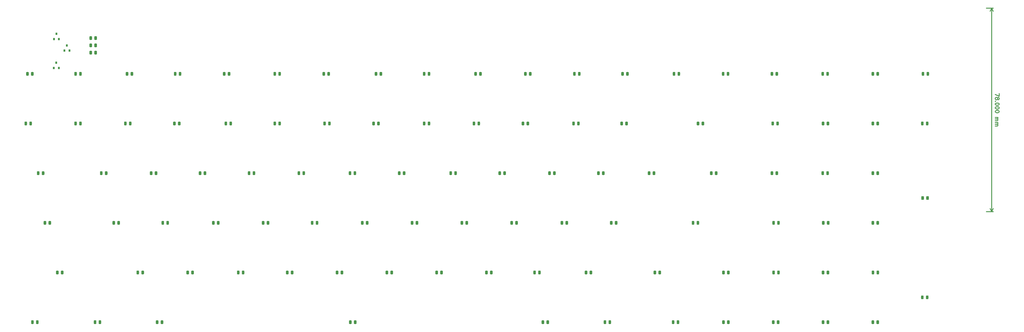
<source format=gbr>
G04 #@! TF.GenerationSoftware,KiCad,Pcbnew,(5.0.0)*
G04 #@! TF.CreationDate,2018-11-22T23:53:18+07:00*
G04 #@! TF.ProjectId,main_board4,6D61696E5F626F617264342E6B696361,1.4*
G04 #@! TF.SameCoordinates,Original*
G04 #@! TF.FileFunction,Paste,Bot*
G04 #@! TF.FilePolarity,Positive*
%FSLAX46Y46*%
G04 Gerber Fmt 4.6, Leading zero omitted, Abs format (unit mm)*
G04 Created by KiCad (PCBNEW (5.0.0)) date 11/22/18 23:53:18*
%MOMM*%
%LPD*%
G01*
G04 APERTURE LIST*
%ADD10C,0.300000*%
%ADD11R,0.800000X0.900000*%
%ADD12C,0.100000*%
%ADD13C,0.975000*%
G04 APERTURE END LIST*
D10*
X435921428Y-79714285D02*
X435921428Y-80714285D01*
X434421428Y-80071428D01*
X435278571Y-81500000D02*
X435350000Y-81357142D01*
X435421428Y-81285714D01*
X435564285Y-81214285D01*
X435635714Y-81214285D01*
X435778571Y-81285714D01*
X435850000Y-81357142D01*
X435921428Y-81500000D01*
X435921428Y-81785714D01*
X435850000Y-81928571D01*
X435778571Y-82000000D01*
X435635714Y-82071428D01*
X435564285Y-82071428D01*
X435421428Y-82000000D01*
X435350000Y-81928571D01*
X435278571Y-81785714D01*
X435278571Y-81500000D01*
X435207142Y-81357142D01*
X435135714Y-81285714D01*
X434992857Y-81214285D01*
X434707142Y-81214285D01*
X434564285Y-81285714D01*
X434492857Y-81357142D01*
X434421428Y-81500000D01*
X434421428Y-81785714D01*
X434492857Y-81928571D01*
X434564285Y-82000000D01*
X434707142Y-82071428D01*
X434992857Y-82071428D01*
X435135714Y-82000000D01*
X435207142Y-81928571D01*
X435278571Y-81785714D01*
X434564285Y-82714285D02*
X434492857Y-82785714D01*
X434421428Y-82714285D01*
X434492857Y-82642857D01*
X434564285Y-82714285D01*
X434421428Y-82714285D01*
X435921428Y-83714285D02*
X435921428Y-83857142D01*
X435850000Y-84000000D01*
X435778571Y-84071428D01*
X435635714Y-84142857D01*
X435350000Y-84214285D01*
X434992857Y-84214285D01*
X434707142Y-84142857D01*
X434564285Y-84071428D01*
X434492857Y-84000000D01*
X434421428Y-83857142D01*
X434421428Y-83714285D01*
X434492857Y-83571428D01*
X434564285Y-83500000D01*
X434707142Y-83428571D01*
X434992857Y-83357142D01*
X435350000Y-83357142D01*
X435635714Y-83428571D01*
X435778571Y-83500000D01*
X435850000Y-83571428D01*
X435921428Y-83714285D01*
X435921428Y-85142857D02*
X435921428Y-85285714D01*
X435850000Y-85428571D01*
X435778571Y-85500000D01*
X435635714Y-85571428D01*
X435350000Y-85642857D01*
X434992857Y-85642857D01*
X434707142Y-85571428D01*
X434564285Y-85500000D01*
X434492857Y-85428571D01*
X434421428Y-85285714D01*
X434421428Y-85142857D01*
X434492857Y-85000000D01*
X434564285Y-84928571D01*
X434707142Y-84857142D01*
X434992857Y-84785714D01*
X435350000Y-84785714D01*
X435635714Y-84857142D01*
X435778571Y-84928571D01*
X435850000Y-85000000D01*
X435921428Y-85142857D01*
X435921428Y-86571428D02*
X435921428Y-86714285D01*
X435850000Y-86857142D01*
X435778571Y-86928571D01*
X435635714Y-87000000D01*
X435350000Y-87071428D01*
X434992857Y-87071428D01*
X434707142Y-87000000D01*
X434564285Y-86928571D01*
X434492857Y-86857142D01*
X434421428Y-86714285D01*
X434421428Y-86571428D01*
X434492857Y-86428571D01*
X434564285Y-86357142D01*
X434707142Y-86285714D01*
X434992857Y-86214285D01*
X435350000Y-86214285D01*
X435635714Y-86285714D01*
X435778571Y-86357142D01*
X435850000Y-86428571D01*
X435921428Y-86571428D01*
X434421428Y-88857142D02*
X435421428Y-88857142D01*
X435278571Y-88857142D02*
X435350000Y-88928571D01*
X435421428Y-89071428D01*
X435421428Y-89285714D01*
X435350000Y-89428571D01*
X435207142Y-89500000D01*
X434421428Y-89500000D01*
X435207142Y-89500000D02*
X435350000Y-89571428D01*
X435421428Y-89714285D01*
X435421428Y-89928571D01*
X435350000Y-90071428D01*
X435207142Y-90142857D01*
X434421428Y-90142857D01*
X434421428Y-90857142D02*
X435421428Y-90857142D01*
X435278571Y-90857142D02*
X435350000Y-90928571D01*
X435421428Y-91071428D01*
X435421428Y-91285714D01*
X435350000Y-91428571D01*
X435207142Y-91500000D01*
X434421428Y-91500000D01*
X435207142Y-91500000D02*
X435350000Y-91571428D01*
X435421428Y-91714285D01*
X435421428Y-91928571D01*
X435350000Y-92071428D01*
X435207142Y-92142857D01*
X434421428Y-92142857D01*
X433000000Y-47000000D02*
X433000000Y-125000000D01*
X431000000Y-47000000D02*
X433586421Y-47000000D01*
X431000000Y-125000000D02*
X433586421Y-125000000D01*
X433000000Y-125000000D02*
X432413579Y-123873496D01*
X433000000Y-125000000D02*
X433586421Y-123873496D01*
X433000000Y-47000000D02*
X432413579Y-48126504D01*
X433000000Y-47000000D02*
X433586421Y-48126504D01*
D11*
G04 #@! TO.C,Trs2*
X80193000Y-63255000D03*
X78293000Y-63255000D03*
X79243000Y-61255000D03*
G04 #@! TD*
D12*
G04 #@! TO.C,Rtrs1*
G36*
X88618642Y-57730174D02*
X88642303Y-57733684D01*
X88665507Y-57739496D01*
X88688029Y-57747554D01*
X88709653Y-57757782D01*
X88730170Y-57770079D01*
X88749383Y-57784329D01*
X88767107Y-57800393D01*
X88783171Y-57818117D01*
X88797421Y-57837330D01*
X88809718Y-57857847D01*
X88819946Y-57879471D01*
X88828004Y-57901993D01*
X88833816Y-57925197D01*
X88837326Y-57948858D01*
X88838500Y-57972750D01*
X88838500Y-58885250D01*
X88837326Y-58909142D01*
X88833816Y-58932803D01*
X88828004Y-58956007D01*
X88819946Y-58978529D01*
X88809718Y-59000153D01*
X88797421Y-59020670D01*
X88783171Y-59039883D01*
X88767107Y-59057607D01*
X88749383Y-59073671D01*
X88730170Y-59087921D01*
X88709653Y-59100218D01*
X88688029Y-59110446D01*
X88665507Y-59118504D01*
X88642303Y-59124316D01*
X88618642Y-59127826D01*
X88594750Y-59129000D01*
X88107250Y-59129000D01*
X88083358Y-59127826D01*
X88059697Y-59124316D01*
X88036493Y-59118504D01*
X88013971Y-59110446D01*
X87992347Y-59100218D01*
X87971830Y-59087921D01*
X87952617Y-59073671D01*
X87934893Y-59057607D01*
X87918829Y-59039883D01*
X87904579Y-59020670D01*
X87892282Y-59000153D01*
X87882054Y-58978529D01*
X87873996Y-58956007D01*
X87868184Y-58932803D01*
X87864674Y-58909142D01*
X87863500Y-58885250D01*
X87863500Y-57972750D01*
X87864674Y-57948858D01*
X87868184Y-57925197D01*
X87873996Y-57901993D01*
X87882054Y-57879471D01*
X87892282Y-57857847D01*
X87904579Y-57837330D01*
X87918829Y-57818117D01*
X87934893Y-57800393D01*
X87952617Y-57784329D01*
X87971830Y-57770079D01*
X87992347Y-57757782D01*
X88013971Y-57747554D01*
X88036493Y-57739496D01*
X88059697Y-57733684D01*
X88083358Y-57730174D01*
X88107250Y-57729000D01*
X88594750Y-57729000D01*
X88618642Y-57730174D01*
X88618642Y-57730174D01*
G37*
D13*
X88351000Y-58429000D03*
D12*
G36*
X90493642Y-57730174D02*
X90517303Y-57733684D01*
X90540507Y-57739496D01*
X90563029Y-57747554D01*
X90584653Y-57757782D01*
X90605170Y-57770079D01*
X90624383Y-57784329D01*
X90642107Y-57800393D01*
X90658171Y-57818117D01*
X90672421Y-57837330D01*
X90684718Y-57857847D01*
X90694946Y-57879471D01*
X90703004Y-57901993D01*
X90708816Y-57925197D01*
X90712326Y-57948858D01*
X90713500Y-57972750D01*
X90713500Y-58885250D01*
X90712326Y-58909142D01*
X90708816Y-58932803D01*
X90703004Y-58956007D01*
X90694946Y-58978529D01*
X90684718Y-59000153D01*
X90672421Y-59020670D01*
X90658171Y-59039883D01*
X90642107Y-59057607D01*
X90624383Y-59073671D01*
X90605170Y-59087921D01*
X90584653Y-59100218D01*
X90563029Y-59110446D01*
X90540507Y-59118504D01*
X90517303Y-59124316D01*
X90493642Y-59127826D01*
X90469750Y-59129000D01*
X89982250Y-59129000D01*
X89958358Y-59127826D01*
X89934697Y-59124316D01*
X89911493Y-59118504D01*
X89888971Y-59110446D01*
X89867347Y-59100218D01*
X89846830Y-59087921D01*
X89827617Y-59073671D01*
X89809893Y-59057607D01*
X89793829Y-59039883D01*
X89779579Y-59020670D01*
X89767282Y-59000153D01*
X89757054Y-58978529D01*
X89748996Y-58956007D01*
X89743184Y-58932803D01*
X89739674Y-58909142D01*
X89738500Y-58885250D01*
X89738500Y-57972750D01*
X89739674Y-57948858D01*
X89743184Y-57925197D01*
X89748996Y-57901993D01*
X89757054Y-57879471D01*
X89767282Y-57857847D01*
X89779579Y-57837330D01*
X89793829Y-57818117D01*
X89809893Y-57800393D01*
X89827617Y-57784329D01*
X89846830Y-57770079D01*
X89867347Y-57757782D01*
X89888971Y-57747554D01*
X89911493Y-57739496D01*
X89934697Y-57733684D01*
X89958358Y-57730174D01*
X89982250Y-57729000D01*
X90469750Y-57729000D01*
X90493642Y-57730174D01*
X90493642Y-57730174D01*
G37*
D13*
X90226000Y-58429000D03*
G04 #@! TD*
D11*
G04 #@! TO.C,Trs1*
X75240000Y-56794000D03*
X74290000Y-58794000D03*
X76190000Y-58794000D03*
G04 #@! TD*
D12*
G04 #@! TO.C,R66*
G36*
X285341642Y-166696174D02*
X285365303Y-166699684D01*
X285388507Y-166705496D01*
X285411029Y-166713554D01*
X285432653Y-166723782D01*
X285453170Y-166736079D01*
X285472383Y-166750329D01*
X285490107Y-166766393D01*
X285506171Y-166784117D01*
X285520421Y-166803330D01*
X285532718Y-166823847D01*
X285542946Y-166845471D01*
X285551004Y-166867993D01*
X285556816Y-166891197D01*
X285560326Y-166914858D01*
X285561500Y-166938750D01*
X285561500Y-167851250D01*
X285560326Y-167875142D01*
X285556816Y-167898803D01*
X285551004Y-167922007D01*
X285542946Y-167944529D01*
X285532718Y-167966153D01*
X285520421Y-167986670D01*
X285506171Y-168005883D01*
X285490107Y-168023607D01*
X285472383Y-168039671D01*
X285453170Y-168053921D01*
X285432653Y-168066218D01*
X285411029Y-168076446D01*
X285388507Y-168084504D01*
X285365303Y-168090316D01*
X285341642Y-168093826D01*
X285317750Y-168095000D01*
X284830250Y-168095000D01*
X284806358Y-168093826D01*
X284782697Y-168090316D01*
X284759493Y-168084504D01*
X284736971Y-168076446D01*
X284715347Y-168066218D01*
X284694830Y-168053921D01*
X284675617Y-168039671D01*
X284657893Y-168023607D01*
X284641829Y-168005883D01*
X284627579Y-167986670D01*
X284615282Y-167966153D01*
X284605054Y-167944529D01*
X284596996Y-167922007D01*
X284591184Y-167898803D01*
X284587674Y-167875142D01*
X284586500Y-167851250D01*
X284586500Y-166938750D01*
X284587674Y-166914858D01*
X284591184Y-166891197D01*
X284596996Y-166867993D01*
X284605054Y-166845471D01*
X284615282Y-166823847D01*
X284627579Y-166803330D01*
X284641829Y-166784117D01*
X284657893Y-166766393D01*
X284675617Y-166750329D01*
X284694830Y-166736079D01*
X284715347Y-166723782D01*
X284736971Y-166713554D01*
X284759493Y-166705496D01*
X284782697Y-166699684D01*
X284806358Y-166696174D01*
X284830250Y-166695000D01*
X285317750Y-166695000D01*
X285341642Y-166696174D01*
X285341642Y-166696174D01*
G37*
D13*
X285074000Y-167395000D03*
D12*
G36*
X287216642Y-166696174D02*
X287240303Y-166699684D01*
X287263507Y-166705496D01*
X287286029Y-166713554D01*
X287307653Y-166723782D01*
X287328170Y-166736079D01*
X287347383Y-166750329D01*
X287365107Y-166766393D01*
X287381171Y-166784117D01*
X287395421Y-166803330D01*
X287407718Y-166823847D01*
X287417946Y-166845471D01*
X287426004Y-166867993D01*
X287431816Y-166891197D01*
X287435326Y-166914858D01*
X287436500Y-166938750D01*
X287436500Y-167851250D01*
X287435326Y-167875142D01*
X287431816Y-167898803D01*
X287426004Y-167922007D01*
X287417946Y-167944529D01*
X287407718Y-167966153D01*
X287395421Y-167986670D01*
X287381171Y-168005883D01*
X287365107Y-168023607D01*
X287347383Y-168039671D01*
X287328170Y-168053921D01*
X287307653Y-168066218D01*
X287286029Y-168076446D01*
X287263507Y-168084504D01*
X287240303Y-168090316D01*
X287216642Y-168093826D01*
X287192750Y-168095000D01*
X286705250Y-168095000D01*
X286681358Y-168093826D01*
X286657697Y-168090316D01*
X286634493Y-168084504D01*
X286611971Y-168076446D01*
X286590347Y-168066218D01*
X286569830Y-168053921D01*
X286550617Y-168039671D01*
X286532893Y-168023607D01*
X286516829Y-168005883D01*
X286502579Y-167986670D01*
X286490282Y-167966153D01*
X286480054Y-167944529D01*
X286471996Y-167922007D01*
X286466184Y-167898803D01*
X286462674Y-167875142D01*
X286461500Y-167851250D01*
X286461500Y-166938750D01*
X286462674Y-166914858D01*
X286466184Y-166891197D01*
X286471996Y-166867993D01*
X286480054Y-166845471D01*
X286490282Y-166823847D01*
X286502579Y-166803330D01*
X286516829Y-166784117D01*
X286532893Y-166766393D01*
X286550617Y-166750329D01*
X286569830Y-166736079D01*
X286590347Y-166723782D01*
X286611971Y-166713554D01*
X286634493Y-166705496D01*
X286657697Y-166699684D01*
X286681358Y-166696174D01*
X286705250Y-166695000D01*
X287192750Y-166695000D01*
X287216642Y-166696174D01*
X287216642Y-166696174D01*
G37*
D13*
X286949000Y-167395000D03*
G04 #@! TD*
D12*
G04 #@! TO.C,R1*
G36*
X64410142Y-71446174D02*
X64433803Y-71449684D01*
X64457007Y-71455496D01*
X64479529Y-71463554D01*
X64501153Y-71473782D01*
X64521670Y-71486079D01*
X64540883Y-71500329D01*
X64558607Y-71516393D01*
X64574671Y-71534117D01*
X64588921Y-71553330D01*
X64601218Y-71573847D01*
X64611446Y-71595471D01*
X64619504Y-71617993D01*
X64625316Y-71641197D01*
X64628826Y-71664858D01*
X64630000Y-71688750D01*
X64630000Y-72601250D01*
X64628826Y-72625142D01*
X64625316Y-72648803D01*
X64619504Y-72672007D01*
X64611446Y-72694529D01*
X64601218Y-72716153D01*
X64588921Y-72736670D01*
X64574671Y-72755883D01*
X64558607Y-72773607D01*
X64540883Y-72789671D01*
X64521670Y-72803921D01*
X64501153Y-72816218D01*
X64479529Y-72826446D01*
X64457007Y-72834504D01*
X64433803Y-72840316D01*
X64410142Y-72843826D01*
X64386250Y-72845000D01*
X63898750Y-72845000D01*
X63874858Y-72843826D01*
X63851197Y-72840316D01*
X63827993Y-72834504D01*
X63805471Y-72826446D01*
X63783847Y-72816218D01*
X63763330Y-72803921D01*
X63744117Y-72789671D01*
X63726393Y-72773607D01*
X63710329Y-72755883D01*
X63696079Y-72736670D01*
X63683782Y-72716153D01*
X63673554Y-72694529D01*
X63665496Y-72672007D01*
X63659684Y-72648803D01*
X63656174Y-72625142D01*
X63655000Y-72601250D01*
X63655000Y-71688750D01*
X63656174Y-71664858D01*
X63659684Y-71641197D01*
X63665496Y-71617993D01*
X63673554Y-71595471D01*
X63683782Y-71573847D01*
X63696079Y-71553330D01*
X63710329Y-71534117D01*
X63726393Y-71516393D01*
X63744117Y-71500329D01*
X63763330Y-71486079D01*
X63783847Y-71473782D01*
X63805471Y-71463554D01*
X63827993Y-71455496D01*
X63851197Y-71449684D01*
X63874858Y-71446174D01*
X63898750Y-71445000D01*
X64386250Y-71445000D01*
X64410142Y-71446174D01*
X64410142Y-71446174D01*
G37*
D13*
X64142500Y-72145000D03*
D12*
G36*
X66285142Y-71446174D02*
X66308803Y-71449684D01*
X66332007Y-71455496D01*
X66354529Y-71463554D01*
X66376153Y-71473782D01*
X66396670Y-71486079D01*
X66415883Y-71500329D01*
X66433607Y-71516393D01*
X66449671Y-71534117D01*
X66463921Y-71553330D01*
X66476218Y-71573847D01*
X66486446Y-71595471D01*
X66494504Y-71617993D01*
X66500316Y-71641197D01*
X66503826Y-71664858D01*
X66505000Y-71688750D01*
X66505000Y-72601250D01*
X66503826Y-72625142D01*
X66500316Y-72648803D01*
X66494504Y-72672007D01*
X66486446Y-72694529D01*
X66476218Y-72716153D01*
X66463921Y-72736670D01*
X66449671Y-72755883D01*
X66433607Y-72773607D01*
X66415883Y-72789671D01*
X66396670Y-72803921D01*
X66376153Y-72816218D01*
X66354529Y-72826446D01*
X66332007Y-72834504D01*
X66308803Y-72840316D01*
X66285142Y-72843826D01*
X66261250Y-72845000D01*
X65773750Y-72845000D01*
X65749858Y-72843826D01*
X65726197Y-72840316D01*
X65702993Y-72834504D01*
X65680471Y-72826446D01*
X65658847Y-72816218D01*
X65638330Y-72803921D01*
X65619117Y-72789671D01*
X65601393Y-72773607D01*
X65585329Y-72755883D01*
X65571079Y-72736670D01*
X65558782Y-72716153D01*
X65548554Y-72694529D01*
X65540496Y-72672007D01*
X65534684Y-72648803D01*
X65531174Y-72625142D01*
X65530000Y-72601250D01*
X65530000Y-71688750D01*
X65531174Y-71664858D01*
X65534684Y-71641197D01*
X65540496Y-71617993D01*
X65548554Y-71595471D01*
X65558782Y-71573847D01*
X65571079Y-71553330D01*
X65585329Y-71534117D01*
X65601393Y-71516393D01*
X65619117Y-71500329D01*
X65638330Y-71486079D01*
X65658847Y-71473782D01*
X65680471Y-71463554D01*
X65702993Y-71455496D01*
X65726197Y-71449684D01*
X65749858Y-71446174D01*
X65773750Y-71445000D01*
X66261250Y-71445000D01*
X66285142Y-71446174D01*
X66285142Y-71446174D01*
G37*
D13*
X66017500Y-72145000D03*
G04 #@! TD*
D12*
G04 #@! TO.C,R2*
G36*
X65650142Y-90496174D02*
X65673803Y-90499684D01*
X65697007Y-90505496D01*
X65719529Y-90513554D01*
X65741153Y-90523782D01*
X65761670Y-90536079D01*
X65780883Y-90550329D01*
X65798607Y-90566393D01*
X65814671Y-90584117D01*
X65828921Y-90603330D01*
X65841218Y-90623847D01*
X65851446Y-90645471D01*
X65859504Y-90667993D01*
X65865316Y-90691197D01*
X65868826Y-90714858D01*
X65870000Y-90738750D01*
X65870000Y-91651250D01*
X65868826Y-91675142D01*
X65865316Y-91698803D01*
X65859504Y-91722007D01*
X65851446Y-91744529D01*
X65841218Y-91766153D01*
X65828921Y-91786670D01*
X65814671Y-91805883D01*
X65798607Y-91823607D01*
X65780883Y-91839671D01*
X65761670Y-91853921D01*
X65741153Y-91866218D01*
X65719529Y-91876446D01*
X65697007Y-91884504D01*
X65673803Y-91890316D01*
X65650142Y-91893826D01*
X65626250Y-91895000D01*
X65138750Y-91895000D01*
X65114858Y-91893826D01*
X65091197Y-91890316D01*
X65067993Y-91884504D01*
X65045471Y-91876446D01*
X65023847Y-91866218D01*
X65003330Y-91853921D01*
X64984117Y-91839671D01*
X64966393Y-91823607D01*
X64950329Y-91805883D01*
X64936079Y-91786670D01*
X64923782Y-91766153D01*
X64913554Y-91744529D01*
X64905496Y-91722007D01*
X64899684Y-91698803D01*
X64896174Y-91675142D01*
X64895000Y-91651250D01*
X64895000Y-90738750D01*
X64896174Y-90714858D01*
X64899684Y-90691197D01*
X64905496Y-90667993D01*
X64913554Y-90645471D01*
X64923782Y-90623847D01*
X64936079Y-90603330D01*
X64950329Y-90584117D01*
X64966393Y-90566393D01*
X64984117Y-90550329D01*
X65003330Y-90536079D01*
X65023847Y-90523782D01*
X65045471Y-90513554D01*
X65067993Y-90505496D01*
X65091197Y-90499684D01*
X65114858Y-90496174D01*
X65138750Y-90495000D01*
X65626250Y-90495000D01*
X65650142Y-90496174D01*
X65650142Y-90496174D01*
G37*
D13*
X65382500Y-91195000D03*
D12*
G36*
X63775142Y-90496174D02*
X63798803Y-90499684D01*
X63822007Y-90505496D01*
X63844529Y-90513554D01*
X63866153Y-90523782D01*
X63886670Y-90536079D01*
X63905883Y-90550329D01*
X63923607Y-90566393D01*
X63939671Y-90584117D01*
X63953921Y-90603330D01*
X63966218Y-90623847D01*
X63976446Y-90645471D01*
X63984504Y-90667993D01*
X63990316Y-90691197D01*
X63993826Y-90714858D01*
X63995000Y-90738750D01*
X63995000Y-91651250D01*
X63993826Y-91675142D01*
X63990316Y-91698803D01*
X63984504Y-91722007D01*
X63976446Y-91744529D01*
X63966218Y-91766153D01*
X63953921Y-91786670D01*
X63939671Y-91805883D01*
X63923607Y-91823607D01*
X63905883Y-91839671D01*
X63886670Y-91853921D01*
X63866153Y-91866218D01*
X63844529Y-91876446D01*
X63822007Y-91884504D01*
X63798803Y-91890316D01*
X63775142Y-91893826D01*
X63751250Y-91895000D01*
X63263750Y-91895000D01*
X63239858Y-91893826D01*
X63216197Y-91890316D01*
X63192993Y-91884504D01*
X63170471Y-91876446D01*
X63148847Y-91866218D01*
X63128330Y-91853921D01*
X63109117Y-91839671D01*
X63091393Y-91823607D01*
X63075329Y-91805883D01*
X63061079Y-91786670D01*
X63048782Y-91766153D01*
X63038554Y-91744529D01*
X63030496Y-91722007D01*
X63024684Y-91698803D01*
X63021174Y-91675142D01*
X63020000Y-91651250D01*
X63020000Y-90738750D01*
X63021174Y-90714858D01*
X63024684Y-90691197D01*
X63030496Y-90667993D01*
X63038554Y-90645471D01*
X63048782Y-90623847D01*
X63061079Y-90603330D01*
X63075329Y-90584117D01*
X63091393Y-90566393D01*
X63109117Y-90550329D01*
X63128330Y-90536079D01*
X63148847Y-90523782D01*
X63170471Y-90513554D01*
X63192993Y-90505496D01*
X63216197Y-90499684D01*
X63239858Y-90496174D01*
X63263750Y-90495000D01*
X63751250Y-90495000D01*
X63775142Y-90496174D01*
X63775142Y-90496174D01*
G37*
D13*
X63507500Y-91195000D03*
G04 #@! TD*
D12*
G04 #@! TO.C,R3*
G36*
X68522642Y-109546174D02*
X68546303Y-109549684D01*
X68569507Y-109555496D01*
X68592029Y-109563554D01*
X68613653Y-109573782D01*
X68634170Y-109586079D01*
X68653383Y-109600329D01*
X68671107Y-109616393D01*
X68687171Y-109634117D01*
X68701421Y-109653330D01*
X68713718Y-109673847D01*
X68723946Y-109695471D01*
X68732004Y-109717993D01*
X68737816Y-109741197D01*
X68741326Y-109764858D01*
X68742500Y-109788750D01*
X68742500Y-110701250D01*
X68741326Y-110725142D01*
X68737816Y-110748803D01*
X68732004Y-110772007D01*
X68723946Y-110794529D01*
X68713718Y-110816153D01*
X68701421Y-110836670D01*
X68687171Y-110855883D01*
X68671107Y-110873607D01*
X68653383Y-110889671D01*
X68634170Y-110903921D01*
X68613653Y-110916218D01*
X68592029Y-110926446D01*
X68569507Y-110934504D01*
X68546303Y-110940316D01*
X68522642Y-110943826D01*
X68498750Y-110945000D01*
X68011250Y-110945000D01*
X67987358Y-110943826D01*
X67963697Y-110940316D01*
X67940493Y-110934504D01*
X67917971Y-110926446D01*
X67896347Y-110916218D01*
X67875830Y-110903921D01*
X67856617Y-110889671D01*
X67838893Y-110873607D01*
X67822829Y-110855883D01*
X67808579Y-110836670D01*
X67796282Y-110816153D01*
X67786054Y-110794529D01*
X67777996Y-110772007D01*
X67772184Y-110748803D01*
X67768674Y-110725142D01*
X67767500Y-110701250D01*
X67767500Y-109788750D01*
X67768674Y-109764858D01*
X67772184Y-109741197D01*
X67777996Y-109717993D01*
X67786054Y-109695471D01*
X67796282Y-109673847D01*
X67808579Y-109653330D01*
X67822829Y-109634117D01*
X67838893Y-109616393D01*
X67856617Y-109600329D01*
X67875830Y-109586079D01*
X67896347Y-109573782D01*
X67917971Y-109563554D01*
X67940493Y-109555496D01*
X67963697Y-109549684D01*
X67987358Y-109546174D01*
X68011250Y-109545000D01*
X68498750Y-109545000D01*
X68522642Y-109546174D01*
X68522642Y-109546174D01*
G37*
D13*
X68255000Y-110245000D03*
D12*
G36*
X70397642Y-109546174D02*
X70421303Y-109549684D01*
X70444507Y-109555496D01*
X70467029Y-109563554D01*
X70488653Y-109573782D01*
X70509170Y-109586079D01*
X70528383Y-109600329D01*
X70546107Y-109616393D01*
X70562171Y-109634117D01*
X70576421Y-109653330D01*
X70588718Y-109673847D01*
X70598946Y-109695471D01*
X70607004Y-109717993D01*
X70612816Y-109741197D01*
X70616326Y-109764858D01*
X70617500Y-109788750D01*
X70617500Y-110701250D01*
X70616326Y-110725142D01*
X70612816Y-110748803D01*
X70607004Y-110772007D01*
X70598946Y-110794529D01*
X70588718Y-110816153D01*
X70576421Y-110836670D01*
X70562171Y-110855883D01*
X70546107Y-110873607D01*
X70528383Y-110889671D01*
X70509170Y-110903921D01*
X70488653Y-110916218D01*
X70467029Y-110926446D01*
X70444507Y-110934504D01*
X70421303Y-110940316D01*
X70397642Y-110943826D01*
X70373750Y-110945000D01*
X69886250Y-110945000D01*
X69862358Y-110943826D01*
X69838697Y-110940316D01*
X69815493Y-110934504D01*
X69792971Y-110926446D01*
X69771347Y-110916218D01*
X69750830Y-110903921D01*
X69731617Y-110889671D01*
X69713893Y-110873607D01*
X69697829Y-110855883D01*
X69683579Y-110836670D01*
X69671282Y-110816153D01*
X69661054Y-110794529D01*
X69652996Y-110772007D01*
X69647184Y-110748803D01*
X69643674Y-110725142D01*
X69642500Y-110701250D01*
X69642500Y-109788750D01*
X69643674Y-109764858D01*
X69647184Y-109741197D01*
X69652996Y-109717993D01*
X69661054Y-109695471D01*
X69671282Y-109673847D01*
X69683579Y-109653330D01*
X69697829Y-109634117D01*
X69713893Y-109616393D01*
X69731617Y-109600329D01*
X69750830Y-109586079D01*
X69771347Y-109573782D01*
X69792971Y-109563554D01*
X69815493Y-109555496D01*
X69838697Y-109549684D01*
X69862358Y-109546174D01*
X69886250Y-109545000D01*
X70373750Y-109545000D01*
X70397642Y-109546174D01*
X70397642Y-109546174D01*
G37*
D13*
X70130000Y-110245000D03*
G04 #@! TD*
D12*
G04 #@! TO.C,R4*
G36*
X72967642Y-128596174D02*
X72991303Y-128599684D01*
X73014507Y-128605496D01*
X73037029Y-128613554D01*
X73058653Y-128623782D01*
X73079170Y-128636079D01*
X73098383Y-128650329D01*
X73116107Y-128666393D01*
X73132171Y-128684117D01*
X73146421Y-128703330D01*
X73158718Y-128723847D01*
X73168946Y-128745471D01*
X73177004Y-128767993D01*
X73182816Y-128791197D01*
X73186326Y-128814858D01*
X73187500Y-128838750D01*
X73187500Y-129751250D01*
X73186326Y-129775142D01*
X73182816Y-129798803D01*
X73177004Y-129822007D01*
X73168946Y-129844529D01*
X73158718Y-129866153D01*
X73146421Y-129886670D01*
X73132171Y-129905883D01*
X73116107Y-129923607D01*
X73098383Y-129939671D01*
X73079170Y-129953921D01*
X73058653Y-129966218D01*
X73037029Y-129976446D01*
X73014507Y-129984504D01*
X72991303Y-129990316D01*
X72967642Y-129993826D01*
X72943750Y-129995000D01*
X72456250Y-129995000D01*
X72432358Y-129993826D01*
X72408697Y-129990316D01*
X72385493Y-129984504D01*
X72362971Y-129976446D01*
X72341347Y-129966218D01*
X72320830Y-129953921D01*
X72301617Y-129939671D01*
X72283893Y-129923607D01*
X72267829Y-129905883D01*
X72253579Y-129886670D01*
X72241282Y-129866153D01*
X72231054Y-129844529D01*
X72222996Y-129822007D01*
X72217184Y-129798803D01*
X72213674Y-129775142D01*
X72212500Y-129751250D01*
X72212500Y-128838750D01*
X72213674Y-128814858D01*
X72217184Y-128791197D01*
X72222996Y-128767993D01*
X72231054Y-128745471D01*
X72241282Y-128723847D01*
X72253579Y-128703330D01*
X72267829Y-128684117D01*
X72283893Y-128666393D01*
X72301617Y-128650329D01*
X72320830Y-128636079D01*
X72341347Y-128623782D01*
X72362971Y-128613554D01*
X72385493Y-128605496D01*
X72408697Y-128599684D01*
X72432358Y-128596174D01*
X72456250Y-128595000D01*
X72943750Y-128595000D01*
X72967642Y-128596174D01*
X72967642Y-128596174D01*
G37*
D13*
X72700000Y-129295000D03*
D12*
G36*
X71092642Y-128596174D02*
X71116303Y-128599684D01*
X71139507Y-128605496D01*
X71162029Y-128613554D01*
X71183653Y-128623782D01*
X71204170Y-128636079D01*
X71223383Y-128650329D01*
X71241107Y-128666393D01*
X71257171Y-128684117D01*
X71271421Y-128703330D01*
X71283718Y-128723847D01*
X71293946Y-128745471D01*
X71302004Y-128767993D01*
X71307816Y-128791197D01*
X71311326Y-128814858D01*
X71312500Y-128838750D01*
X71312500Y-129751250D01*
X71311326Y-129775142D01*
X71307816Y-129798803D01*
X71302004Y-129822007D01*
X71293946Y-129844529D01*
X71283718Y-129866153D01*
X71271421Y-129886670D01*
X71257171Y-129905883D01*
X71241107Y-129923607D01*
X71223383Y-129939671D01*
X71204170Y-129953921D01*
X71183653Y-129966218D01*
X71162029Y-129976446D01*
X71139507Y-129984504D01*
X71116303Y-129990316D01*
X71092642Y-129993826D01*
X71068750Y-129995000D01*
X70581250Y-129995000D01*
X70557358Y-129993826D01*
X70533697Y-129990316D01*
X70510493Y-129984504D01*
X70487971Y-129976446D01*
X70466347Y-129966218D01*
X70445830Y-129953921D01*
X70426617Y-129939671D01*
X70408893Y-129923607D01*
X70392829Y-129905883D01*
X70378579Y-129886670D01*
X70366282Y-129866153D01*
X70356054Y-129844529D01*
X70347996Y-129822007D01*
X70342184Y-129798803D01*
X70338674Y-129775142D01*
X70337500Y-129751250D01*
X70337500Y-128838750D01*
X70338674Y-128814858D01*
X70342184Y-128791197D01*
X70347996Y-128767993D01*
X70356054Y-128745471D01*
X70366282Y-128723847D01*
X70378579Y-128703330D01*
X70392829Y-128684117D01*
X70408893Y-128666393D01*
X70426617Y-128650329D01*
X70445830Y-128636079D01*
X70466347Y-128623782D01*
X70487971Y-128613554D01*
X70510493Y-128605496D01*
X70533697Y-128599684D01*
X70557358Y-128596174D01*
X70581250Y-128595000D01*
X71068750Y-128595000D01*
X71092642Y-128596174D01*
X71092642Y-128596174D01*
G37*
D13*
X70825000Y-129295000D03*
G04 #@! TD*
D12*
G04 #@! TO.C,R5*
G36*
X75840142Y-147646174D02*
X75863803Y-147649684D01*
X75887007Y-147655496D01*
X75909529Y-147663554D01*
X75931153Y-147673782D01*
X75951670Y-147686079D01*
X75970883Y-147700329D01*
X75988607Y-147716393D01*
X76004671Y-147734117D01*
X76018921Y-147753330D01*
X76031218Y-147773847D01*
X76041446Y-147795471D01*
X76049504Y-147817993D01*
X76055316Y-147841197D01*
X76058826Y-147864858D01*
X76060000Y-147888750D01*
X76060000Y-148801250D01*
X76058826Y-148825142D01*
X76055316Y-148848803D01*
X76049504Y-148872007D01*
X76041446Y-148894529D01*
X76031218Y-148916153D01*
X76018921Y-148936670D01*
X76004671Y-148955883D01*
X75988607Y-148973607D01*
X75970883Y-148989671D01*
X75951670Y-149003921D01*
X75931153Y-149016218D01*
X75909529Y-149026446D01*
X75887007Y-149034504D01*
X75863803Y-149040316D01*
X75840142Y-149043826D01*
X75816250Y-149045000D01*
X75328750Y-149045000D01*
X75304858Y-149043826D01*
X75281197Y-149040316D01*
X75257993Y-149034504D01*
X75235471Y-149026446D01*
X75213847Y-149016218D01*
X75193330Y-149003921D01*
X75174117Y-148989671D01*
X75156393Y-148973607D01*
X75140329Y-148955883D01*
X75126079Y-148936670D01*
X75113782Y-148916153D01*
X75103554Y-148894529D01*
X75095496Y-148872007D01*
X75089684Y-148848803D01*
X75086174Y-148825142D01*
X75085000Y-148801250D01*
X75085000Y-147888750D01*
X75086174Y-147864858D01*
X75089684Y-147841197D01*
X75095496Y-147817993D01*
X75103554Y-147795471D01*
X75113782Y-147773847D01*
X75126079Y-147753330D01*
X75140329Y-147734117D01*
X75156393Y-147716393D01*
X75174117Y-147700329D01*
X75193330Y-147686079D01*
X75213847Y-147673782D01*
X75235471Y-147663554D01*
X75257993Y-147655496D01*
X75281197Y-147649684D01*
X75304858Y-147646174D01*
X75328750Y-147645000D01*
X75816250Y-147645000D01*
X75840142Y-147646174D01*
X75840142Y-147646174D01*
G37*
D13*
X75572500Y-148345000D03*
D12*
G36*
X77715142Y-147646174D02*
X77738803Y-147649684D01*
X77762007Y-147655496D01*
X77784529Y-147663554D01*
X77806153Y-147673782D01*
X77826670Y-147686079D01*
X77845883Y-147700329D01*
X77863607Y-147716393D01*
X77879671Y-147734117D01*
X77893921Y-147753330D01*
X77906218Y-147773847D01*
X77916446Y-147795471D01*
X77924504Y-147817993D01*
X77930316Y-147841197D01*
X77933826Y-147864858D01*
X77935000Y-147888750D01*
X77935000Y-148801250D01*
X77933826Y-148825142D01*
X77930316Y-148848803D01*
X77924504Y-148872007D01*
X77916446Y-148894529D01*
X77906218Y-148916153D01*
X77893921Y-148936670D01*
X77879671Y-148955883D01*
X77863607Y-148973607D01*
X77845883Y-148989671D01*
X77826670Y-149003921D01*
X77806153Y-149016218D01*
X77784529Y-149026446D01*
X77762007Y-149034504D01*
X77738803Y-149040316D01*
X77715142Y-149043826D01*
X77691250Y-149045000D01*
X77203750Y-149045000D01*
X77179858Y-149043826D01*
X77156197Y-149040316D01*
X77132993Y-149034504D01*
X77110471Y-149026446D01*
X77088847Y-149016218D01*
X77068330Y-149003921D01*
X77049117Y-148989671D01*
X77031393Y-148973607D01*
X77015329Y-148955883D01*
X77001079Y-148936670D01*
X76988782Y-148916153D01*
X76978554Y-148894529D01*
X76970496Y-148872007D01*
X76964684Y-148848803D01*
X76961174Y-148825142D01*
X76960000Y-148801250D01*
X76960000Y-147888750D01*
X76961174Y-147864858D01*
X76964684Y-147841197D01*
X76970496Y-147817993D01*
X76978554Y-147795471D01*
X76988782Y-147773847D01*
X77001079Y-147753330D01*
X77015329Y-147734117D01*
X77031393Y-147716393D01*
X77049117Y-147700329D01*
X77068330Y-147686079D01*
X77088847Y-147673782D01*
X77110471Y-147663554D01*
X77132993Y-147655496D01*
X77156197Y-147649684D01*
X77179858Y-147646174D01*
X77203750Y-147645000D01*
X77691250Y-147645000D01*
X77715142Y-147646174D01*
X77715142Y-147646174D01*
G37*
D13*
X77447500Y-148345000D03*
G04 #@! TD*
D12*
G04 #@! TO.C,R6*
G36*
X68190142Y-166696174D02*
X68213803Y-166699684D01*
X68237007Y-166705496D01*
X68259529Y-166713554D01*
X68281153Y-166723782D01*
X68301670Y-166736079D01*
X68320883Y-166750329D01*
X68338607Y-166766393D01*
X68354671Y-166784117D01*
X68368921Y-166803330D01*
X68381218Y-166823847D01*
X68391446Y-166845471D01*
X68399504Y-166867993D01*
X68405316Y-166891197D01*
X68408826Y-166914858D01*
X68410000Y-166938750D01*
X68410000Y-167851250D01*
X68408826Y-167875142D01*
X68405316Y-167898803D01*
X68399504Y-167922007D01*
X68391446Y-167944529D01*
X68381218Y-167966153D01*
X68368921Y-167986670D01*
X68354671Y-168005883D01*
X68338607Y-168023607D01*
X68320883Y-168039671D01*
X68301670Y-168053921D01*
X68281153Y-168066218D01*
X68259529Y-168076446D01*
X68237007Y-168084504D01*
X68213803Y-168090316D01*
X68190142Y-168093826D01*
X68166250Y-168095000D01*
X67678750Y-168095000D01*
X67654858Y-168093826D01*
X67631197Y-168090316D01*
X67607993Y-168084504D01*
X67585471Y-168076446D01*
X67563847Y-168066218D01*
X67543330Y-168053921D01*
X67524117Y-168039671D01*
X67506393Y-168023607D01*
X67490329Y-168005883D01*
X67476079Y-167986670D01*
X67463782Y-167966153D01*
X67453554Y-167944529D01*
X67445496Y-167922007D01*
X67439684Y-167898803D01*
X67436174Y-167875142D01*
X67435000Y-167851250D01*
X67435000Y-166938750D01*
X67436174Y-166914858D01*
X67439684Y-166891197D01*
X67445496Y-166867993D01*
X67453554Y-166845471D01*
X67463782Y-166823847D01*
X67476079Y-166803330D01*
X67490329Y-166784117D01*
X67506393Y-166766393D01*
X67524117Y-166750329D01*
X67543330Y-166736079D01*
X67563847Y-166723782D01*
X67585471Y-166713554D01*
X67607993Y-166705496D01*
X67631197Y-166699684D01*
X67654858Y-166696174D01*
X67678750Y-166695000D01*
X68166250Y-166695000D01*
X68190142Y-166696174D01*
X68190142Y-166696174D01*
G37*
D13*
X67922500Y-167395000D03*
D12*
G36*
X66315142Y-166696174D02*
X66338803Y-166699684D01*
X66362007Y-166705496D01*
X66384529Y-166713554D01*
X66406153Y-166723782D01*
X66426670Y-166736079D01*
X66445883Y-166750329D01*
X66463607Y-166766393D01*
X66479671Y-166784117D01*
X66493921Y-166803330D01*
X66506218Y-166823847D01*
X66516446Y-166845471D01*
X66524504Y-166867993D01*
X66530316Y-166891197D01*
X66533826Y-166914858D01*
X66535000Y-166938750D01*
X66535000Y-167851250D01*
X66533826Y-167875142D01*
X66530316Y-167898803D01*
X66524504Y-167922007D01*
X66516446Y-167944529D01*
X66506218Y-167966153D01*
X66493921Y-167986670D01*
X66479671Y-168005883D01*
X66463607Y-168023607D01*
X66445883Y-168039671D01*
X66426670Y-168053921D01*
X66406153Y-168066218D01*
X66384529Y-168076446D01*
X66362007Y-168084504D01*
X66338803Y-168090316D01*
X66315142Y-168093826D01*
X66291250Y-168095000D01*
X65803750Y-168095000D01*
X65779858Y-168093826D01*
X65756197Y-168090316D01*
X65732993Y-168084504D01*
X65710471Y-168076446D01*
X65688847Y-168066218D01*
X65668330Y-168053921D01*
X65649117Y-168039671D01*
X65631393Y-168023607D01*
X65615329Y-168005883D01*
X65601079Y-167986670D01*
X65588782Y-167966153D01*
X65578554Y-167944529D01*
X65570496Y-167922007D01*
X65564684Y-167898803D01*
X65561174Y-167875142D01*
X65560000Y-167851250D01*
X65560000Y-166938750D01*
X65561174Y-166914858D01*
X65564684Y-166891197D01*
X65570496Y-166867993D01*
X65578554Y-166845471D01*
X65588782Y-166823847D01*
X65601079Y-166803330D01*
X65615329Y-166784117D01*
X65631393Y-166766393D01*
X65649117Y-166750329D01*
X65668330Y-166736079D01*
X65688847Y-166723782D01*
X65710471Y-166713554D01*
X65732993Y-166705496D01*
X65756197Y-166699684D01*
X65779858Y-166696174D01*
X65803750Y-166695000D01*
X66291250Y-166695000D01*
X66315142Y-166696174D01*
X66315142Y-166696174D01*
G37*
D13*
X66047500Y-167395000D03*
G04 #@! TD*
D12*
G04 #@! TO.C,R7*
G36*
X84700142Y-71446174D02*
X84723803Y-71449684D01*
X84747007Y-71455496D01*
X84769529Y-71463554D01*
X84791153Y-71473782D01*
X84811670Y-71486079D01*
X84830883Y-71500329D01*
X84848607Y-71516393D01*
X84864671Y-71534117D01*
X84878921Y-71553330D01*
X84891218Y-71573847D01*
X84901446Y-71595471D01*
X84909504Y-71617993D01*
X84915316Y-71641197D01*
X84918826Y-71664858D01*
X84920000Y-71688750D01*
X84920000Y-72601250D01*
X84918826Y-72625142D01*
X84915316Y-72648803D01*
X84909504Y-72672007D01*
X84901446Y-72694529D01*
X84891218Y-72716153D01*
X84878921Y-72736670D01*
X84864671Y-72755883D01*
X84848607Y-72773607D01*
X84830883Y-72789671D01*
X84811670Y-72803921D01*
X84791153Y-72816218D01*
X84769529Y-72826446D01*
X84747007Y-72834504D01*
X84723803Y-72840316D01*
X84700142Y-72843826D01*
X84676250Y-72845000D01*
X84188750Y-72845000D01*
X84164858Y-72843826D01*
X84141197Y-72840316D01*
X84117993Y-72834504D01*
X84095471Y-72826446D01*
X84073847Y-72816218D01*
X84053330Y-72803921D01*
X84034117Y-72789671D01*
X84016393Y-72773607D01*
X84000329Y-72755883D01*
X83986079Y-72736670D01*
X83973782Y-72716153D01*
X83963554Y-72694529D01*
X83955496Y-72672007D01*
X83949684Y-72648803D01*
X83946174Y-72625142D01*
X83945000Y-72601250D01*
X83945000Y-71688750D01*
X83946174Y-71664858D01*
X83949684Y-71641197D01*
X83955496Y-71617993D01*
X83963554Y-71595471D01*
X83973782Y-71573847D01*
X83986079Y-71553330D01*
X84000329Y-71534117D01*
X84016393Y-71516393D01*
X84034117Y-71500329D01*
X84053330Y-71486079D01*
X84073847Y-71473782D01*
X84095471Y-71463554D01*
X84117993Y-71455496D01*
X84141197Y-71449684D01*
X84164858Y-71446174D01*
X84188750Y-71445000D01*
X84676250Y-71445000D01*
X84700142Y-71446174D01*
X84700142Y-71446174D01*
G37*
D13*
X84432500Y-72145000D03*
D12*
G36*
X82825142Y-71446174D02*
X82848803Y-71449684D01*
X82872007Y-71455496D01*
X82894529Y-71463554D01*
X82916153Y-71473782D01*
X82936670Y-71486079D01*
X82955883Y-71500329D01*
X82973607Y-71516393D01*
X82989671Y-71534117D01*
X83003921Y-71553330D01*
X83016218Y-71573847D01*
X83026446Y-71595471D01*
X83034504Y-71617993D01*
X83040316Y-71641197D01*
X83043826Y-71664858D01*
X83045000Y-71688750D01*
X83045000Y-72601250D01*
X83043826Y-72625142D01*
X83040316Y-72648803D01*
X83034504Y-72672007D01*
X83026446Y-72694529D01*
X83016218Y-72716153D01*
X83003921Y-72736670D01*
X82989671Y-72755883D01*
X82973607Y-72773607D01*
X82955883Y-72789671D01*
X82936670Y-72803921D01*
X82916153Y-72816218D01*
X82894529Y-72826446D01*
X82872007Y-72834504D01*
X82848803Y-72840316D01*
X82825142Y-72843826D01*
X82801250Y-72845000D01*
X82313750Y-72845000D01*
X82289858Y-72843826D01*
X82266197Y-72840316D01*
X82242993Y-72834504D01*
X82220471Y-72826446D01*
X82198847Y-72816218D01*
X82178330Y-72803921D01*
X82159117Y-72789671D01*
X82141393Y-72773607D01*
X82125329Y-72755883D01*
X82111079Y-72736670D01*
X82098782Y-72716153D01*
X82088554Y-72694529D01*
X82080496Y-72672007D01*
X82074684Y-72648803D01*
X82071174Y-72625142D01*
X82070000Y-72601250D01*
X82070000Y-71688750D01*
X82071174Y-71664858D01*
X82074684Y-71641197D01*
X82080496Y-71617993D01*
X82088554Y-71595471D01*
X82098782Y-71573847D01*
X82111079Y-71553330D01*
X82125329Y-71534117D01*
X82141393Y-71516393D01*
X82159117Y-71500329D01*
X82178330Y-71486079D01*
X82198847Y-71473782D01*
X82220471Y-71463554D01*
X82242993Y-71455496D01*
X82266197Y-71449684D01*
X82289858Y-71446174D01*
X82313750Y-71445000D01*
X82801250Y-71445000D01*
X82825142Y-71446174D01*
X82825142Y-71446174D01*
G37*
D13*
X82557500Y-72145000D03*
G04 #@! TD*
D12*
G04 #@! TO.C,R8*
G36*
X82825142Y-90496174D02*
X82848803Y-90499684D01*
X82872007Y-90505496D01*
X82894529Y-90513554D01*
X82916153Y-90523782D01*
X82936670Y-90536079D01*
X82955883Y-90550329D01*
X82973607Y-90566393D01*
X82989671Y-90584117D01*
X83003921Y-90603330D01*
X83016218Y-90623847D01*
X83026446Y-90645471D01*
X83034504Y-90667993D01*
X83040316Y-90691197D01*
X83043826Y-90714858D01*
X83045000Y-90738750D01*
X83045000Y-91651250D01*
X83043826Y-91675142D01*
X83040316Y-91698803D01*
X83034504Y-91722007D01*
X83026446Y-91744529D01*
X83016218Y-91766153D01*
X83003921Y-91786670D01*
X82989671Y-91805883D01*
X82973607Y-91823607D01*
X82955883Y-91839671D01*
X82936670Y-91853921D01*
X82916153Y-91866218D01*
X82894529Y-91876446D01*
X82872007Y-91884504D01*
X82848803Y-91890316D01*
X82825142Y-91893826D01*
X82801250Y-91895000D01*
X82313750Y-91895000D01*
X82289858Y-91893826D01*
X82266197Y-91890316D01*
X82242993Y-91884504D01*
X82220471Y-91876446D01*
X82198847Y-91866218D01*
X82178330Y-91853921D01*
X82159117Y-91839671D01*
X82141393Y-91823607D01*
X82125329Y-91805883D01*
X82111079Y-91786670D01*
X82098782Y-91766153D01*
X82088554Y-91744529D01*
X82080496Y-91722007D01*
X82074684Y-91698803D01*
X82071174Y-91675142D01*
X82070000Y-91651250D01*
X82070000Y-90738750D01*
X82071174Y-90714858D01*
X82074684Y-90691197D01*
X82080496Y-90667993D01*
X82088554Y-90645471D01*
X82098782Y-90623847D01*
X82111079Y-90603330D01*
X82125329Y-90584117D01*
X82141393Y-90566393D01*
X82159117Y-90550329D01*
X82178330Y-90536079D01*
X82198847Y-90523782D01*
X82220471Y-90513554D01*
X82242993Y-90505496D01*
X82266197Y-90499684D01*
X82289858Y-90496174D01*
X82313750Y-90495000D01*
X82801250Y-90495000D01*
X82825142Y-90496174D01*
X82825142Y-90496174D01*
G37*
D13*
X82557500Y-91195000D03*
D12*
G36*
X84700142Y-90496174D02*
X84723803Y-90499684D01*
X84747007Y-90505496D01*
X84769529Y-90513554D01*
X84791153Y-90523782D01*
X84811670Y-90536079D01*
X84830883Y-90550329D01*
X84848607Y-90566393D01*
X84864671Y-90584117D01*
X84878921Y-90603330D01*
X84891218Y-90623847D01*
X84901446Y-90645471D01*
X84909504Y-90667993D01*
X84915316Y-90691197D01*
X84918826Y-90714858D01*
X84920000Y-90738750D01*
X84920000Y-91651250D01*
X84918826Y-91675142D01*
X84915316Y-91698803D01*
X84909504Y-91722007D01*
X84901446Y-91744529D01*
X84891218Y-91766153D01*
X84878921Y-91786670D01*
X84864671Y-91805883D01*
X84848607Y-91823607D01*
X84830883Y-91839671D01*
X84811670Y-91853921D01*
X84791153Y-91866218D01*
X84769529Y-91876446D01*
X84747007Y-91884504D01*
X84723803Y-91890316D01*
X84700142Y-91893826D01*
X84676250Y-91895000D01*
X84188750Y-91895000D01*
X84164858Y-91893826D01*
X84141197Y-91890316D01*
X84117993Y-91884504D01*
X84095471Y-91876446D01*
X84073847Y-91866218D01*
X84053330Y-91853921D01*
X84034117Y-91839671D01*
X84016393Y-91823607D01*
X84000329Y-91805883D01*
X83986079Y-91786670D01*
X83973782Y-91766153D01*
X83963554Y-91744529D01*
X83955496Y-91722007D01*
X83949684Y-91698803D01*
X83946174Y-91675142D01*
X83945000Y-91651250D01*
X83945000Y-90738750D01*
X83946174Y-90714858D01*
X83949684Y-90691197D01*
X83955496Y-90667993D01*
X83963554Y-90645471D01*
X83973782Y-90623847D01*
X83986079Y-90603330D01*
X84000329Y-90584117D01*
X84016393Y-90566393D01*
X84034117Y-90550329D01*
X84053330Y-90536079D01*
X84073847Y-90523782D01*
X84095471Y-90513554D01*
X84117993Y-90505496D01*
X84141197Y-90499684D01*
X84164858Y-90496174D01*
X84188750Y-90495000D01*
X84676250Y-90495000D01*
X84700142Y-90496174D01*
X84700142Y-90496174D01*
G37*
D13*
X84432500Y-91195000D03*
G04 #@! TD*
D12*
G04 #@! TO.C,R9*
G36*
X94527642Y-109546174D02*
X94551303Y-109549684D01*
X94574507Y-109555496D01*
X94597029Y-109563554D01*
X94618653Y-109573782D01*
X94639170Y-109586079D01*
X94658383Y-109600329D01*
X94676107Y-109616393D01*
X94692171Y-109634117D01*
X94706421Y-109653330D01*
X94718718Y-109673847D01*
X94728946Y-109695471D01*
X94737004Y-109717993D01*
X94742816Y-109741197D01*
X94746326Y-109764858D01*
X94747500Y-109788750D01*
X94747500Y-110701250D01*
X94746326Y-110725142D01*
X94742816Y-110748803D01*
X94737004Y-110772007D01*
X94728946Y-110794529D01*
X94718718Y-110816153D01*
X94706421Y-110836670D01*
X94692171Y-110855883D01*
X94676107Y-110873607D01*
X94658383Y-110889671D01*
X94639170Y-110903921D01*
X94618653Y-110916218D01*
X94597029Y-110926446D01*
X94574507Y-110934504D01*
X94551303Y-110940316D01*
X94527642Y-110943826D01*
X94503750Y-110945000D01*
X94016250Y-110945000D01*
X93992358Y-110943826D01*
X93968697Y-110940316D01*
X93945493Y-110934504D01*
X93922971Y-110926446D01*
X93901347Y-110916218D01*
X93880830Y-110903921D01*
X93861617Y-110889671D01*
X93843893Y-110873607D01*
X93827829Y-110855883D01*
X93813579Y-110836670D01*
X93801282Y-110816153D01*
X93791054Y-110794529D01*
X93782996Y-110772007D01*
X93777184Y-110748803D01*
X93773674Y-110725142D01*
X93772500Y-110701250D01*
X93772500Y-109788750D01*
X93773674Y-109764858D01*
X93777184Y-109741197D01*
X93782996Y-109717993D01*
X93791054Y-109695471D01*
X93801282Y-109673847D01*
X93813579Y-109653330D01*
X93827829Y-109634117D01*
X93843893Y-109616393D01*
X93861617Y-109600329D01*
X93880830Y-109586079D01*
X93901347Y-109573782D01*
X93922971Y-109563554D01*
X93945493Y-109555496D01*
X93968697Y-109549684D01*
X93992358Y-109546174D01*
X94016250Y-109545000D01*
X94503750Y-109545000D01*
X94527642Y-109546174D01*
X94527642Y-109546174D01*
G37*
D13*
X94260000Y-110245000D03*
D12*
G36*
X92652642Y-109546174D02*
X92676303Y-109549684D01*
X92699507Y-109555496D01*
X92722029Y-109563554D01*
X92743653Y-109573782D01*
X92764170Y-109586079D01*
X92783383Y-109600329D01*
X92801107Y-109616393D01*
X92817171Y-109634117D01*
X92831421Y-109653330D01*
X92843718Y-109673847D01*
X92853946Y-109695471D01*
X92862004Y-109717993D01*
X92867816Y-109741197D01*
X92871326Y-109764858D01*
X92872500Y-109788750D01*
X92872500Y-110701250D01*
X92871326Y-110725142D01*
X92867816Y-110748803D01*
X92862004Y-110772007D01*
X92853946Y-110794529D01*
X92843718Y-110816153D01*
X92831421Y-110836670D01*
X92817171Y-110855883D01*
X92801107Y-110873607D01*
X92783383Y-110889671D01*
X92764170Y-110903921D01*
X92743653Y-110916218D01*
X92722029Y-110926446D01*
X92699507Y-110934504D01*
X92676303Y-110940316D01*
X92652642Y-110943826D01*
X92628750Y-110945000D01*
X92141250Y-110945000D01*
X92117358Y-110943826D01*
X92093697Y-110940316D01*
X92070493Y-110934504D01*
X92047971Y-110926446D01*
X92026347Y-110916218D01*
X92005830Y-110903921D01*
X91986617Y-110889671D01*
X91968893Y-110873607D01*
X91952829Y-110855883D01*
X91938579Y-110836670D01*
X91926282Y-110816153D01*
X91916054Y-110794529D01*
X91907996Y-110772007D01*
X91902184Y-110748803D01*
X91898674Y-110725142D01*
X91897500Y-110701250D01*
X91897500Y-109788750D01*
X91898674Y-109764858D01*
X91902184Y-109741197D01*
X91907996Y-109717993D01*
X91916054Y-109695471D01*
X91926282Y-109673847D01*
X91938579Y-109653330D01*
X91952829Y-109634117D01*
X91968893Y-109616393D01*
X91986617Y-109600329D01*
X92005830Y-109586079D01*
X92026347Y-109573782D01*
X92047971Y-109563554D01*
X92070493Y-109555496D01*
X92093697Y-109549684D01*
X92117358Y-109546174D01*
X92141250Y-109545000D01*
X92628750Y-109545000D01*
X92652642Y-109546174D01*
X92652642Y-109546174D01*
G37*
D13*
X92385000Y-110245000D03*
G04 #@! TD*
D12*
G04 #@! TO.C,R10*
G36*
X97430142Y-128596174D02*
X97453803Y-128599684D01*
X97477007Y-128605496D01*
X97499529Y-128613554D01*
X97521153Y-128623782D01*
X97541670Y-128636079D01*
X97560883Y-128650329D01*
X97578607Y-128666393D01*
X97594671Y-128684117D01*
X97608921Y-128703330D01*
X97621218Y-128723847D01*
X97631446Y-128745471D01*
X97639504Y-128767993D01*
X97645316Y-128791197D01*
X97648826Y-128814858D01*
X97650000Y-128838750D01*
X97650000Y-129751250D01*
X97648826Y-129775142D01*
X97645316Y-129798803D01*
X97639504Y-129822007D01*
X97631446Y-129844529D01*
X97621218Y-129866153D01*
X97608921Y-129886670D01*
X97594671Y-129905883D01*
X97578607Y-129923607D01*
X97560883Y-129939671D01*
X97541670Y-129953921D01*
X97521153Y-129966218D01*
X97499529Y-129976446D01*
X97477007Y-129984504D01*
X97453803Y-129990316D01*
X97430142Y-129993826D01*
X97406250Y-129995000D01*
X96918750Y-129995000D01*
X96894858Y-129993826D01*
X96871197Y-129990316D01*
X96847993Y-129984504D01*
X96825471Y-129976446D01*
X96803847Y-129966218D01*
X96783330Y-129953921D01*
X96764117Y-129939671D01*
X96746393Y-129923607D01*
X96730329Y-129905883D01*
X96716079Y-129886670D01*
X96703782Y-129866153D01*
X96693554Y-129844529D01*
X96685496Y-129822007D01*
X96679684Y-129798803D01*
X96676174Y-129775142D01*
X96675000Y-129751250D01*
X96675000Y-128838750D01*
X96676174Y-128814858D01*
X96679684Y-128791197D01*
X96685496Y-128767993D01*
X96693554Y-128745471D01*
X96703782Y-128723847D01*
X96716079Y-128703330D01*
X96730329Y-128684117D01*
X96746393Y-128666393D01*
X96764117Y-128650329D01*
X96783330Y-128636079D01*
X96803847Y-128623782D01*
X96825471Y-128613554D01*
X96847993Y-128605496D01*
X96871197Y-128599684D01*
X96894858Y-128596174D01*
X96918750Y-128595000D01*
X97406250Y-128595000D01*
X97430142Y-128596174D01*
X97430142Y-128596174D01*
G37*
D13*
X97162500Y-129295000D03*
D12*
G36*
X99305142Y-128596174D02*
X99328803Y-128599684D01*
X99352007Y-128605496D01*
X99374529Y-128613554D01*
X99396153Y-128623782D01*
X99416670Y-128636079D01*
X99435883Y-128650329D01*
X99453607Y-128666393D01*
X99469671Y-128684117D01*
X99483921Y-128703330D01*
X99496218Y-128723847D01*
X99506446Y-128745471D01*
X99514504Y-128767993D01*
X99520316Y-128791197D01*
X99523826Y-128814858D01*
X99525000Y-128838750D01*
X99525000Y-129751250D01*
X99523826Y-129775142D01*
X99520316Y-129798803D01*
X99514504Y-129822007D01*
X99506446Y-129844529D01*
X99496218Y-129866153D01*
X99483921Y-129886670D01*
X99469671Y-129905883D01*
X99453607Y-129923607D01*
X99435883Y-129939671D01*
X99416670Y-129953921D01*
X99396153Y-129966218D01*
X99374529Y-129976446D01*
X99352007Y-129984504D01*
X99328803Y-129990316D01*
X99305142Y-129993826D01*
X99281250Y-129995000D01*
X98793750Y-129995000D01*
X98769858Y-129993826D01*
X98746197Y-129990316D01*
X98722993Y-129984504D01*
X98700471Y-129976446D01*
X98678847Y-129966218D01*
X98658330Y-129953921D01*
X98639117Y-129939671D01*
X98621393Y-129923607D01*
X98605329Y-129905883D01*
X98591079Y-129886670D01*
X98578782Y-129866153D01*
X98568554Y-129844529D01*
X98560496Y-129822007D01*
X98554684Y-129798803D01*
X98551174Y-129775142D01*
X98550000Y-129751250D01*
X98550000Y-128838750D01*
X98551174Y-128814858D01*
X98554684Y-128791197D01*
X98560496Y-128767993D01*
X98568554Y-128745471D01*
X98578782Y-128723847D01*
X98591079Y-128703330D01*
X98605329Y-128684117D01*
X98621393Y-128666393D01*
X98639117Y-128650329D01*
X98658330Y-128636079D01*
X98678847Y-128623782D01*
X98700471Y-128613554D01*
X98722993Y-128605496D01*
X98746197Y-128599684D01*
X98769858Y-128596174D01*
X98793750Y-128595000D01*
X99281250Y-128595000D01*
X99305142Y-128596174D01*
X99305142Y-128596174D01*
G37*
D13*
X99037500Y-129295000D03*
G04 #@! TD*
D12*
G04 #@! TO.C,R11*
G36*
X108497642Y-147646174D02*
X108521303Y-147649684D01*
X108544507Y-147655496D01*
X108567029Y-147663554D01*
X108588653Y-147673782D01*
X108609170Y-147686079D01*
X108628383Y-147700329D01*
X108646107Y-147716393D01*
X108662171Y-147734117D01*
X108676421Y-147753330D01*
X108688718Y-147773847D01*
X108698946Y-147795471D01*
X108707004Y-147817993D01*
X108712816Y-147841197D01*
X108716326Y-147864858D01*
X108717500Y-147888750D01*
X108717500Y-148801250D01*
X108716326Y-148825142D01*
X108712816Y-148848803D01*
X108707004Y-148872007D01*
X108698946Y-148894529D01*
X108688718Y-148916153D01*
X108676421Y-148936670D01*
X108662171Y-148955883D01*
X108646107Y-148973607D01*
X108628383Y-148989671D01*
X108609170Y-149003921D01*
X108588653Y-149016218D01*
X108567029Y-149026446D01*
X108544507Y-149034504D01*
X108521303Y-149040316D01*
X108497642Y-149043826D01*
X108473750Y-149045000D01*
X107986250Y-149045000D01*
X107962358Y-149043826D01*
X107938697Y-149040316D01*
X107915493Y-149034504D01*
X107892971Y-149026446D01*
X107871347Y-149016218D01*
X107850830Y-149003921D01*
X107831617Y-148989671D01*
X107813893Y-148973607D01*
X107797829Y-148955883D01*
X107783579Y-148936670D01*
X107771282Y-148916153D01*
X107761054Y-148894529D01*
X107752996Y-148872007D01*
X107747184Y-148848803D01*
X107743674Y-148825142D01*
X107742500Y-148801250D01*
X107742500Y-147888750D01*
X107743674Y-147864858D01*
X107747184Y-147841197D01*
X107752996Y-147817993D01*
X107761054Y-147795471D01*
X107771282Y-147773847D01*
X107783579Y-147753330D01*
X107797829Y-147734117D01*
X107813893Y-147716393D01*
X107831617Y-147700329D01*
X107850830Y-147686079D01*
X107871347Y-147673782D01*
X107892971Y-147663554D01*
X107915493Y-147655496D01*
X107938697Y-147649684D01*
X107962358Y-147646174D01*
X107986250Y-147645000D01*
X108473750Y-147645000D01*
X108497642Y-147646174D01*
X108497642Y-147646174D01*
G37*
D13*
X108230000Y-148345000D03*
D12*
G36*
X106622642Y-147646174D02*
X106646303Y-147649684D01*
X106669507Y-147655496D01*
X106692029Y-147663554D01*
X106713653Y-147673782D01*
X106734170Y-147686079D01*
X106753383Y-147700329D01*
X106771107Y-147716393D01*
X106787171Y-147734117D01*
X106801421Y-147753330D01*
X106813718Y-147773847D01*
X106823946Y-147795471D01*
X106832004Y-147817993D01*
X106837816Y-147841197D01*
X106841326Y-147864858D01*
X106842500Y-147888750D01*
X106842500Y-148801250D01*
X106841326Y-148825142D01*
X106837816Y-148848803D01*
X106832004Y-148872007D01*
X106823946Y-148894529D01*
X106813718Y-148916153D01*
X106801421Y-148936670D01*
X106787171Y-148955883D01*
X106771107Y-148973607D01*
X106753383Y-148989671D01*
X106734170Y-149003921D01*
X106713653Y-149016218D01*
X106692029Y-149026446D01*
X106669507Y-149034504D01*
X106646303Y-149040316D01*
X106622642Y-149043826D01*
X106598750Y-149045000D01*
X106111250Y-149045000D01*
X106087358Y-149043826D01*
X106063697Y-149040316D01*
X106040493Y-149034504D01*
X106017971Y-149026446D01*
X105996347Y-149016218D01*
X105975830Y-149003921D01*
X105956617Y-148989671D01*
X105938893Y-148973607D01*
X105922829Y-148955883D01*
X105908579Y-148936670D01*
X105896282Y-148916153D01*
X105886054Y-148894529D01*
X105877996Y-148872007D01*
X105872184Y-148848803D01*
X105868674Y-148825142D01*
X105867500Y-148801250D01*
X105867500Y-147888750D01*
X105868674Y-147864858D01*
X105872184Y-147841197D01*
X105877996Y-147817993D01*
X105886054Y-147795471D01*
X105896282Y-147773847D01*
X105908579Y-147753330D01*
X105922829Y-147734117D01*
X105938893Y-147716393D01*
X105956617Y-147700329D01*
X105975830Y-147686079D01*
X105996347Y-147673782D01*
X106017971Y-147663554D01*
X106040493Y-147655496D01*
X106063697Y-147649684D01*
X106087358Y-147646174D01*
X106111250Y-147645000D01*
X106598750Y-147645000D01*
X106622642Y-147646174D01*
X106622642Y-147646174D01*
G37*
D13*
X106355000Y-148345000D03*
G04 #@! TD*
D12*
G04 #@! TO.C,R12*
G36*
X90269642Y-166696174D02*
X90293303Y-166699684D01*
X90316507Y-166705496D01*
X90339029Y-166713554D01*
X90360653Y-166723782D01*
X90381170Y-166736079D01*
X90400383Y-166750329D01*
X90418107Y-166766393D01*
X90434171Y-166784117D01*
X90448421Y-166803330D01*
X90460718Y-166823847D01*
X90470946Y-166845471D01*
X90479004Y-166867993D01*
X90484816Y-166891197D01*
X90488326Y-166914858D01*
X90489500Y-166938750D01*
X90489500Y-167851250D01*
X90488326Y-167875142D01*
X90484816Y-167898803D01*
X90479004Y-167922007D01*
X90470946Y-167944529D01*
X90460718Y-167966153D01*
X90448421Y-167986670D01*
X90434171Y-168005883D01*
X90418107Y-168023607D01*
X90400383Y-168039671D01*
X90381170Y-168053921D01*
X90360653Y-168066218D01*
X90339029Y-168076446D01*
X90316507Y-168084504D01*
X90293303Y-168090316D01*
X90269642Y-168093826D01*
X90245750Y-168095000D01*
X89758250Y-168095000D01*
X89734358Y-168093826D01*
X89710697Y-168090316D01*
X89687493Y-168084504D01*
X89664971Y-168076446D01*
X89643347Y-168066218D01*
X89622830Y-168053921D01*
X89603617Y-168039671D01*
X89585893Y-168023607D01*
X89569829Y-168005883D01*
X89555579Y-167986670D01*
X89543282Y-167966153D01*
X89533054Y-167944529D01*
X89524996Y-167922007D01*
X89519184Y-167898803D01*
X89515674Y-167875142D01*
X89514500Y-167851250D01*
X89514500Y-166938750D01*
X89515674Y-166914858D01*
X89519184Y-166891197D01*
X89524996Y-166867993D01*
X89533054Y-166845471D01*
X89543282Y-166823847D01*
X89555579Y-166803330D01*
X89569829Y-166784117D01*
X89585893Y-166766393D01*
X89603617Y-166750329D01*
X89622830Y-166736079D01*
X89643347Y-166723782D01*
X89664971Y-166713554D01*
X89687493Y-166705496D01*
X89710697Y-166699684D01*
X89734358Y-166696174D01*
X89758250Y-166695000D01*
X90245750Y-166695000D01*
X90269642Y-166696174D01*
X90269642Y-166696174D01*
G37*
D13*
X90002000Y-167395000D03*
D12*
G36*
X92144642Y-166696174D02*
X92168303Y-166699684D01*
X92191507Y-166705496D01*
X92214029Y-166713554D01*
X92235653Y-166723782D01*
X92256170Y-166736079D01*
X92275383Y-166750329D01*
X92293107Y-166766393D01*
X92309171Y-166784117D01*
X92323421Y-166803330D01*
X92335718Y-166823847D01*
X92345946Y-166845471D01*
X92354004Y-166867993D01*
X92359816Y-166891197D01*
X92363326Y-166914858D01*
X92364500Y-166938750D01*
X92364500Y-167851250D01*
X92363326Y-167875142D01*
X92359816Y-167898803D01*
X92354004Y-167922007D01*
X92345946Y-167944529D01*
X92335718Y-167966153D01*
X92323421Y-167986670D01*
X92309171Y-168005883D01*
X92293107Y-168023607D01*
X92275383Y-168039671D01*
X92256170Y-168053921D01*
X92235653Y-168066218D01*
X92214029Y-168076446D01*
X92191507Y-168084504D01*
X92168303Y-168090316D01*
X92144642Y-168093826D01*
X92120750Y-168095000D01*
X91633250Y-168095000D01*
X91609358Y-168093826D01*
X91585697Y-168090316D01*
X91562493Y-168084504D01*
X91539971Y-168076446D01*
X91518347Y-168066218D01*
X91497830Y-168053921D01*
X91478617Y-168039671D01*
X91460893Y-168023607D01*
X91444829Y-168005883D01*
X91430579Y-167986670D01*
X91418282Y-167966153D01*
X91408054Y-167944529D01*
X91399996Y-167922007D01*
X91394184Y-167898803D01*
X91390674Y-167875142D01*
X91389500Y-167851250D01*
X91389500Y-166938750D01*
X91390674Y-166914858D01*
X91394184Y-166891197D01*
X91399996Y-166867993D01*
X91408054Y-166845471D01*
X91418282Y-166823847D01*
X91430579Y-166803330D01*
X91444829Y-166784117D01*
X91460893Y-166766393D01*
X91478617Y-166750329D01*
X91497830Y-166736079D01*
X91518347Y-166723782D01*
X91539971Y-166713554D01*
X91562493Y-166705496D01*
X91585697Y-166699684D01*
X91609358Y-166696174D01*
X91633250Y-166695000D01*
X92120750Y-166695000D01*
X92144642Y-166696174D01*
X92144642Y-166696174D01*
G37*
D13*
X91877000Y-167395000D03*
G04 #@! TD*
D12*
G04 #@! TO.C,R13*
G36*
X104385142Y-71446174D02*
X104408803Y-71449684D01*
X104432007Y-71455496D01*
X104454529Y-71463554D01*
X104476153Y-71473782D01*
X104496670Y-71486079D01*
X104515883Y-71500329D01*
X104533607Y-71516393D01*
X104549671Y-71534117D01*
X104563921Y-71553330D01*
X104576218Y-71573847D01*
X104586446Y-71595471D01*
X104594504Y-71617993D01*
X104600316Y-71641197D01*
X104603826Y-71664858D01*
X104605000Y-71688750D01*
X104605000Y-72601250D01*
X104603826Y-72625142D01*
X104600316Y-72648803D01*
X104594504Y-72672007D01*
X104586446Y-72694529D01*
X104576218Y-72716153D01*
X104563921Y-72736670D01*
X104549671Y-72755883D01*
X104533607Y-72773607D01*
X104515883Y-72789671D01*
X104496670Y-72803921D01*
X104476153Y-72816218D01*
X104454529Y-72826446D01*
X104432007Y-72834504D01*
X104408803Y-72840316D01*
X104385142Y-72843826D01*
X104361250Y-72845000D01*
X103873750Y-72845000D01*
X103849858Y-72843826D01*
X103826197Y-72840316D01*
X103802993Y-72834504D01*
X103780471Y-72826446D01*
X103758847Y-72816218D01*
X103738330Y-72803921D01*
X103719117Y-72789671D01*
X103701393Y-72773607D01*
X103685329Y-72755883D01*
X103671079Y-72736670D01*
X103658782Y-72716153D01*
X103648554Y-72694529D01*
X103640496Y-72672007D01*
X103634684Y-72648803D01*
X103631174Y-72625142D01*
X103630000Y-72601250D01*
X103630000Y-71688750D01*
X103631174Y-71664858D01*
X103634684Y-71641197D01*
X103640496Y-71617993D01*
X103648554Y-71595471D01*
X103658782Y-71573847D01*
X103671079Y-71553330D01*
X103685329Y-71534117D01*
X103701393Y-71516393D01*
X103719117Y-71500329D01*
X103738330Y-71486079D01*
X103758847Y-71473782D01*
X103780471Y-71463554D01*
X103802993Y-71455496D01*
X103826197Y-71449684D01*
X103849858Y-71446174D01*
X103873750Y-71445000D01*
X104361250Y-71445000D01*
X104385142Y-71446174D01*
X104385142Y-71446174D01*
G37*
D13*
X104117500Y-72145000D03*
D12*
G36*
X102510142Y-71446174D02*
X102533803Y-71449684D01*
X102557007Y-71455496D01*
X102579529Y-71463554D01*
X102601153Y-71473782D01*
X102621670Y-71486079D01*
X102640883Y-71500329D01*
X102658607Y-71516393D01*
X102674671Y-71534117D01*
X102688921Y-71553330D01*
X102701218Y-71573847D01*
X102711446Y-71595471D01*
X102719504Y-71617993D01*
X102725316Y-71641197D01*
X102728826Y-71664858D01*
X102730000Y-71688750D01*
X102730000Y-72601250D01*
X102728826Y-72625142D01*
X102725316Y-72648803D01*
X102719504Y-72672007D01*
X102711446Y-72694529D01*
X102701218Y-72716153D01*
X102688921Y-72736670D01*
X102674671Y-72755883D01*
X102658607Y-72773607D01*
X102640883Y-72789671D01*
X102621670Y-72803921D01*
X102601153Y-72816218D01*
X102579529Y-72826446D01*
X102557007Y-72834504D01*
X102533803Y-72840316D01*
X102510142Y-72843826D01*
X102486250Y-72845000D01*
X101998750Y-72845000D01*
X101974858Y-72843826D01*
X101951197Y-72840316D01*
X101927993Y-72834504D01*
X101905471Y-72826446D01*
X101883847Y-72816218D01*
X101863330Y-72803921D01*
X101844117Y-72789671D01*
X101826393Y-72773607D01*
X101810329Y-72755883D01*
X101796079Y-72736670D01*
X101783782Y-72716153D01*
X101773554Y-72694529D01*
X101765496Y-72672007D01*
X101759684Y-72648803D01*
X101756174Y-72625142D01*
X101755000Y-72601250D01*
X101755000Y-71688750D01*
X101756174Y-71664858D01*
X101759684Y-71641197D01*
X101765496Y-71617993D01*
X101773554Y-71595471D01*
X101783782Y-71573847D01*
X101796079Y-71553330D01*
X101810329Y-71534117D01*
X101826393Y-71516393D01*
X101844117Y-71500329D01*
X101863330Y-71486079D01*
X101883847Y-71473782D01*
X101905471Y-71463554D01*
X101927993Y-71455496D01*
X101951197Y-71449684D01*
X101974858Y-71446174D01*
X101998750Y-71445000D01*
X102486250Y-71445000D01*
X102510142Y-71446174D01*
X102510142Y-71446174D01*
G37*
D13*
X102242500Y-72145000D03*
G04 #@! TD*
D12*
G04 #@! TO.C,R14*
G36*
X101875142Y-90496174D02*
X101898803Y-90499684D01*
X101922007Y-90505496D01*
X101944529Y-90513554D01*
X101966153Y-90523782D01*
X101986670Y-90536079D01*
X102005883Y-90550329D01*
X102023607Y-90566393D01*
X102039671Y-90584117D01*
X102053921Y-90603330D01*
X102066218Y-90623847D01*
X102076446Y-90645471D01*
X102084504Y-90667993D01*
X102090316Y-90691197D01*
X102093826Y-90714858D01*
X102095000Y-90738750D01*
X102095000Y-91651250D01*
X102093826Y-91675142D01*
X102090316Y-91698803D01*
X102084504Y-91722007D01*
X102076446Y-91744529D01*
X102066218Y-91766153D01*
X102053921Y-91786670D01*
X102039671Y-91805883D01*
X102023607Y-91823607D01*
X102005883Y-91839671D01*
X101986670Y-91853921D01*
X101966153Y-91866218D01*
X101944529Y-91876446D01*
X101922007Y-91884504D01*
X101898803Y-91890316D01*
X101875142Y-91893826D01*
X101851250Y-91895000D01*
X101363750Y-91895000D01*
X101339858Y-91893826D01*
X101316197Y-91890316D01*
X101292993Y-91884504D01*
X101270471Y-91876446D01*
X101248847Y-91866218D01*
X101228330Y-91853921D01*
X101209117Y-91839671D01*
X101191393Y-91823607D01*
X101175329Y-91805883D01*
X101161079Y-91786670D01*
X101148782Y-91766153D01*
X101138554Y-91744529D01*
X101130496Y-91722007D01*
X101124684Y-91698803D01*
X101121174Y-91675142D01*
X101120000Y-91651250D01*
X101120000Y-90738750D01*
X101121174Y-90714858D01*
X101124684Y-90691197D01*
X101130496Y-90667993D01*
X101138554Y-90645471D01*
X101148782Y-90623847D01*
X101161079Y-90603330D01*
X101175329Y-90584117D01*
X101191393Y-90566393D01*
X101209117Y-90550329D01*
X101228330Y-90536079D01*
X101248847Y-90523782D01*
X101270471Y-90513554D01*
X101292993Y-90505496D01*
X101316197Y-90499684D01*
X101339858Y-90496174D01*
X101363750Y-90495000D01*
X101851250Y-90495000D01*
X101875142Y-90496174D01*
X101875142Y-90496174D01*
G37*
D13*
X101607500Y-91195000D03*
D12*
G36*
X103750142Y-90496174D02*
X103773803Y-90499684D01*
X103797007Y-90505496D01*
X103819529Y-90513554D01*
X103841153Y-90523782D01*
X103861670Y-90536079D01*
X103880883Y-90550329D01*
X103898607Y-90566393D01*
X103914671Y-90584117D01*
X103928921Y-90603330D01*
X103941218Y-90623847D01*
X103951446Y-90645471D01*
X103959504Y-90667993D01*
X103965316Y-90691197D01*
X103968826Y-90714858D01*
X103970000Y-90738750D01*
X103970000Y-91651250D01*
X103968826Y-91675142D01*
X103965316Y-91698803D01*
X103959504Y-91722007D01*
X103951446Y-91744529D01*
X103941218Y-91766153D01*
X103928921Y-91786670D01*
X103914671Y-91805883D01*
X103898607Y-91823607D01*
X103880883Y-91839671D01*
X103861670Y-91853921D01*
X103841153Y-91866218D01*
X103819529Y-91876446D01*
X103797007Y-91884504D01*
X103773803Y-91890316D01*
X103750142Y-91893826D01*
X103726250Y-91895000D01*
X103238750Y-91895000D01*
X103214858Y-91893826D01*
X103191197Y-91890316D01*
X103167993Y-91884504D01*
X103145471Y-91876446D01*
X103123847Y-91866218D01*
X103103330Y-91853921D01*
X103084117Y-91839671D01*
X103066393Y-91823607D01*
X103050329Y-91805883D01*
X103036079Y-91786670D01*
X103023782Y-91766153D01*
X103013554Y-91744529D01*
X103005496Y-91722007D01*
X102999684Y-91698803D01*
X102996174Y-91675142D01*
X102995000Y-91651250D01*
X102995000Y-90738750D01*
X102996174Y-90714858D01*
X102999684Y-90691197D01*
X103005496Y-90667993D01*
X103013554Y-90645471D01*
X103023782Y-90623847D01*
X103036079Y-90603330D01*
X103050329Y-90584117D01*
X103066393Y-90566393D01*
X103084117Y-90550329D01*
X103103330Y-90536079D01*
X103123847Y-90523782D01*
X103145471Y-90513554D01*
X103167993Y-90505496D01*
X103191197Y-90499684D01*
X103214858Y-90496174D01*
X103238750Y-90495000D01*
X103726250Y-90495000D01*
X103750142Y-90496174D01*
X103750142Y-90496174D01*
G37*
D13*
X103482500Y-91195000D03*
G04 #@! TD*
D12*
G04 #@! TO.C,R15*
G36*
X113607642Y-109546174D02*
X113631303Y-109549684D01*
X113654507Y-109555496D01*
X113677029Y-109563554D01*
X113698653Y-109573782D01*
X113719170Y-109586079D01*
X113738383Y-109600329D01*
X113756107Y-109616393D01*
X113772171Y-109634117D01*
X113786421Y-109653330D01*
X113798718Y-109673847D01*
X113808946Y-109695471D01*
X113817004Y-109717993D01*
X113822816Y-109741197D01*
X113826326Y-109764858D01*
X113827500Y-109788750D01*
X113827500Y-110701250D01*
X113826326Y-110725142D01*
X113822816Y-110748803D01*
X113817004Y-110772007D01*
X113808946Y-110794529D01*
X113798718Y-110816153D01*
X113786421Y-110836670D01*
X113772171Y-110855883D01*
X113756107Y-110873607D01*
X113738383Y-110889671D01*
X113719170Y-110903921D01*
X113698653Y-110916218D01*
X113677029Y-110926446D01*
X113654507Y-110934504D01*
X113631303Y-110940316D01*
X113607642Y-110943826D01*
X113583750Y-110945000D01*
X113096250Y-110945000D01*
X113072358Y-110943826D01*
X113048697Y-110940316D01*
X113025493Y-110934504D01*
X113002971Y-110926446D01*
X112981347Y-110916218D01*
X112960830Y-110903921D01*
X112941617Y-110889671D01*
X112923893Y-110873607D01*
X112907829Y-110855883D01*
X112893579Y-110836670D01*
X112881282Y-110816153D01*
X112871054Y-110794529D01*
X112862996Y-110772007D01*
X112857184Y-110748803D01*
X112853674Y-110725142D01*
X112852500Y-110701250D01*
X112852500Y-109788750D01*
X112853674Y-109764858D01*
X112857184Y-109741197D01*
X112862996Y-109717993D01*
X112871054Y-109695471D01*
X112881282Y-109673847D01*
X112893579Y-109653330D01*
X112907829Y-109634117D01*
X112923893Y-109616393D01*
X112941617Y-109600329D01*
X112960830Y-109586079D01*
X112981347Y-109573782D01*
X113002971Y-109563554D01*
X113025493Y-109555496D01*
X113048697Y-109549684D01*
X113072358Y-109546174D01*
X113096250Y-109545000D01*
X113583750Y-109545000D01*
X113607642Y-109546174D01*
X113607642Y-109546174D01*
G37*
D13*
X113340000Y-110245000D03*
D12*
G36*
X111732642Y-109546174D02*
X111756303Y-109549684D01*
X111779507Y-109555496D01*
X111802029Y-109563554D01*
X111823653Y-109573782D01*
X111844170Y-109586079D01*
X111863383Y-109600329D01*
X111881107Y-109616393D01*
X111897171Y-109634117D01*
X111911421Y-109653330D01*
X111923718Y-109673847D01*
X111933946Y-109695471D01*
X111942004Y-109717993D01*
X111947816Y-109741197D01*
X111951326Y-109764858D01*
X111952500Y-109788750D01*
X111952500Y-110701250D01*
X111951326Y-110725142D01*
X111947816Y-110748803D01*
X111942004Y-110772007D01*
X111933946Y-110794529D01*
X111923718Y-110816153D01*
X111911421Y-110836670D01*
X111897171Y-110855883D01*
X111881107Y-110873607D01*
X111863383Y-110889671D01*
X111844170Y-110903921D01*
X111823653Y-110916218D01*
X111802029Y-110926446D01*
X111779507Y-110934504D01*
X111756303Y-110940316D01*
X111732642Y-110943826D01*
X111708750Y-110945000D01*
X111221250Y-110945000D01*
X111197358Y-110943826D01*
X111173697Y-110940316D01*
X111150493Y-110934504D01*
X111127971Y-110926446D01*
X111106347Y-110916218D01*
X111085830Y-110903921D01*
X111066617Y-110889671D01*
X111048893Y-110873607D01*
X111032829Y-110855883D01*
X111018579Y-110836670D01*
X111006282Y-110816153D01*
X110996054Y-110794529D01*
X110987996Y-110772007D01*
X110982184Y-110748803D01*
X110978674Y-110725142D01*
X110977500Y-110701250D01*
X110977500Y-109788750D01*
X110978674Y-109764858D01*
X110982184Y-109741197D01*
X110987996Y-109717993D01*
X110996054Y-109695471D01*
X111006282Y-109673847D01*
X111018579Y-109653330D01*
X111032829Y-109634117D01*
X111048893Y-109616393D01*
X111066617Y-109600329D01*
X111085830Y-109586079D01*
X111106347Y-109573782D01*
X111127971Y-109563554D01*
X111150493Y-109555496D01*
X111173697Y-109549684D01*
X111197358Y-109546174D01*
X111221250Y-109545000D01*
X111708750Y-109545000D01*
X111732642Y-109546174D01*
X111732642Y-109546174D01*
G37*
D13*
X111465000Y-110245000D03*
G04 #@! TD*
D12*
G04 #@! TO.C,R16*
G36*
X118052642Y-128596174D02*
X118076303Y-128599684D01*
X118099507Y-128605496D01*
X118122029Y-128613554D01*
X118143653Y-128623782D01*
X118164170Y-128636079D01*
X118183383Y-128650329D01*
X118201107Y-128666393D01*
X118217171Y-128684117D01*
X118231421Y-128703330D01*
X118243718Y-128723847D01*
X118253946Y-128745471D01*
X118262004Y-128767993D01*
X118267816Y-128791197D01*
X118271326Y-128814858D01*
X118272500Y-128838750D01*
X118272500Y-129751250D01*
X118271326Y-129775142D01*
X118267816Y-129798803D01*
X118262004Y-129822007D01*
X118253946Y-129844529D01*
X118243718Y-129866153D01*
X118231421Y-129886670D01*
X118217171Y-129905883D01*
X118201107Y-129923607D01*
X118183383Y-129939671D01*
X118164170Y-129953921D01*
X118143653Y-129966218D01*
X118122029Y-129976446D01*
X118099507Y-129984504D01*
X118076303Y-129990316D01*
X118052642Y-129993826D01*
X118028750Y-129995000D01*
X117541250Y-129995000D01*
X117517358Y-129993826D01*
X117493697Y-129990316D01*
X117470493Y-129984504D01*
X117447971Y-129976446D01*
X117426347Y-129966218D01*
X117405830Y-129953921D01*
X117386617Y-129939671D01*
X117368893Y-129923607D01*
X117352829Y-129905883D01*
X117338579Y-129886670D01*
X117326282Y-129866153D01*
X117316054Y-129844529D01*
X117307996Y-129822007D01*
X117302184Y-129798803D01*
X117298674Y-129775142D01*
X117297500Y-129751250D01*
X117297500Y-128838750D01*
X117298674Y-128814858D01*
X117302184Y-128791197D01*
X117307996Y-128767993D01*
X117316054Y-128745471D01*
X117326282Y-128723847D01*
X117338579Y-128703330D01*
X117352829Y-128684117D01*
X117368893Y-128666393D01*
X117386617Y-128650329D01*
X117405830Y-128636079D01*
X117426347Y-128623782D01*
X117447971Y-128613554D01*
X117470493Y-128605496D01*
X117493697Y-128599684D01*
X117517358Y-128596174D01*
X117541250Y-128595000D01*
X118028750Y-128595000D01*
X118052642Y-128596174D01*
X118052642Y-128596174D01*
G37*
D13*
X117785000Y-129295000D03*
D12*
G36*
X116177642Y-128596174D02*
X116201303Y-128599684D01*
X116224507Y-128605496D01*
X116247029Y-128613554D01*
X116268653Y-128623782D01*
X116289170Y-128636079D01*
X116308383Y-128650329D01*
X116326107Y-128666393D01*
X116342171Y-128684117D01*
X116356421Y-128703330D01*
X116368718Y-128723847D01*
X116378946Y-128745471D01*
X116387004Y-128767993D01*
X116392816Y-128791197D01*
X116396326Y-128814858D01*
X116397500Y-128838750D01*
X116397500Y-129751250D01*
X116396326Y-129775142D01*
X116392816Y-129798803D01*
X116387004Y-129822007D01*
X116378946Y-129844529D01*
X116368718Y-129866153D01*
X116356421Y-129886670D01*
X116342171Y-129905883D01*
X116326107Y-129923607D01*
X116308383Y-129939671D01*
X116289170Y-129953921D01*
X116268653Y-129966218D01*
X116247029Y-129976446D01*
X116224507Y-129984504D01*
X116201303Y-129990316D01*
X116177642Y-129993826D01*
X116153750Y-129995000D01*
X115666250Y-129995000D01*
X115642358Y-129993826D01*
X115618697Y-129990316D01*
X115595493Y-129984504D01*
X115572971Y-129976446D01*
X115551347Y-129966218D01*
X115530830Y-129953921D01*
X115511617Y-129939671D01*
X115493893Y-129923607D01*
X115477829Y-129905883D01*
X115463579Y-129886670D01*
X115451282Y-129866153D01*
X115441054Y-129844529D01*
X115432996Y-129822007D01*
X115427184Y-129798803D01*
X115423674Y-129775142D01*
X115422500Y-129751250D01*
X115422500Y-128838750D01*
X115423674Y-128814858D01*
X115427184Y-128791197D01*
X115432996Y-128767993D01*
X115441054Y-128745471D01*
X115451282Y-128723847D01*
X115463579Y-128703330D01*
X115477829Y-128684117D01*
X115493893Y-128666393D01*
X115511617Y-128650329D01*
X115530830Y-128636079D01*
X115551347Y-128623782D01*
X115572971Y-128613554D01*
X115595493Y-128605496D01*
X115618697Y-128599684D01*
X115642358Y-128596174D01*
X115666250Y-128595000D01*
X116153750Y-128595000D01*
X116177642Y-128596174D01*
X116177642Y-128596174D01*
G37*
D13*
X115910000Y-129295000D03*
G04 #@! TD*
D12*
G04 #@! TO.C,R17*
G36*
X127577642Y-147646174D02*
X127601303Y-147649684D01*
X127624507Y-147655496D01*
X127647029Y-147663554D01*
X127668653Y-147673782D01*
X127689170Y-147686079D01*
X127708383Y-147700329D01*
X127726107Y-147716393D01*
X127742171Y-147734117D01*
X127756421Y-147753330D01*
X127768718Y-147773847D01*
X127778946Y-147795471D01*
X127787004Y-147817993D01*
X127792816Y-147841197D01*
X127796326Y-147864858D01*
X127797500Y-147888750D01*
X127797500Y-148801250D01*
X127796326Y-148825142D01*
X127792816Y-148848803D01*
X127787004Y-148872007D01*
X127778946Y-148894529D01*
X127768718Y-148916153D01*
X127756421Y-148936670D01*
X127742171Y-148955883D01*
X127726107Y-148973607D01*
X127708383Y-148989671D01*
X127689170Y-149003921D01*
X127668653Y-149016218D01*
X127647029Y-149026446D01*
X127624507Y-149034504D01*
X127601303Y-149040316D01*
X127577642Y-149043826D01*
X127553750Y-149045000D01*
X127066250Y-149045000D01*
X127042358Y-149043826D01*
X127018697Y-149040316D01*
X126995493Y-149034504D01*
X126972971Y-149026446D01*
X126951347Y-149016218D01*
X126930830Y-149003921D01*
X126911617Y-148989671D01*
X126893893Y-148973607D01*
X126877829Y-148955883D01*
X126863579Y-148936670D01*
X126851282Y-148916153D01*
X126841054Y-148894529D01*
X126832996Y-148872007D01*
X126827184Y-148848803D01*
X126823674Y-148825142D01*
X126822500Y-148801250D01*
X126822500Y-147888750D01*
X126823674Y-147864858D01*
X126827184Y-147841197D01*
X126832996Y-147817993D01*
X126841054Y-147795471D01*
X126851282Y-147773847D01*
X126863579Y-147753330D01*
X126877829Y-147734117D01*
X126893893Y-147716393D01*
X126911617Y-147700329D01*
X126930830Y-147686079D01*
X126951347Y-147673782D01*
X126972971Y-147663554D01*
X126995493Y-147655496D01*
X127018697Y-147649684D01*
X127042358Y-147646174D01*
X127066250Y-147645000D01*
X127553750Y-147645000D01*
X127577642Y-147646174D01*
X127577642Y-147646174D01*
G37*
D13*
X127310000Y-148345000D03*
D12*
G36*
X125702642Y-147646174D02*
X125726303Y-147649684D01*
X125749507Y-147655496D01*
X125772029Y-147663554D01*
X125793653Y-147673782D01*
X125814170Y-147686079D01*
X125833383Y-147700329D01*
X125851107Y-147716393D01*
X125867171Y-147734117D01*
X125881421Y-147753330D01*
X125893718Y-147773847D01*
X125903946Y-147795471D01*
X125912004Y-147817993D01*
X125917816Y-147841197D01*
X125921326Y-147864858D01*
X125922500Y-147888750D01*
X125922500Y-148801250D01*
X125921326Y-148825142D01*
X125917816Y-148848803D01*
X125912004Y-148872007D01*
X125903946Y-148894529D01*
X125893718Y-148916153D01*
X125881421Y-148936670D01*
X125867171Y-148955883D01*
X125851107Y-148973607D01*
X125833383Y-148989671D01*
X125814170Y-149003921D01*
X125793653Y-149016218D01*
X125772029Y-149026446D01*
X125749507Y-149034504D01*
X125726303Y-149040316D01*
X125702642Y-149043826D01*
X125678750Y-149045000D01*
X125191250Y-149045000D01*
X125167358Y-149043826D01*
X125143697Y-149040316D01*
X125120493Y-149034504D01*
X125097971Y-149026446D01*
X125076347Y-149016218D01*
X125055830Y-149003921D01*
X125036617Y-148989671D01*
X125018893Y-148973607D01*
X125002829Y-148955883D01*
X124988579Y-148936670D01*
X124976282Y-148916153D01*
X124966054Y-148894529D01*
X124957996Y-148872007D01*
X124952184Y-148848803D01*
X124948674Y-148825142D01*
X124947500Y-148801250D01*
X124947500Y-147888750D01*
X124948674Y-147864858D01*
X124952184Y-147841197D01*
X124957996Y-147817993D01*
X124966054Y-147795471D01*
X124976282Y-147773847D01*
X124988579Y-147753330D01*
X125002829Y-147734117D01*
X125018893Y-147716393D01*
X125036617Y-147700329D01*
X125055830Y-147686079D01*
X125076347Y-147673782D01*
X125097971Y-147663554D01*
X125120493Y-147655496D01*
X125143697Y-147649684D01*
X125167358Y-147646174D01*
X125191250Y-147645000D01*
X125678750Y-147645000D01*
X125702642Y-147646174D01*
X125702642Y-147646174D01*
G37*
D13*
X125435000Y-148345000D03*
G04 #@! TD*
D12*
G04 #@! TO.C,R18*
G36*
X114018642Y-166696174D02*
X114042303Y-166699684D01*
X114065507Y-166705496D01*
X114088029Y-166713554D01*
X114109653Y-166723782D01*
X114130170Y-166736079D01*
X114149383Y-166750329D01*
X114167107Y-166766393D01*
X114183171Y-166784117D01*
X114197421Y-166803330D01*
X114209718Y-166823847D01*
X114219946Y-166845471D01*
X114228004Y-166867993D01*
X114233816Y-166891197D01*
X114237326Y-166914858D01*
X114238500Y-166938750D01*
X114238500Y-167851250D01*
X114237326Y-167875142D01*
X114233816Y-167898803D01*
X114228004Y-167922007D01*
X114219946Y-167944529D01*
X114209718Y-167966153D01*
X114197421Y-167986670D01*
X114183171Y-168005883D01*
X114167107Y-168023607D01*
X114149383Y-168039671D01*
X114130170Y-168053921D01*
X114109653Y-168066218D01*
X114088029Y-168076446D01*
X114065507Y-168084504D01*
X114042303Y-168090316D01*
X114018642Y-168093826D01*
X113994750Y-168095000D01*
X113507250Y-168095000D01*
X113483358Y-168093826D01*
X113459697Y-168090316D01*
X113436493Y-168084504D01*
X113413971Y-168076446D01*
X113392347Y-168066218D01*
X113371830Y-168053921D01*
X113352617Y-168039671D01*
X113334893Y-168023607D01*
X113318829Y-168005883D01*
X113304579Y-167986670D01*
X113292282Y-167966153D01*
X113282054Y-167944529D01*
X113273996Y-167922007D01*
X113268184Y-167898803D01*
X113264674Y-167875142D01*
X113263500Y-167851250D01*
X113263500Y-166938750D01*
X113264674Y-166914858D01*
X113268184Y-166891197D01*
X113273996Y-166867993D01*
X113282054Y-166845471D01*
X113292282Y-166823847D01*
X113304579Y-166803330D01*
X113318829Y-166784117D01*
X113334893Y-166766393D01*
X113352617Y-166750329D01*
X113371830Y-166736079D01*
X113392347Y-166723782D01*
X113413971Y-166713554D01*
X113436493Y-166705496D01*
X113459697Y-166699684D01*
X113483358Y-166696174D01*
X113507250Y-166695000D01*
X113994750Y-166695000D01*
X114018642Y-166696174D01*
X114018642Y-166696174D01*
G37*
D13*
X113751000Y-167395000D03*
D12*
G36*
X115893642Y-166696174D02*
X115917303Y-166699684D01*
X115940507Y-166705496D01*
X115963029Y-166713554D01*
X115984653Y-166723782D01*
X116005170Y-166736079D01*
X116024383Y-166750329D01*
X116042107Y-166766393D01*
X116058171Y-166784117D01*
X116072421Y-166803330D01*
X116084718Y-166823847D01*
X116094946Y-166845471D01*
X116103004Y-166867993D01*
X116108816Y-166891197D01*
X116112326Y-166914858D01*
X116113500Y-166938750D01*
X116113500Y-167851250D01*
X116112326Y-167875142D01*
X116108816Y-167898803D01*
X116103004Y-167922007D01*
X116094946Y-167944529D01*
X116084718Y-167966153D01*
X116072421Y-167986670D01*
X116058171Y-168005883D01*
X116042107Y-168023607D01*
X116024383Y-168039671D01*
X116005170Y-168053921D01*
X115984653Y-168066218D01*
X115963029Y-168076446D01*
X115940507Y-168084504D01*
X115917303Y-168090316D01*
X115893642Y-168093826D01*
X115869750Y-168095000D01*
X115382250Y-168095000D01*
X115358358Y-168093826D01*
X115334697Y-168090316D01*
X115311493Y-168084504D01*
X115288971Y-168076446D01*
X115267347Y-168066218D01*
X115246830Y-168053921D01*
X115227617Y-168039671D01*
X115209893Y-168023607D01*
X115193829Y-168005883D01*
X115179579Y-167986670D01*
X115167282Y-167966153D01*
X115157054Y-167944529D01*
X115148996Y-167922007D01*
X115143184Y-167898803D01*
X115139674Y-167875142D01*
X115138500Y-167851250D01*
X115138500Y-166938750D01*
X115139674Y-166914858D01*
X115143184Y-166891197D01*
X115148996Y-166867993D01*
X115157054Y-166845471D01*
X115167282Y-166823847D01*
X115179579Y-166803330D01*
X115193829Y-166784117D01*
X115209893Y-166766393D01*
X115227617Y-166750329D01*
X115246830Y-166736079D01*
X115267347Y-166723782D01*
X115288971Y-166713554D01*
X115311493Y-166705496D01*
X115334697Y-166699684D01*
X115358358Y-166696174D01*
X115382250Y-166695000D01*
X115869750Y-166695000D01*
X115893642Y-166696174D01*
X115893642Y-166696174D01*
G37*
D13*
X115626000Y-167395000D03*
G04 #@! TD*
D12*
G04 #@! TO.C,R19*
G36*
X120925142Y-71446174D02*
X120948803Y-71449684D01*
X120972007Y-71455496D01*
X120994529Y-71463554D01*
X121016153Y-71473782D01*
X121036670Y-71486079D01*
X121055883Y-71500329D01*
X121073607Y-71516393D01*
X121089671Y-71534117D01*
X121103921Y-71553330D01*
X121116218Y-71573847D01*
X121126446Y-71595471D01*
X121134504Y-71617993D01*
X121140316Y-71641197D01*
X121143826Y-71664858D01*
X121145000Y-71688750D01*
X121145000Y-72601250D01*
X121143826Y-72625142D01*
X121140316Y-72648803D01*
X121134504Y-72672007D01*
X121126446Y-72694529D01*
X121116218Y-72716153D01*
X121103921Y-72736670D01*
X121089671Y-72755883D01*
X121073607Y-72773607D01*
X121055883Y-72789671D01*
X121036670Y-72803921D01*
X121016153Y-72816218D01*
X120994529Y-72826446D01*
X120972007Y-72834504D01*
X120948803Y-72840316D01*
X120925142Y-72843826D01*
X120901250Y-72845000D01*
X120413750Y-72845000D01*
X120389858Y-72843826D01*
X120366197Y-72840316D01*
X120342993Y-72834504D01*
X120320471Y-72826446D01*
X120298847Y-72816218D01*
X120278330Y-72803921D01*
X120259117Y-72789671D01*
X120241393Y-72773607D01*
X120225329Y-72755883D01*
X120211079Y-72736670D01*
X120198782Y-72716153D01*
X120188554Y-72694529D01*
X120180496Y-72672007D01*
X120174684Y-72648803D01*
X120171174Y-72625142D01*
X120170000Y-72601250D01*
X120170000Y-71688750D01*
X120171174Y-71664858D01*
X120174684Y-71641197D01*
X120180496Y-71617993D01*
X120188554Y-71595471D01*
X120198782Y-71573847D01*
X120211079Y-71553330D01*
X120225329Y-71534117D01*
X120241393Y-71516393D01*
X120259117Y-71500329D01*
X120278330Y-71486079D01*
X120298847Y-71473782D01*
X120320471Y-71463554D01*
X120342993Y-71455496D01*
X120366197Y-71449684D01*
X120389858Y-71446174D01*
X120413750Y-71445000D01*
X120901250Y-71445000D01*
X120925142Y-71446174D01*
X120925142Y-71446174D01*
G37*
D13*
X120657500Y-72145000D03*
D12*
G36*
X122800142Y-71446174D02*
X122823803Y-71449684D01*
X122847007Y-71455496D01*
X122869529Y-71463554D01*
X122891153Y-71473782D01*
X122911670Y-71486079D01*
X122930883Y-71500329D01*
X122948607Y-71516393D01*
X122964671Y-71534117D01*
X122978921Y-71553330D01*
X122991218Y-71573847D01*
X123001446Y-71595471D01*
X123009504Y-71617993D01*
X123015316Y-71641197D01*
X123018826Y-71664858D01*
X123020000Y-71688750D01*
X123020000Y-72601250D01*
X123018826Y-72625142D01*
X123015316Y-72648803D01*
X123009504Y-72672007D01*
X123001446Y-72694529D01*
X122991218Y-72716153D01*
X122978921Y-72736670D01*
X122964671Y-72755883D01*
X122948607Y-72773607D01*
X122930883Y-72789671D01*
X122911670Y-72803921D01*
X122891153Y-72816218D01*
X122869529Y-72826446D01*
X122847007Y-72834504D01*
X122823803Y-72840316D01*
X122800142Y-72843826D01*
X122776250Y-72845000D01*
X122288750Y-72845000D01*
X122264858Y-72843826D01*
X122241197Y-72840316D01*
X122217993Y-72834504D01*
X122195471Y-72826446D01*
X122173847Y-72816218D01*
X122153330Y-72803921D01*
X122134117Y-72789671D01*
X122116393Y-72773607D01*
X122100329Y-72755883D01*
X122086079Y-72736670D01*
X122073782Y-72716153D01*
X122063554Y-72694529D01*
X122055496Y-72672007D01*
X122049684Y-72648803D01*
X122046174Y-72625142D01*
X122045000Y-72601250D01*
X122045000Y-71688750D01*
X122046174Y-71664858D01*
X122049684Y-71641197D01*
X122055496Y-71617993D01*
X122063554Y-71595471D01*
X122073782Y-71573847D01*
X122086079Y-71553330D01*
X122100329Y-71534117D01*
X122116393Y-71516393D01*
X122134117Y-71500329D01*
X122153330Y-71486079D01*
X122173847Y-71473782D01*
X122195471Y-71463554D01*
X122217993Y-71455496D01*
X122241197Y-71449684D01*
X122264858Y-71446174D01*
X122288750Y-71445000D01*
X122776250Y-71445000D01*
X122800142Y-71446174D01*
X122800142Y-71446174D01*
G37*
D13*
X122532500Y-72145000D03*
G04 #@! TD*
D12*
G04 #@! TO.C,R20*
G36*
X120622642Y-90496174D02*
X120646303Y-90499684D01*
X120669507Y-90505496D01*
X120692029Y-90513554D01*
X120713653Y-90523782D01*
X120734170Y-90536079D01*
X120753383Y-90550329D01*
X120771107Y-90566393D01*
X120787171Y-90584117D01*
X120801421Y-90603330D01*
X120813718Y-90623847D01*
X120823946Y-90645471D01*
X120832004Y-90667993D01*
X120837816Y-90691197D01*
X120841326Y-90714858D01*
X120842500Y-90738750D01*
X120842500Y-91651250D01*
X120841326Y-91675142D01*
X120837816Y-91698803D01*
X120832004Y-91722007D01*
X120823946Y-91744529D01*
X120813718Y-91766153D01*
X120801421Y-91786670D01*
X120787171Y-91805883D01*
X120771107Y-91823607D01*
X120753383Y-91839671D01*
X120734170Y-91853921D01*
X120713653Y-91866218D01*
X120692029Y-91876446D01*
X120669507Y-91884504D01*
X120646303Y-91890316D01*
X120622642Y-91893826D01*
X120598750Y-91895000D01*
X120111250Y-91895000D01*
X120087358Y-91893826D01*
X120063697Y-91890316D01*
X120040493Y-91884504D01*
X120017971Y-91876446D01*
X119996347Y-91866218D01*
X119975830Y-91853921D01*
X119956617Y-91839671D01*
X119938893Y-91823607D01*
X119922829Y-91805883D01*
X119908579Y-91786670D01*
X119896282Y-91766153D01*
X119886054Y-91744529D01*
X119877996Y-91722007D01*
X119872184Y-91698803D01*
X119868674Y-91675142D01*
X119867500Y-91651250D01*
X119867500Y-90738750D01*
X119868674Y-90714858D01*
X119872184Y-90691197D01*
X119877996Y-90667993D01*
X119886054Y-90645471D01*
X119896282Y-90623847D01*
X119908579Y-90603330D01*
X119922829Y-90584117D01*
X119938893Y-90566393D01*
X119956617Y-90550329D01*
X119975830Y-90536079D01*
X119996347Y-90523782D01*
X120017971Y-90513554D01*
X120040493Y-90505496D01*
X120063697Y-90499684D01*
X120087358Y-90496174D01*
X120111250Y-90495000D01*
X120598750Y-90495000D01*
X120622642Y-90496174D01*
X120622642Y-90496174D01*
G37*
D13*
X120355000Y-91195000D03*
D12*
G36*
X122497642Y-90496174D02*
X122521303Y-90499684D01*
X122544507Y-90505496D01*
X122567029Y-90513554D01*
X122588653Y-90523782D01*
X122609170Y-90536079D01*
X122628383Y-90550329D01*
X122646107Y-90566393D01*
X122662171Y-90584117D01*
X122676421Y-90603330D01*
X122688718Y-90623847D01*
X122698946Y-90645471D01*
X122707004Y-90667993D01*
X122712816Y-90691197D01*
X122716326Y-90714858D01*
X122717500Y-90738750D01*
X122717500Y-91651250D01*
X122716326Y-91675142D01*
X122712816Y-91698803D01*
X122707004Y-91722007D01*
X122698946Y-91744529D01*
X122688718Y-91766153D01*
X122676421Y-91786670D01*
X122662171Y-91805883D01*
X122646107Y-91823607D01*
X122628383Y-91839671D01*
X122609170Y-91853921D01*
X122588653Y-91866218D01*
X122567029Y-91876446D01*
X122544507Y-91884504D01*
X122521303Y-91890316D01*
X122497642Y-91893826D01*
X122473750Y-91895000D01*
X121986250Y-91895000D01*
X121962358Y-91893826D01*
X121938697Y-91890316D01*
X121915493Y-91884504D01*
X121892971Y-91876446D01*
X121871347Y-91866218D01*
X121850830Y-91853921D01*
X121831617Y-91839671D01*
X121813893Y-91823607D01*
X121797829Y-91805883D01*
X121783579Y-91786670D01*
X121771282Y-91766153D01*
X121761054Y-91744529D01*
X121752996Y-91722007D01*
X121747184Y-91698803D01*
X121743674Y-91675142D01*
X121742500Y-91651250D01*
X121742500Y-90738750D01*
X121743674Y-90714858D01*
X121747184Y-90691197D01*
X121752996Y-90667993D01*
X121761054Y-90645471D01*
X121771282Y-90623847D01*
X121783579Y-90603330D01*
X121797829Y-90584117D01*
X121813893Y-90566393D01*
X121831617Y-90550329D01*
X121850830Y-90536079D01*
X121871347Y-90523782D01*
X121892971Y-90513554D01*
X121915493Y-90505496D01*
X121938697Y-90499684D01*
X121962358Y-90496174D01*
X121986250Y-90495000D01*
X122473750Y-90495000D01*
X122497642Y-90496174D01*
X122497642Y-90496174D01*
G37*
D13*
X122230000Y-91195000D03*
G04 #@! TD*
D12*
G04 #@! TO.C,R21*
G36*
X132325142Y-109546174D02*
X132348803Y-109549684D01*
X132372007Y-109555496D01*
X132394529Y-109563554D01*
X132416153Y-109573782D01*
X132436670Y-109586079D01*
X132455883Y-109600329D01*
X132473607Y-109616393D01*
X132489671Y-109634117D01*
X132503921Y-109653330D01*
X132516218Y-109673847D01*
X132526446Y-109695471D01*
X132534504Y-109717993D01*
X132540316Y-109741197D01*
X132543826Y-109764858D01*
X132545000Y-109788750D01*
X132545000Y-110701250D01*
X132543826Y-110725142D01*
X132540316Y-110748803D01*
X132534504Y-110772007D01*
X132526446Y-110794529D01*
X132516218Y-110816153D01*
X132503921Y-110836670D01*
X132489671Y-110855883D01*
X132473607Y-110873607D01*
X132455883Y-110889671D01*
X132436670Y-110903921D01*
X132416153Y-110916218D01*
X132394529Y-110926446D01*
X132372007Y-110934504D01*
X132348803Y-110940316D01*
X132325142Y-110943826D01*
X132301250Y-110945000D01*
X131813750Y-110945000D01*
X131789858Y-110943826D01*
X131766197Y-110940316D01*
X131742993Y-110934504D01*
X131720471Y-110926446D01*
X131698847Y-110916218D01*
X131678330Y-110903921D01*
X131659117Y-110889671D01*
X131641393Y-110873607D01*
X131625329Y-110855883D01*
X131611079Y-110836670D01*
X131598782Y-110816153D01*
X131588554Y-110794529D01*
X131580496Y-110772007D01*
X131574684Y-110748803D01*
X131571174Y-110725142D01*
X131570000Y-110701250D01*
X131570000Y-109788750D01*
X131571174Y-109764858D01*
X131574684Y-109741197D01*
X131580496Y-109717993D01*
X131588554Y-109695471D01*
X131598782Y-109673847D01*
X131611079Y-109653330D01*
X131625329Y-109634117D01*
X131641393Y-109616393D01*
X131659117Y-109600329D01*
X131678330Y-109586079D01*
X131698847Y-109573782D01*
X131720471Y-109563554D01*
X131742993Y-109555496D01*
X131766197Y-109549684D01*
X131789858Y-109546174D01*
X131813750Y-109545000D01*
X132301250Y-109545000D01*
X132325142Y-109546174D01*
X132325142Y-109546174D01*
G37*
D13*
X132057500Y-110245000D03*
D12*
G36*
X130450142Y-109546174D02*
X130473803Y-109549684D01*
X130497007Y-109555496D01*
X130519529Y-109563554D01*
X130541153Y-109573782D01*
X130561670Y-109586079D01*
X130580883Y-109600329D01*
X130598607Y-109616393D01*
X130614671Y-109634117D01*
X130628921Y-109653330D01*
X130641218Y-109673847D01*
X130651446Y-109695471D01*
X130659504Y-109717993D01*
X130665316Y-109741197D01*
X130668826Y-109764858D01*
X130670000Y-109788750D01*
X130670000Y-110701250D01*
X130668826Y-110725142D01*
X130665316Y-110748803D01*
X130659504Y-110772007D01*
X130651446Y-110794529D01*
X130641218Y-110816153D01*
X130628921Y-110836670D01*
X130614671Y-110855883D01*
X130598607Y-110873607D01*
X130580883Y-110889671D01*
X130561670Y-110903921D01*
X130541153Y-110916218D01*
X130519529Y-110926446D01*
X130497007Y-110934504D01*
X130473803Y-110940316D01*
X130450142Y-110943826D01*
X130426250Y-110945000D01*
X129938750Y-110945000D01*
X129914858Y-110943826D01*
X129891197Y-110940316D01*
X129867993Y-110934504D01*
X129845471Y-110926446D01*
X129823847Y-110916218D01*
X129803330Y-110903921D01*
X129784117Y-110889671D01*
X129766393Y-110873607D01*
X129750329Y-110855883D01*
X129736079Y-110836670D01*
X129723782Y-110816153D01*
X129713554Y-110794529D01*
X129705496Y-110772007D01*
X129699684Y-110748803D01*
X129696174Y-110725142D01*
X129695000Y-110701250D01*
X129695000Y-109788750D01*
X129696174Y-109764858D01*
X129699684Y-109741197D01*
X129705496Y-109717993D01*
X129713554Y-109695471D01*
X129723782Y-109673847D01*
X129736079Y-109653330D01*
X129750329Y-109634117D01*
X129766393Y-109616393D01*
X129784117Y-109600329D01*
X129803330Y-109586079D01*
X129823847Y-109573782D01*
X129845471Y-109563554D01*
X129867993Y-109555496D01*
X129891197Y-109549684D01*
X129914858Y-109546174D01*
X129938750Y-109545000D01*
X130426250Y-109545000D01*
X130450142Y-109546174D01*
X130450142Y-109546174D01*
G37*
D13*
X130182500Y-110245000D03*
G04 #@! TD*
D12*
G04 #@! TO.C,R22*
G36*
X137405142Y-128596174D02*
X137428803Y-128599684D01*
X137452007Y-128605496D01*
X137474529Y-128613554D01*
X137496153Y-128623782D01*
X137516670Y-128636079D01*
X137535883Y-128650329D01*
X137553607Y-128666393D01*
X137569671Y-128684117D01*
X137583921Y-128703330D01*
X137596218Y-128723847D01*
X137606446Y-128745471D01*
X137614504Y-128767993D01*
X137620316Y-128791197D01*
X137623826Y-128814858D01*
X137625000Y-128838750D01*
X137625000Y-129751250D01*
X137623826Y-129775142D01*
X137620316Y-129798803D01*
X137614504Y-129822007D01*
X137606446Y-129844529D01*
X137596218Y-129866153D01*
X137583921Y-129886670D01*
X137569671Y-129905883D01*
X137553607Y-129923607D01*
X137535883Y-129939671D01*
X137516670Y-129953921D01*
X137496153Y-129966218D01*
X137474529Y-129976446D01*
X137452007Y-129984504D01*
X137428803Y-129990316D01*
X137405142Y-129993826D01*
X137381250Y-129995000D01*
X136893750Y-129995000D01*
X136869858Y-129993826D01*
X136846197Y-129990316D01*
X136822993Y-129984504D01*
X136800471Y-129976446D01*
X136778847Y-129966218D01*
X136758330Y-129953921D01*
X136739117Y-129939671D01*
X136721393Y-129923607D01*
X136705329Y-129905883D01*
X136691079Y-129886670D01*
X136678782Y-129866153D01*
X136668554Y-129844529D01*
X136660496Y-129822007D01*
X136654684Y-129798803D01*
X136651174Y-129775142D01*
X136650000Y-129751250D01*
X136650000Y-128838750D01*
X136651174Y-128814858D01*
X136654684Y-128791197D01*
X136660496Y-128767993D01*
X136668554Y-128745471D01*
X136678782Y-128723847D01*
X136691079Y-128703330D01*
X136705329Y-128684117D01*
X136721393Y-128666393D01*
X136739117Y-128650329D01*
X136758330Y-128636079D01*
X136778847Y-128623782D01*
X136800471Y-128613554D01*
X136822993Y-128605496D01*
X136846197Y-128599684D01*
X136869858Y-128596174D01*
X136893750Y-128595000D01*
X137381250Y-128595000D01*
X137405142Y-128596174D01*
X137405142Y-128596174D01*
G37*
D13*
X137137500Y-129295000D03*
D12*
G36*
X135530142Y-128596174D02*
X135553803Y-128599684D01*
X135577007Y-128605496D01*
X135599529Y-128613554D01*
X135621153Y-128623782D01*
X135641670Y-128636079D01*
X135660883Y-128650329D01*
X135678607Y-128666393D01*
X135694671Y-128684117D01*
X135708921Y-128703330D01*
X135721218Y-128723847D01*
X135731446Y-128745471D01*
X135739504Y-128767993D01*
X135745316Y-128791197D01*
X135748826Y-128814858D01*
X135750000Y-128838750D01*
X135750000Y-129751250D01*
X135748826Y-129775142D01*
X135745316Y-129798803D01*
X135739504Y-129822007D01*
X135731446Y-129844529D01*
X135721218Y-129866153D01*
X135708921Y-129886670D01*
X135694671Y-129905883D01*
X135678607Y-129923607D01*
X135660883Y-129939671D01*
X135641670Y-129953921D01*
X135621153Y-129966218D01*
X135599529Y-129976446D01*
X135577007Y-129984504D01*
X135553803Y-129990316D01*
X135530142Y-129993826D01*
X135506250Y-129995000D01*
X135018750Y-129995000D01*
X134994858Y-129993826D01*
X134971197Y-129990316D01*
X134947993Y-129984504D01*
X134925471Y-129976446D01*
X134903847Y-129966218D01*
X134883330Y-129953921D01*
X134864117Y-129939671D01*
X134846393Y-129923607D01*
X134830329Y-129905883D01*
X134816079Y-129886670D01*
X134803782Y-129866153D01*
X134793554Y-129844529D01*
X134785496Y-129822007D01*
X134779684Y-129798803D01*
X134776174Y-129775142D01*
X134775000Y-129751250D01*
X134775000Y-128838750D01*
X134776174Y-128814858D01*
X134779684Y-128791197D01*
X134785496Y-128767993D01*
X134793554Y-128745471D01*
X134803782Y-128723847D01*
X134816079Y-128703330D01*
X134830329Y-128684117D01*
X134846393Y-128666393D01*
X134864117Y-128650329D01*
X134883330Y-128636079D01*
X134903847Y-128623782D01*
X134925471Y-128613554D01*
X134947993Y-128605496D01*
X134971197Y-128599684D01*
X134994858Y-128596174D01*
X135018750Y-128595000D01*
X135506250Y-128595000D01*
X135530142Y-128596174D01*
X135530142Y-128596174D01*
G37*
D13*
X135262500Y-129295000D03*
G04 #@! TD*
D12*
G04 #@! TO.C,R23*
G36*
X145055142Y-147646174D02*
X145078803Y-147649684D01*
X145102007Y-147655496D01*
X145124529Y-147663554D01*
X145146153Y-147673782D01*
X145166670Y-147686079D01*
X145185883Y-147700329D01*
X145203607Y-147716393D01*
X145219671Y-147734117D01*
X145233921Y-147753330D01*
X145246218Y-147773847D01*
X145256446Y-147795471D01*
X145264504Y-147817993D01*
X145270316Y-147841197D01*
X145273826Y-147864858D01*
X145275000Y-147888750D01*
X145275000Y-148801250D01*
X145273826Y-148825142D01*
X145270316Y-148848803D01*
X145264504Y-148872007D01*
X145256446Y-148894529D01*
X145246218Y-148916153D01*
X145233921Y-148936670D01*
X145219671Y-148955883D01*
X145203607Y-148973607D01*
X145185883Y-148989671D01*
X145166670Y-149003921D01*
X145146153Y-149016218D01*
X145124529Y-149026446D01*
X145102007Y-149034504D01*
X145078803Y-149040316D01*
X145055142Y-149043826D01*
X145031250Y-149045000D01*
X144543750Y-149045000D01*
X144519858Y-149043826D01*
X144496197Y-149040316D01*
X144472993Y-149034504D01*
X144450471Y-149026446D01*
X144428847Y-149016218D01*
X144408330Y-149003921D01*
X144389117Y-148989671D01*
X144371393Y-148973607D01*
X144355329Y-148955883D01*
X144341079Y-148936670D01*
X144328782Y-148916153D01*
X144318554Y-148894529D01*
X144310496Y-148872007D01*
X144304684Y-148848803D01*
X144301174Y-148825142D01*
X144300000Y-148801250D01*
X144300000Y-147888750D01*
X144301174Y-147864858D01*
X144304684Y-147841197D01*
X144310496Y-147817993D01*
X144318554Y-147795471D01*
X144328782Y-147773847D01*
X144341079Y-147753330D01*
X144355329Y-147734117D01*
X144371393Y-147716393D01*
X144389117Y-147700329D01*
X144408330Y-147686079D01*
X144428847Y-147673782D01*
X144450471Y-147663554D01*
X144472993Y-147655496D01*
X144496197Y-147649684D01*
X144519858Y-147646174D01*
X144543750Y-147645000D01*
X145031250Y-147645000D01*
X145055142Y-147646174D01*
X145055142Y-147646174D01*
G37*
D13*
X144787500Y-148345000D03*
D12*
G36*
X146930142Y-147646174D02*
X146953803Y-147649684D01*
X146977007Y-147655496D01*
X146999529Y-147663554D01*
X147021153Y-147673782D01*
X147041670Y-147686079D01*
X147060883Y-147700329D01*
X147078607Y-147716393D01*
X147094671Y-147734117D01*
X147108921Y-147753330D01*
X147121218Y-147773847D01*
X147131446Y-147795471D01*
X147139504Y-147817993D01*
X147145316Y-147841197D01*
X147148826Y-147864858D01*
X147150000Y-147888750D01*
X147150000Y-148801250D01*
X147148826Y-148825142D01*
X147145316Y-148848803D01*
X147139504Y-148872007D01*
X147131446Y-148894529D01*
X147121218Y-148916153D01*
X147108921Y-148936670D01*
X147094671Y-148955883D01*
X147078607Y-148973607D01*
X147060883Y-148989671D01*
X147041670Y-149003921D01*
X147021153Y-149016218D01*
X146999529Y-149026446D01*
X146977007Y-149034504D01*
X146953803Y-149040316D01*
X146930142Y-149043826D01*
X146906250Y-149045000D01*
X146418750Y-149045000D01*
X146394858Y-149043826D01*
X146371197Y-149040316D01*
X146347993Y-149034504D01*
X146325471Y-149026446D01*
X146303847Y-149016218D01*
X146283330Y-149003921D01*
X146264117Y-148989671D01*
X146246393Y-148973607D01*
X146230329Y-148955883D01*
X146216079Y-148936670D01*
X146203782Y-148916153D01*
X146193554Y-148894529D01*
X146185496Y-148872007D01*
X146179684Y-148848803D01*
X146176174Y-148825142D01*
X146175000Y-148801250D01*
X146175000Y-147888750D01*
X146176174Y-147864858D01*
X146179684Y-147841197D01*
X146185496Y-147817993D01*
X146193554Y-147795471D01*
X146203782Y-147773847D01*
X146216079Y-147753330D01*
X146230329Y-147734117D01*
X146246393Y-147716393D01*
X146264117Y-147700329D01*
X146283330Y-147686079D01*
X146303847Y-147673782D01*
X146325471Y-147663554D01*
X146347993Y-147655496D01*
X146371197Y-147649684D01*
X146394858Y-147646174D01*
X146418750Y-147645000D01*
X146906250Y-147645000D01*
X146930142Y-147646174D01*
X146930142Y-147646174D01*
G37*
D13*
X146662500Y-148345000D03*
G04 #@! TD*
D12*
G04 #@! TO.C,R24*
G36*
X189807642Y-166696174D02*
X189831303Y-166699684D01*
X189854507Y-166705496D01*
X189877029Y-166713554D01*
X189898653Y-166723782D01*
X189919170Y-166736079D01*
X189938383Y-166750329D01*
X189956107Y-166766393D01*
X189972171Y-166784117D01*
X189986421Y-166803330D01*
X189998718Y-166823847D01*
X190008946Y-166845471D01*
X190017004Y-166867993D01*
X190022816Y-166891197D01*
X190026326Y-166914858D01*
X190027500Y-166938750D01*
X190027500Y-167851250D01*
X190026326Y-167875142D01*
X190022816Y-167898803D01*
X190017004Y-167922007D01*
X190008946Y-167944529D01*
X189998718Y-167966153D01*
X189986421Y-167986670D01*
X189972171Y-168005883D01*
X189956107Y-168023607D01*
X189938383Y-168039671D01*
X189919170Y-168053921D01*
X189898653Y-168066218D01*
X189877029Y-168076446D01*
X189854507Y-168084504D01*
X189831303Y-168090316D01*
X189807642Y-168093826D01*
X189783750Y-168095000D01*
X189296250Y-168095000D01*
X189272358Y-168093826D01*
X189248697Y-168090316D01*
X189225493Y-168084504D01*
X189202971Y-168076446D01*
X189181347Y-168066218D01*
X189160830Y-168053921D01*
X189141617Y-168039671D01*
X189123893Y-168023607D01*
X189107829Y-168005883D01*
X189093579Y-167986670D01*
X189081282Y-167966153D01*
X189071054Y-167944529D01*
X189062996Y-167922007D01*
X189057184Y-167898803D01*
X189053674Y-167875142D01*
X189052500Y-167851250D01*
X189052500Y-166938750D01*
X189053674Y-166914858D01*
X189057184Y-166891197D01*
X189062996Y-166867993D01*
X189071054Y-166845471D01*
X189081282Y-166823847D01*
X189093579Y-166803330D01*
X189107829Y-166784117D01*
X189123893Y-166766393D01*
X189141617Y-166750329D01*
X189160830Y-166736079D01*
X189181347Y-166723782D01*
X189202971Y-166713554D01*
X189225493Y-166705496D01*
X189248697Y-166699684D01*
X189272358Y-166696174D01*
X189296250Y-166695000D01*
X189783750Y-166695000D01*
X189807642Y-166696174D01*
X189807642Y-166696174D01*
G37*
D13*
X189540000Y-167395000D03*
D12*
G36*
X187932642Y-166696174D02*
X187956303Y-166699684D01*
X187979507Y-166705496D01*
X188002029Y-166713554D01*
X188023653Y-166723782D01*
X188044170Y-166736079D01*
X188063383Y-166750329D01*
X188081107Y-166766393D01*
X188097171Y-166784117D01*
X188111421Y-166803330D01*
X188123718Y-166823847D01*
X188133946Y-166845471D01*
X188142004Y-166867993D01*
X188147816Y-166891197D01*
X188151326Y-166914858D01*
X188152500Y-166938750D01*
X188152500Y-167851250D01*
X188151326Y-167875142D01*
X188147816Y-167898803D01*
X188142004Y-167922007D01*
X188133946Y-167944529D01*
X188123718Y-167966153D01*
X188111421Y-167986670D01*
X188097171Y-168005883D01*
X188081107Y-168023607D01*
X188063383Y-168039671D01*
X188044170Y-168053921D01*
X188023653Y-168066218D01*
X188002029Y-168076446D01*
X187979507Y-168084504D01*
X187956303Y-168090316D01*
X187932642Y-168093826D01*
X187908750Y-168095000D01*
X187421250Y-168095000D01*
X187397358Y-168093826D01*
X187373697Y-168090316D01*
X187350493Y-168084504D01*
X187327971Y-168076446D01*
X187306347Y-168066218D01*
X187285830Y-168053921D01*
X187266617Y-168039671D01*
X187248893Y-168023607D01*
X187232829Y-168005883D01*
X187218579Y-167986670D01*
X187206282Y-167966153D01*
X187196054Y-167944529D01*
X187187996Y-167922007D01*
X187182184Y-167898803D01*
X187178674Y-167875142D01*
X187177500Y-167851250D01*
X187177500Y-166938750D01*
X187178674Y-166914858D01*
X187182184Y-166891197D01*
X187187996Y-166867993D01*
X187196054Y-166845471D01*
X187206282Y-166823847D01*
X187218579Y-166803330D01*
X187232829Y-166784117D01*
X187248893Y-166766393D01*
X187266617Y-166750329D01*
X187285830Y-166736079D01*
X187306347Y-166723782D01*
X187327971Y-166713554D01*
X187350493Y-166705496D01*
X187373697Y-166699684D01*
X187397358Y-166696174D01*
X187421250Y-166695000D01*
X187908750Y-166695000D01*
X187932642Y-166696174D01*
X187932642Y-166696174D01*
G37*
D13*
X187665000Y-167395000D03*
G04 #@! TD*
D12*
G04 #@! TO.C,R25*
G36*
X159025142Y-71446174D02*
X159048803Y-71449684D01*
X159072007Y-71455496D01*
X159094529Y-71463554D01*
X159116153Y-71473782D01*
X159136670Y-71486079D01*
X159155883Y-71500329D01*
X159173607Y-71516393D01*
X159189671Y-71534117D01*
X159203921Y-71553330D01*
X159216218Y-71573847D01*
X159226446Y-71595471D01*
X159234504Y-71617993D01*
X159240316Y-71641197D01*
X159243826Y-71664858D01*
X159245000Y-71688750D01*
X159245000Y-72601250D01*
X159243826Y-72625142D01*
X159240316Y-72648803D01*
X159234504Y-72672007D01*
X159226446Y-72694529D01*
X159216218Y-72716153D01*
X159203921Y-72736670D01*
X159189671Y-72755883D01*
X159173607Y-72773607D01*
X159155883Y-72789671D01*
X159136670Y-72803921D01*
X159116153Y-72816218D01*
X159094529Y-72826446D01*
X159072007Y-72834504D01*
X159048803Y-72840316D01*
X159025142Y-72843826D01*
X159001250Y-72845000D01*
X158513750Y-72845000D01*
X158489858Y-72843826D01*
X158466197Y-72840316D01*
X158442993Y-72834504D01*
X158420471Y-72826446D01*
X158398847Y-72816218D01*
X158378330Y-72803921D01*
X158359117Y-72789671D01*
X158341393Y-72773607D01*
X158325329Y-72755883D01*
X158311079Y-72736670D01*
X158298782Y-72716153D01*
X158288554Y-72694529D01*
X158280496Y-72672007D01*
X158274684Y-72648803D01*
X158271174Y-72625142D01*
X158270000Y-72601250D01*
X158270000Y-71688750D01*
X158271174Y-71664858D01*
X158274684Y-71641197D01*
X158280496Y-71617993D01*
X158288554Y-71595471D01*
X158298782Y-71573847D01*
X158311079Y-71553330D01*
X158325329Y-71534117D01*
X158341393Y-71516393D01*
X158359117Y-71500329D01*
X158378330Y-71486079D01*
X158398847Y-71473782D01*
X158420471Y-71463554D01*
X158442993Y-71455496D01*
X158466197Y-71449684D01*
X158489858Y-71446174D01*
X158513750Y-71445000D01*
X159001250Y-71445000D01*
X159025142Y-71446174D01*
X159025142Y-71446174D01*
G37*
D13*
X158757500Y-72145000D03*
D12*
G36*
X160900142Y-71446174D02*
X160923803Y-71449684D01*
X160947007Y-71455496D01*
X160969529Y-71463554D01*
X160991153Y-71473782D01*
X161011670Y-71486079D01*
X161030883Y-71500329D01*
X161048607Y-71516393D01*
X161064671Y-71534117D01*
X161078921Y-71553330D01*
X161091218Y-71573847D01*
X161101446Y-71595471D01*
X161109504Y-71617993D01*
X161115316Y-71641197D01*
X161118826Y-71664858D01*
X161120000Y-71688750D01*
X161120000Y-72601250D01*
X161118826Y-72625142D01*
X161115316Y-72648803D01*
X161109504Y-72672007D01*
X161101446Y-72694529D01*
X161091218Y-72716153D01*
X161078921Y-72736670D01*
X161064671Y-72755883D01*
X161048607Y-72773607D01*
X161030883Y-72789671D01*
X161011670Y-72803921D01*
X160991153Y-72816218D01*
X160969529Y-72826446D01*
X160947007Y-72834504D01*
X160923803Y-72840316D01*
X160900142Y-72843826D01*
X160876250Y-72845000D01*
X160388750Y-72845000D01*
X160364858Y-72843826D01*
X160341197Y-72840316D01*
X160317993Y-72834504D01*
X160295471Y-72826446D01*
X160273847Y-72816218D01*
X160253330Y-72803921D01*
X160234117Y-72789671D01*
X160216393Y-72773607D01*
X160200329Y-72755883D01*
X160186079Y-72736670D01*
X160173782Y-72716153D01*
X160163554Y-72694529D01*
X160155496Y-72672007D01*
X160149684Y-72648803D01*
X160146174Y-72625142D01*
X160145000Y-72601250D01*
X160145000Y-71688750D01*
X160146174Y-71664858D01*
X160149684Y-71641197D01*
X160155496Y-71617993D01*
X160163554Y-71595471D01*
X160173782Y-71573847D01*
X160186079Y-71553330D01*
X160200329Y-71534117D01*
X160216393Y-71516393D01*
X160234117Y-71500329D01*
X160253330Y-71486079D01*
X160273847Y-71473782D01*
X160295471Y-71463554D01*
X160317993Y-71455496D01*
X160341197Y-71449684D01*
X160364858Y-71446174D01*
X160388750Y-71445000D01*
X160876250Y-71445000D01*
X160900142Y-71446174D01*
X160900142Y-71446174D01*
G37*
D13*
X160632500Y-72145000D03*
G04 #@! TD*
D12*
G04 #@! TO.C,R26*
G36*
X141547642Y-71446174D02*
X141571303Y-71449684D01*
X141594507Y-71455496D01*
X141617029Y-71463554D01*
X141638653Y-71473782D01*
X141659170Y-71486079D01*
X141678383Y-71500329D01*
X141696107Y-71516393D01*
X141712171Y-71534117D01*
X141726421Y-71553330D01*
X141738718Y-71573847D01*
X141748946Y-71595471D01*
X141757004Y-71617993D01*
X141762816Y-71641197D01*
X141766326Y-71664858D01*
X141767500Y-71688750D01*
X141767500Y-72601250D01*
X141766326Y-72625142D01*
X141762816Y-72648803D01*
X141757004Y-72672007D01*
X141748946Y-72694529D01*
X141738718Y-72716153D01*
X141726421Y-72736670D01*
X141712171Y-72755883D01*
X141696107Y-72773607D01*
X141678383Y-72789671D01*
X141659170Y-72803921D01*
X141638653Y-72816218D01*
X141617029Y-72826446D01*
X141594507Y-72834504D01*
X141571303Y-72840316D01*
X141547642Y-72843826D01*
X141523750Y-72845000D01*
X141036250Y-72845000D01*
X141012358Y-72843826D01*
X140988697Y-72840316D01*
X140965493Y-72834504D01*
X140942971Y-72826446D01*
X140921347Y-72816218D01*
X140900830Y-72803921D01*
X140881617Y-72789671D01*
X140863893Y-72773607D01*
X140847829Y-72755883D01*
X140833579Y-72736670D01*
X140821282Y-72716153D01*
X140811054Y-72694529D01*
X140802996Y-72672007D01*
X140797184Y-72648803D01*
X140793674Y-72625142D01*
X140792500Y-72601250D01*
X140792500Y-71688750D01*
X140793674Y-71664858D01*
X140797184Y-71641197D01*
X140802996Y-71617993D01*
X140811054Y-71595471D01*
X140821282Y-71573847D01*
X140833579Y-71553330D01*
X140847829Y-71534117D01*
X140863893Y-71516393D01*
X140881617Y-71500329D01*
X140900830Y-71486079D01*
X140921347Y-71473782D01*
X140942971Y-71463554D01*
X140965493Y-71455496D01*
X140988697Y-71449684D01*
X141012358Y-71446174D01*
X141036250Y-71445000D01*
X141523750Y-71445000D01*
X141547642Y-71446174D01*
X141547642Y-71446174D01*
G37*
D13*
X141280000Y-72145000D03*
D12*
G36*
X139672642Y-71446174D02*
X139696303Y-71449684D01*
X139719507Y-71455496D01*
X139742029Y-71463554D01*
X139763653Y-71473782D01*
X139784170Y-71486079D01*
X139803383Y-71500329D01*
X139821107Y-71516393D01*
X139837171Y-71534117D01*
X139851421Y-71553330D01*
X139863718Y-71573847D01*
X139873946Y-71595471D01*
X139882004Y-71617993D01*
X139887816Y-71641197D01*
X139891326Y-71664858D01*
X139892500Y-71688750D01*
X139892500Y-72601250D01*
X139891326Y-72625142D01*
X139887816Y-72648803D01*
X139882004Y-72672007D01*
X139873946Y-72694529D01*
X139863718Y-72716153D01*
X139851421Y-72736670D01*
X139837171Y-72755883D01*
X139821107Y-72773607D01*
X139803383Y-72789671D01*
X139784170Y-72803921D01*
X139763653Y-72816218D01*
X139742029Y-72826446D01*
X139719507Y-72834504D01*
X139696303Y-72840316D01*
X139672642Y-72843826D01*
X139648750Y-72845000D01*
X139161250Y-72845000D01*
X139137358Y-72843826D01*
X139113697Y-72840316D01*
X139090493Y-72834504D01*
X139067971Y-72826446D01*
X139046347Y-72816218D01*
X139025830Y-72803921D01*
X139006617Y-72789671D01*
X138988893Y-72773607D01*
X138972829Y-72755883D01*
X138958579Y-72736670D01*
X138946282Y-72716153D01*
X138936054Y-72694529D01*
X138927996Y-72672007D01*
X138922184Y-72648803D01*
X138918674Y-72625142D01*
X138917500Y-72601250D01*
X138917500Y-71688750D01*
X138918674Y-71664858D01*
X138922184Y-71641197D01*
X138927996Y-71617993D01*
X138936054Y-71595471D01*
X138946282Y-71573847D01*
X138958579Y-71553330D01*
X138972829Y-71534117D01*
X138988893Y-71516393D01*
X139006617Y-71500329D01*
X139025830Y-71486079D01*
X139046347Y-71473782D01*
X139067971Y-71463554D01*
X139090493Y-71455496D01*
X139113697Y-71449684D01*
X139137358Y-71446174D01*
X139161250Y-71445000D01*
X139648750Y-71445000D01*
X139672642Y-71446174D01*
X139672642Y-71446174D01*
G37*
D13*
X139405000Y-72145000D03*
G04 #@! TD*
D12*
G04 #@! TO.C,R27*
G36*
X140307642Y-90496174D02*
X140331303Y-90499684D01*
X140354507Y-90505496D01*
X140377029Y-90513554D01*
X140398653Y-90523782D01*
X140419170Y-90536079D01*
X140438383Y-90550329D01*
X140456107Y-90566393D01*
X140472171Y-90584117D01*
X140486421Y-90603330D01*
X140498718Y-90623847D01*
X140508946Y-90645471D01*
X140517004Y-90667993D01*
X140522816Y-90691197D01*
X140526326Y-90714858D01*
X140527500Y-90738750D01*
X140527500Y-91651250D01*
X140526326Y-91675142D01*
X140522816Y-91698803D01*
X140517004Y-91722007D01*
X140508946Y-91744529D01*
X140498718Y-91766153D01*
X140486421Y-91786670D01*
X140472171Y-91805883D01*
X140456107Y-91823607D01*
X140438383Y-91839671D01*
X140419170Y-91853921D01*
X140398653Y-91866218D01*
X140377029Y-91876446D01*
X140354507Y-91884504D01*
X140331303Y-91890316D01*
X140307642Y-91893826D01*
X140283750Y-91895000D01*
X139796250Y-91895000D01*
X139772358Y-91893826D01*
X139748697Y-91890316D01*
X139725493Y-91884504D01*
X139702971Y-91876446D01*
X139681347Y-91866218D01*
X139660830Y-91853921D01*
X139641617Y-91839671D01*
X139623893Y-91823607D01*
X139607829Y-91805883D01*
X139593579Y-91786670D01*
X139581282Y-91766153D01*
X139571054Y-91744529D01*
X139562996Y-91722007D01*
X139557184Y-91698803D01*
X139553674Y-91675142D01*
X139552500Y-91651250D01*
X139552500Y-90738750D01*
X139553674Y-90714858D01*
X139557184Y-90691197D01*
X139562996Y-90667993D01*
X139571054Y-90645471D01*
X139581282Y-90623847D01*
X139593579Y-90603330D01*
X139607829Y-90584117D01*
X139623893Y-90566393D01*
X139641617Y-90550329D01*
X139660830Y-90536079D01*
X139681347Y-90523782D01*
X139702971Y-90513554D01*
X139725493Y-90505496D01*
X139748697Y-90499684D01*
X139772358Y-90496174D01*
X139796250Y-90495000D01*
X140283750Y-90495000D01*
X140307642Y-90496174D01*
X140307642Y-90496174D01*
G37*
D13*
X140040000Y-91195000D03*
D12*
G36*
X142182642Y-90496174D02*
X142206303Y-90499684D01*
X142229507Y-90505496D01*
X142252029Y-90513554D01*
X142273653Y-90523782D01*
X142294170Y-90536079D01*
X142313383Y-90550329D01*
X142331107Y-90566393D01*
X142347171Y-90584117D01*
X142361421Y-90603330D01*
X142373718Y-90623847D01*
X142383946Y-90645471D01*
X142392004Y-90667993D01*
X142397816Y-90691197D01*
X142401326Y-90714858D01*
X142402500Y-90738750D01*
X142402500Y-91651250D01*
X142401326Y-91675142D01*
X142397816Y-91698803D01*
X142392004Y-91722007D01*
X142383946Y-91744529D01*
X142373718Y-91766153D01*
X142361421Y-91786670D01*
X142347171Y-91805883D01*
X142331107Y-91823607D01*
X142313383Y-91839671D01*
X142294170Y-91853921D01*
X142273653Y-91866218D01*
X142252029Y-91876446D01*
X142229507Y-91884504D01*
X142206303Y-91890316D01*
X142182642Y-91893826D01*
X142158750Y-91895000D01*
X141671250Y-91895000D01*
X141647358Y-91893826D01*
X141623697Y-91890316D01*
X141600493Y-91884504D01*
X141577971Y-91876446D01*
X141556347Y-91866218D01*
X141535830Y-91853921D01*
X141516617Y-91839671D01*
X141498893Y-91823607D01*
X141482829Y-91805883D01*
X141468579Y-91786670D01*
X141456282Y-91766153D01*
X141446054Y-91744529D01*
X141437996Y-91722007D01*
X141432184Y-91698803D01*
X141428674Y-91675142D01*
X141427500Y-91651250D01*
X141427500Y-90738750D01*
X141428674Y-90714858D01*
X141432184Y-90691197D01*
X141437996Y-90667993D01*
X141446054Y-90645471D01*
X141456282Y-90623847D01*
X141468579Y-90603330D01*
X141482829Y-90584117D01*
X141498893Y-90566393D01*
X141516617Y-90550329D01*
X141535830Y-90536079D01*
X141556347Y-90523782D01*
X141577971Y-90513554D01*
X141600493Y-90505496D01*
X141623697Y-90499684D01*
X141647358Y-90496174D01*
X141671250Y-90495000D01*
X142158750Y-90495000D01*
X142182642Y-90496174D01*
X142182642Y-90496174D01*
G37*
D13*
X141915000Y-91195000D03*
G04 #@! TD*
D12*
G04 #@! TO.C,R28*
G36*
X151072642Y-109546174D02*
X151096303Y-109549684D01*
X151119507Y-109555496D01*
X151142029Y-109563554D01*
X151163653Y-109573782D01*
X151184170Y-109586079D01*
X151203383Y-109600329D01*
X151221107Y-109616393D01*
X151237171Y-109634117D01*
X151251421Y-109653330D01*
X151263718Y-109673847D01*
X151273946Y-109695471D01*
X151282004Y-109717993D01*
X151287816Y-109741197D01*
X151291326Y-109764858D01*
X151292500Y-109788750D01*
X151292500Y-110701250D01*
X151291326Y-110725142D01*
X151287816Y-110748803D01*
X151282004Y-110772007D01*
X151273946Y-110794529D01*
X151263718Y-110816153D01*
X151251421Y-110836670D01*
X151237171Y-110855883D01*
X151221107Y-110873607D01*
X151203383Y-110889671D01*
X151184170Y-110903921D01*
X151163653Y-110916218D01*
X151142029Y-110926446D01*
X151119507Y-110934504D01*
X151096303Y-110940316D01*
X151072642Y-110943826D01*
X151048750Y-110945000D01*
X150561250Y-110945000D01*
X150537358Y-110943826D01*
X150513697Y-110940316D01*
X150490493Y-110934504D01*
X150467971Y-110926446D01*
X150446347Y-110916218D01*
X150425830Y-110903921D01*
X150406617Y-110889671D01*
X150388893Y-110873607D01*
X150372829Y-110855883D01*
X150358579Y-110836670D01*
X150346282Y-110816153D01*
X150336054Y-110794529D01*
X150327996Y-110772007D01*
X150322184Y-110748803D01*
X150318674Y-110725142D01*
X150317500Y-110701250D01*
X150317500Y-109788750D01*
X150318674Y-109764858D01*
X150322184Y-109741197D01*
X150327996Y-109717993D01*
X150336054Y-109695471D01*
X150346282Y-109673847D01*
X150358579Y-109653330D01*
X150372829Y-109634117D01*
X150388893Y-109616393D01*
X150406617Y-109600329D01*
X150425830Y-109586079D01*
X150446347Y-109573782D01*
X150467971Y-109563554D01*
X150490493Y-109555496D01*
X150513697Y-109549684D01*
X150537358Y-109546174D01*
X150561250Y-109545000D01*
X151048750Y-109545000D01*
X151072642Y-109546174D01*
X151072642Y-109546174D01*
G37*
D13*
X150805000Y-110245000D03*
D12*
G36*
X149197642Y-109546174D02*
X149221303Y-109549684D01*
X149244507Y-109555496D01*
X149267029Y-109563554D01*
X149288653Y-109573782D01*
X149309170Y-109586079D01*
X149328383Y-109600329D01*
X149346107Y-109616393D01*
X149362171Y-109634117D01*
X149376421Y-109653330D01*
X149388718Y-109673847D01*
X149398946Y-109695471D01*
X149407004Y-109717993D01*
X149412816Y-109741197D01*
X149416326Y-109764858D01*
X149417500Y-109788750D01*
X149417500Y-110701250D01*
X149416326Y-110725142D01*
X149412816Y-110748803D01*
X149407004Y-110772007D01*
X149398946Y-110794529D01*
X149388718Y-110816153D01*
X149376421Y-110836670D01*
X149362171Y-110855883D01*
X149346107Y-110873607D01*
X149328383Y-110889671D01*
X149309170Y-110903921D01*
X149288653Y-110916218D01*
X149267029Y-110926446D01*
X149244507Y-110934504D01*
X149221303Y-110940316D01*
X149197642Y-110943826D01*
X149173750Y-110945000D01*
X148686250Y-110945000D01*
X148662358Y-110943826D01*
X148638697Y-110940316D01*
X148615493Y-110934504D01*
X148592971Y-110926446D01*
X148571347Y-110916218D01*
X148550830Y-110903921D01*
X148531617Y-110889671D01*
X148513893Y-110873607D01*
X148497829Y-110855883D01*
X148483579Y-110836670D01*
X148471282Y-110816153D01*
X148461054Y-110794529D01*
X148452996Y-110772007D01*
X148447184Y-110748803D01*
X148443674Y-110725142D01*
X148442500Y-110701250D01*
X148442500Y-109788750D01*
X148443674Y-109764858D01*
X148447184Y-109741197D01*
X148452996Y-109717993D01*
X148461054Y-109695471D01*
X148471282Y-109673847D01*
X148483579Y-109653330D01*
X148497829Y-109634117D01*
X148513893Y-109616393D01*
X148531617Y-109600329D01*
X148550830Y-109586079D01*
X148571347Y-109573782D01*
X148592971Y-109563554D01*
X148615493Y-109555496D01*
X148638697Y-109549684D01*
X148662358Y-109546174D01*
X148686250Y-109545000D01*
X149173750Y-109545000D01*
X149197642Y-109546174D01*
X149197642Y-109546174D01*
G37*
D13*
X148930000Y-110245000D03*
G04 #@! TD*
D12*
G04 #@! TO.C,R29*
G36*
X154580142Y-128596174D02*
X154603803Y-128599684D01*
X154627007Y-128605496D01*
X154649529Y-128613554D01*
X154671153Y-128623782D01*
X154691670Y-128636079D01*
X154710883Y-128650329D01*
X154728607Y-128666393D01*
X154744671Y-128684117D01*
X154758921Y-128703330D01*
X154771218Y-128723847D01*
X154781446Y-128745471D01*
X154789504Y-128767993D01*
X154795316Y-128791197D01*
X154798826Y-128814858D01*
X154800000Y-128838750D01*
X154800000Y-129751250D01*
X154798826Y-129775142D01*
X154795316Y-129798803D01*
X154789504Y-129822007D01*
X154781446Y-129844529D01*
X154771218Y-129866153D01*
X154758921Y-129886670D01*
X154744671Y-129905883D01*
X154728607Y-129923607D01*
X154710883Y-129939671D01*
X154691670Y-129953921D01*
X154671153Y-129966218D01*
X154649529Y-129976446D01*
X154627007Y-129984504D01*
X154603803Y-129990316D01*
X154580142Y-129993826D01*
X154556250Y-129995000D01*
X154068750Y-129995000D01*
X154044858Y-129993826D01*
X154021197Y-129990316D01*
X153997993Y-129984504D01*
X153975471Y-129976446D01*
X153953847Y-129966218D01*
X153933330Y-129953921D01*
X153914117Y-129939671D01*
X153896393Y-129923607D01*
X153880329Y-129905883D01*
X153866079Y-129886670D01*
X153853782Y-129866153D01*
X153843554Y-129844529D01*
X153835496Y-129822007D01*
X153829684Y-129798803D01*
X153826174Y-129775142D01*
X153825000Y-129751250D01*
X153825000Y-128838750D01*
X153826174Y-128814858D01*
X153829684Y-128791197D01*
X153835496Y-128767993D01*
X153843554Y-128745471D01*
X153853782Y-128723847D01*
X153866079Y-128703330D01*
X153880329Y-128684117D01*
X153896393Y-128666393D01*
X153914117Y-128650329D01*
X153933330Y-128636079D01*
X153953847Y-128623782D01*
X153975471Y-128613554D01*
X153997993Y-128605496D01*
X154021197Y-128599684D01*
X154044858Y-128596174D01*
X154068750Y-128595000D01*
X154556250Y-128595000D01*
X154580142Y-128596174D01*
X154580142Y-128596174D01*
G37*
D13*
X154312500Y-129295000D03*
D12*
G36*
X156455142Y-128596174D02*
X156478803Y-128599684D01*
X156502007Y-128605496D01*
X156524529Y-128613554D01*
X156546153Y-128623782D01*
X156566670Y-128636079D01*
X156585883Y-128650329D01*
X156603607Y-128666393D01*
X156619671Y-128684117D01*
X156633921Y-128703330D01*
X156646218Y-128723847D01*
X156656446Y-128745471D01*
X156664504Y-128767993D01*
X156670316Y-128791197D01*
X156673826Y-128814858D01*
X156675000Y-128838750D01*
X156675000Y-129751250D01*
X156673826Y-129775142D01*
X156670316Y-129798803D01*
X156664504Y-129822007D01*
X156656446Y-129844529D01*
X156646218Y-129866153D01*
X156633921Y-129886670D01*
X156619671Y-129905883D01*
X156603607Y-129923607D01*
X156585883Y-129939671D01*
X156566670Y-129953921D01*
X156546153Y-129966218D01*
X156524529Y-129976446D01*
X156502007Y-129984504D01*
X156478803Y-129990316D01*
X156455142Y-129993826D01*
X156431250Y-129995000D01*
X155943750Y-129995000D01*
X155919858Y-129993826D01*
X155896197Y-129990316D01*
X155872993Y-129984504D01*
X155850471Y-129976446D01*
X155828847Y-129966218D01*
X155808330Y-129953921D01*
X155789117Y-129939671D01*
X155771393Y-129923607D01*
X155755329Y-129905883D01*
X155741079Y-129886670D01*
X155728782Y-129866153D01*
X155718554Y-129844529D01*
X155710496Y-129822007D01*
X155704684Y-129798803D01*
X155701174Y-129775142D01*
X155700000Y-129751250D01*
X155700000Y-128838750D01*
X155701174Y-128814858D01*
X155704684Y-128791197D01*
X155710496Y-128767993D01*
X155718554Y-128745471D01*
X155728782Y-128723847D01*
X155741079Y-128703330D01*
X155755329Y-128684117D01*
X155771393Y-128666393D01*
X155789117Y-128650329D01*
X155808330Y-128636079D01*
X155828847Y-128623782D01*
X155850471Y-128613554D01*
X155872993Y-128605496D01*
X155896197Y-128599684D01*
X155919858Y-128596174D01*
X155943750Y-128595000D01*
X156431250Y-128595000D01*
X156455142Y-128596174D01*
X156455142Y-128596174D01*
G37*
D13*
X156187500Y-129295000D03*
G04 #@! TD*
D12*
G04 #@! TO.C,R30*
G36*
X165677642Y-147646174D02*
X165701303Y-147649684D01*
X165724507Y-147655496D01*
X165747029Y-147663554D01*
X165768653Y-147673782D01*
X165789170Y-147686079D01*
X165808383Y-147700329D01*
X165826107Y-147716393D01*
X165842171Y-147734117D01*
X165856421Y-147753330D01*
X165868718Y-147773847D01*
X165878946Y-147795471D01*
X165887004Y-147817993D01*
X165892816Y-147841197D01*
X165896326Y-147864858D01*
X165897500Y-147888750D01*
X165897500Y-148801250D01*
X165896326Y-148825142D01*
X165892816Y-148848803D01*
X165887004Y-148872007D01*
X165878946Y-148894529D01*
X165868718Y-148916153D01*
X165856421Y-148936670D01*
X165842171Y-148955883D01*
X165826107Y-148973607D01*
X165808383Y-148989671D01*
X165789170Y-149003921D01*
X165768653Y-149016218D01*
X165747029Y-149026446D01*
X165724507Y-149034504D01*
X165701303Y-149040316D01*
X165677642Y-149043826D01*
X165653750Y-149045000D01*
X165166250Y-149045000D01*
X165142358Y-149043826D01*
X165118697Y-149040316D01*
X165095493Y-149034504D01*
X165072971Y-149026446D01*
X165051347Y-149016218D01*
X165030830Y-149003921D01*
X165011617Y-148989671D01*
X164993893Y-148973607D01*
X164977829Y-148955883D01*
X164963579Y-148936670D01*
X164951282Y-148916153D01*
X164941054Y-148894529D01*
X164932996Y-148872007D01*
X164927184Y-148848803D01*
X164923674Y-148825142D01*
X164922500Y-148801250D01*
X164922500Y-147888750D01*
X164923674Y-147864858D01*
X164927184Y-147841197D01*
X164932996Y-147817993D01*
X164941054Y-147795471D01*
X164951282Y-147773847D01*
X164963579Y-147753330D01*
X164977829Y-147734117D01*
X164993893Y-147716393D01*
X165011617Y-147700329D01*
X165030830Y-147686079D01*
X165051347Y-147673782D01*
X165072971Y-147663554D01*
X165095493Y-147655496D01*
X165118697Y-147649684D01*
X165142358Y-147646174D01*
X165166250Y-147645000D01*
X165653750Y-147645000D01*
X165677642Y-147646174D01*
X165677642Y-147646174D01*
G37*
D13*
X165410000Y-148345000D03*
D12*
G36*
X163802642Y-147646174D02*
X163826303Y-147649684D01*
X163849507Y-147655496D01*
X163872029Y-147663554D01*
X163893653Y-147673782D01*
X163914170Y-147686079D01*
X163933383Y-147700329D01*
X163951107Y-147716393D01*
X163967171Y-147734117D01*
X163981421Y-147753330D01*
X163993718Y-147773847D01*
X164003946Y-147795471D01*
X164012004Y-147817993D01*
X164017816Y-147841197D01*
X164021326Y-147864858D01*
X164022500Y-147888750D01*
X164022500Y-148801250D01*
X164021326Y-148825142D01*
X164017816Y-148848803D01*
X164012004Y-148872007D01*
X164003946Y-148894529D01*
X163993718Y-148916153D01*
X163981421Y-148936670D01*
X163967171Y-148955883D01*
X163951107Y-148973607D01*
X163933383Y-148989671D01*
X163914170Y-149003921D01*
X163893653Y-149016218D01*
X163872029Y-149026446D01*
X163849507Y-149034504D01*
X163826303Y-149040316D01*
X163802642Y-149043826D01*
X163778750Y-149045000D01*
X163291250Y-149045000D01*
X163267358Y-149043826D01*
X163243697Y-149040316D01*
X163220493Y-149034504D01*
X163197971Y-149026446D01*
X163176347Y-149016218D01*
X163155830Y-149003921D01*
X163136617Y-148989671D01*
X163118893Y-148973607D01*
X163102829Y-148955883D01*
X163088579Y-148936670D01*
X163076282Y-148916153D01*
X163066054Y-148894529D01*
X163057996Y-148872007D01*
X163052184Y-148848803D01*
X163048674Y-148825142D01*
X163047500Y-148801250D01*
X163047500Y-147888750D01*
X163048674Y-147864858D01*
X163052184Y-147841197D01*
X163057996Y-147817993D01*
X163066054Y-147795471D01*
X163076282Y-147773847D01*
X163088579Y-147753330D01*
X163102829Y-147734117D01*
X163118893Y-147716393D01*
X163136617Y-147700329D01*
X163155830Y-147686079D01*
X163176347Y-147673782D01*
X163197971Y-147663554D01*
X163220493Y-147655496D01*
X163243697Y-147649684D01*
X163267358Y-147646174D01*
X163291250Y-147645000D01*
X163778750Y-147645000D01*
X163802642Y-147646174D01*
X163802642Y-147646174D01*
G37*
D13*
X163535000Y-148345000D03*
G04 #@! TD*
D12*
G04 #@! TO.C,R31*
G36*
X179647642Y-71446174D02*
X179671303Y-71449684D01*
X179694507Y-71455496D01*
X179717029Y-71463554D01*
X179738653Y-71473782D01*
X179759170Y-71486079D01*
X179778383Y-71500329D01*
X179796107Y-71516393D01*
X179812171Y-71534117D01*
X179826421Y-71553330D01*
X179838718Y-71573847D01*
X179848946Y-71595471D01*
X179857004Y-71617993D01*
X179862816Y-71641197D01*
X179866326Y-71664858D01*
X179867500Y-71688750D01*
X179867500Y-72601250D01*
X179866326Y-72625142D01*
X179862816Y-72648803D01*
X179857004Y-72672007D01*
X179848946Y-72694529D01*
X179838718Y-72716153D01*
X179826421Y-72736670D01*
X179812171Y-72755883D01*
X179796107Y-72773607D01*
X179778383Y-72789671D01*
X179759170Y-72803921D01*
X179738653Y-72816218D01*
X179717029Y-72826446D01*
X179694507Y-72834504D01*
X179671303Y-72840316D01*
X179647642Y-72843826D01*
X179623750Y-72845000D01*
X179136250Y-72845000D01*
X179112358Y-72843826D01*
X179088697Y-72840316D01*
X179065493Y-72834504D01*
X179042971Y-72826446D01*
X179021347Y-72816218D01*
X179000830Y-72803921D01*
X178981617Y-72789671D01*
X178963893Y-72773607D01*
X178947829Y-72755883D01*
X178933579Y-72736670D01*
X178921282Y-72716153D01*
X178911054Y-72694529D01*
X178902996Y-72672007D01*
X178897184Y-72648803D01*
X178893674Y-72625142D01*
X178892500Y-72601250D01*
X178892500Y-71688750D01*
X178893674Y-71664858D01*
X178897184Y-71641197D01*
X178902996Y-71617993D01*
X178911054Y-71595471D01*
X178921282Y-71573847D01*
X178933579Y-71553330D01*
X178947829Y-71534117D01*
X178963893Y-71516393D01*
X178981617Y-71500329D01*
X179000830Y-71486079D01*
X179021347Y-71473782D01*
X179042971Y-71463554D01*
X179065493Y-71455496D01*
X179088697Y-71449684D01*
X179112358Y-71446174D01*
X179136250Y-71445000D01*
X179623750Y-71445000D01*
X179647642Y-71446174D01*
X179647642Y-71446174D01*
G37*
D13*
X179380000Y-72145000D03*
D12*
G36*
X177772642Y-71446174D02*
X177796303Y-71449684D01*
X177819507Y-71455496D01*
X177842029Y-71463554D01*
X177863653Y-71473782D01*
X177884170Y-71486079D01*
X177903383Y-71500329D01*
X177921107Y-71516393D01*
X177937171Y-71534117D01*
X177951421Y-71553330D01*
X177963718Y-71573847D01*
X177973946Y-71595471D01*
X177982004Y-71617993D01*
X177987816Y-71641197D01*
X177991326Y-71664858D01*
X177992500Y-71688750D01*
X177992500Y-72601250D01*
X177991326Y-72625142D01*
X177987816Y-72648803D01*
X177982004Y-72672007D01*
X177973946Y-72694529D01*
X177963718Y-72716153D01*
X177951421Y-72736670D01*
X177937171Y-72755883D01*
X177921107Y-72773607D01*
X177903383Y-72789671D01*
X177884170Y-72803921D01*
X177863653Y-72816218D01*
X177842029Y-72826446D01*
X177819507Y-72834504D01*
X177796303Y-72840316D01*
X177772642Y-72843826D01*
X177748750Y-72845000D01*
X177261250Y-72845000D01*
X177237358Y-72843826D01*
X177213697Y-72840316D01*
X177190493Y-72834504D01*
X177167971Y-72826446D01*
X177146347Y-72816218D01*
X177125830Y-72803921D01*
X177106617Y-72789671D01*
X177088893Y-72773607D01*
X177072829Y-72755883D01*
X177058579Y-72736670D01*
X177046282Y-72716153D01*
X177036054Y-72694529D01*
X177027996Y-72672007D01*
X177022184Y-72648803D01*
X177018674Y-72625142D01*
X177017500Y-72601250D01*
X177017500Y-71688750D01*
X177018674Y-71664858D01*
X177022184Y-71641197D01*
X177027996Y-71617993D01*
X177036054Y-71595471D01*
X177046282Y-71573847D01*
X177058579Y-71553330D01*
X177072829Y-71534117D01*
X177088893Y-71516393D01*
X177106617Y-71500329D01*
X177125830Y-71486079D01*
X177146347Y-71473782D01*
X177167971Y-71463554D01*
X177190493Y-71455496D01*
X177213697Y-71449684D01*
X177237358Y-71446174D01*
X177261250Y-71445000D01*
X177748750Y-71445000D01*
X177772642Y-71446174D01*
X177772642Y-71446174D01*
G37*
D13*
X177505000Y-72145000D03*
G04 #@! TD*
D12*
G04 #@! TO.C,R32*
G36*
X178075142Y-90496174D02*
X178098803Y-90499684D01*
X178122007Y-90505496D01*
X178144529Y-90513554D01*
X178166153Y-90523782D01*
X178186670Y-90536079D01*
X178205883Y-90550329D01*
X178223607Y-90566393D01*
X178239671Y-90584117D01*
X178253921Y-90603330D01*
X178266218Y-90623847D01*
X178276446Y-90645471D01*
X178284504Y-90667993D01*
X178290316Y-90691197D01*
X178293826Y-90714858D01*
X178295000Y-90738750D01*
X178295000Y-91651250D01*
X178293826Y-91675142D01*
X178290316Y-91698803D01*
X178284504Y-91722007D01*
X178276446Y-91744529D01*
X178266218Y-91766153D01*
X178253921Y-91786670D01*
X178239671Y-91805883D01*
X178223607Y-91823607D01*
X178205883Y-91839671D01*
X178186670Y-91853921D01*
X178166153Y-91866218D01*
X178144529Y-91876446D01*
X178122007Y-91884504D01*
X178098803Y-91890316D01*
X178075142Y-91893826D01*
X178051250Y-91895000D01*
X177563750Y-91895000D01*
X177539858Y-91893826D01*
X177516197Y-91890316D01*
X177492993Y-91884504D01*
X177470471Y-91876446D01*
X177448847Y-91866218D01*
X177428330Y-91853921D01*
X177409117Y-91839671D01*
X177391393Y-91823607D01*
X177375329Y-91805883D01*
X177361079Y-91786670D01*
X177348782Y-91766153D01*
X177338554Y-91744529D01*
X177330496Y-91722007D01*
X177324684Y-91698803D01*
X177321174Y-91675142D01*
X177320000Y-91651250D01*
X177320000Y-90738750D01*
X177321174Y-90714858D01*
X177324684Y-90691197D01*
X177330496Y-90667993D01*
X177338554Y-90645471D01*
X177348782Y-90623847D01*
X177361079Y-90603330D01*
X177375329Y-90584117D01*
X177391393Y-90566393D01*
X177409117Y-90550329D01*
X177428330Y-90536079D01*
X177448847Y-90523782D01*
X177470471Y-90513554D01*
X177492993Y-90505496D01*
X177516197Y-90499684D01*
X177539858Y-90496174D01*
X177563750Y-90495000D01*
X178051250Y-90495000D01*
X178075142Y-90496174D01*
X178075142Y-90496174D01*
G37*
D13*
X177807500Y-91195000D03*
D12*
G36*
X179950142Y-90496174D02*
X179973803Y-90499684D01*
X179997007Y-90505496D01*
X180019529Y-90513554D01*
X180041153Y-90523782D01*
X180061670Y-90536079D01*
X180080883Y-90550329D01*
X180098607Y-90566393D01*
X180114671Y-90584117D01*
X180128921Y-90603330D01*
X180141218Y-90623847D01*
X180151446Y-90645471D01*
X180159504Y-90667993D01*
X180165316Y-90691197D01*
X180168826Y-90714858D01*
X180170000Y-90738750D01*
X180170000Y-91651250D01*
X180168826Y-91675142D01*
X180165316Y-91698803D01*
X180159504Y-91722007D01*
X180151446Y-91744529D01*
X180141218Y-91766153D01*
X180128921Y-91786670D01*
X180114671Y-91805883D01*
X180098607Y-91823607D01*
X180080883Y-91839671D01*
X180061670Y-91853921D01*
X180041153Y-91866218D01*
X180019529Y-91876446D01*
X179997007Y-91884504D01*
X179973803Y-91890316D01*
X179950142Y-91893826D01*
X179926250Y-91895000D01*
X179438750Y-91895000D01*
X179414858Y-91893826D01*
X179391197Y-91890316D01*
X179367993Y-91884504D01*
X179345471Y-91876446D01*
X179323847Y-91866218D01*
X179303330Y-91853921D01*
X179284117Y-91839671D01*
X179266393Y-91823607D01*
X179250329Y-91805883D01*
X179236079Y-91786670D01*
X179223782Y-91766153D01*
X179213554Y-91744529D01*
X179205496Y-91722007D01*
X179199684Y-91698803D01*
X179196174Y-91675142D01*
X179195000Y-91651250D01*
X179195000Y-90738750D01*
X179196174Y-90714858D01*
X179199684Y-90691197D01*
X179205496Y-90667993D01*
X179213554Y-90645471D01*
X179223782Y-90623847D01*
X179236079Y-90603330D01*
X179250329Y-90584117D01*
X179266393Y-90566393D01*
X179284117Y-90550329D01*
X179303330Y-90536079D01*
X179323847Y-90523782D01*
X179345471Y-90513554D01*
X179367993Y-90505496D01*
X179391197Y-90499684D01*
X179414858Y-90496174D01*
X179438750Y-90495000D01*
X179926250Y-90495000D01*
X179950142Y-90496174D01*
X179950142Y-90496174D01*
G37*
D13*
X179682500Y-91195000D03*
G04 #@! TD*
D12*
G04 #@! TO.C,R33*
G36*
X160900142Y-90496174D02*
X160923803Y-90499684D01*
X160947007Y-90505496D01*
X160969529Y-90513554D01*
X160991153Y-90523782D01*
X161011670Y-90536079D01*
X161030883Y-90550329D01*
X161048607Y-90566393D01*
X161064671Y-90584117D01*
X161078921Y-90603330D01*
X161091218Y-90623847D01*
X161101446Y-90645471D01*
X161109504Y-90667993D01*
X161115316Y-90691197D01*
X161118826Y-90714858D01*
X161120000Y-90738750D01*
X161120000Y-91651250D01*
X161118826Y-91675142D01*
X161115316Y-91698803D01*
X161109504Y-91722007D01*
X161101446Y-91744529D01*
X161091218Y-91766153D01*
X161078921Y-91786670D01*
X161064671Y-91805883D01*
X161048607Y-91823607D01*
X161030883Y-91839671D01*
X161011670Y-91853921D01*
X160991153Y-91866218D01*
X160969529Y-91876446D01*
X160947007Y-91884504D01*
X160923803Y-91890316D01*
X160900142Y-91893826D01*
X160876250Y-91895000D01*
X160388750Y-91895000D01*
X160364858Y-91893826D01*
X160341197Y-91890316D01*
X160317993Y-91884504D01*
X160295471Y-91876446D01*
X160273847Y-91866218D01*
X160253330Y-91853921D01*
X160234117Y-91839671D01*
X160216393Y-91823607D01*
X160200329Y-91805883D01*
X160186079Y-91786670D01*
X160173782Y-91766153D01*
X160163554Y-91744529D01*
X160155496Y-91722007D01*
X160149684Y-91698803D01*
X160146174Y-91675142D01*
X160145000Y-91651250D01*
X160145000Y-90738750D01*
X160146174Y-90714858D01*
X160149684Y-90691197D01*
X160155496Y-90667993D01*
X160163554Y-90645471D01*
X160173782Y-90623847D01*
X160186079Y-90603330D01*
X160200329Y-90584117D01*
X160216393Y-90566393D01*
X160234117Y-90550329D01*
X160253330Y-90536079D01*
X160273847Y-90523782D01*
X160295471Y-90513554D01*
X160317993Y-90505496D01*
X160341197Y-90499684D01*
X160364858Y-90496174D01*
X160388750Y-90495000D01*
X160876250Y-90495000D01*
X160900142Y-90496174D01*
X160900142Y-90496174D01*
G37*
D13*
X160632500Y-91195000D03*
D12*
G36*
X159025142Y-90496174D02*
X159048803Y-90499684D01*
X159072007Y-90505496D01*
X159094529Y-90513554D01*
X159116153Y-90523782D01*
X159136670Y-90536079D01*
X159155883Y-90550329D01*
X159173607Y-90566393D01*
X159189671Y-90584117D01*
X159203921Y-90603330D01*
X159216218Y-90623847D01*
X159226446Y-90645471D01*
X159234504Y-90667993D01*
X159240316Y-90691197D01*
X159243826Y-90714858D01*
X159245000Y-90738750D01*
X159245000Y-91651250D01*
X159243826Y-91675142D01*
X159240316Y-91698803D01*
X159234504Y-91722007D01*
X159226446Y-91744529D01*
X159216218Y-91766153D01*
X159203921Y-91786670D01*
X159189671Y-91805883D01*
X159173607Y-91823607D01*
X159155883Y-91839671D01*
X159136670Y-91853921D01*
X159116153Y-91866218D01*
X159094529Y-91876446D01*
X159072007Y-91884504D01*
X159048803Y-91890316D01*
X159025142Y-91893826D01*
X159001250Y-91895000D01*
X158513750Y-91895000D01*
X158489858Y-91893826D01*
X158466197Y-91890316D01*
X158442993Y-91884504D01*
X158420471Y-91876446D01*
X158398847Y-91866218D01*
X158378330Y-91853921D01*
X158359117Y-91839671D01*
X158341393Y-91823607D01*
X158325329Y-91805883D01*
X158311079Y-91786670D01*
X158298782Y-91766153D01*
X158288554Y-91744529D01*
X158280496Y-91722007D01*
X158274684Y-91698803D01*
X158271174Y-91675142D01*
X158270000Y-91651250D01*
X158270000Y-90738750D01*
X158271174Y-90714858D01*
X158274684Y-90691197D01*
X158280496Y-90667993D01*
X158288554Y-90645471D01*
X158298782Y-90623847D01*
X158311079Y-90603330D01*
X158325329Y-90584117D01*
X158341393Y-90566393D01*
X158359117Y-90550329D01*
X158378330Y-90536079D01*
X158398847Y-90523782D01*
X158420471Y-90513554D01*
X158442993Y-90505496D01*
X158466197Y-90499684D01*
X158489858Y-90496174D01*
X158513750Y-90495000D01*
X159001250Y-90495000D01*
X159025142Y-90496174D01*
X159025142Y-90496174D01*
G37*
D13*
X158757500Y-91195000D03*
G04 #@! TD*
D12*
G04 #@! TO.C,R34*
G36*
X168247642Y-109546174D02*
X168271303Y-109549684D01*
X168294507Y-109555496D01*
X168317029Y-109563554D01*
X168338653Y-109573782D01*
X168359170Y-109586079D01*
X168378383Y-109600329D01*
X168396107Y-109616393D01*
X168412171Y-109634117D01*
X168426421Y-109653330D01*
X168438718Y-109673847D01*
X168448946Y-109695471D01*
X168457004Y-109717993D01*
X168462816Y-109741197D01*
X168466326Y-109764858D01*
X168467500Y-109788750D01*
X168467500Y-110701250D01*
X168466326Y-110725142D01*
X168462816Y-110748803D01*
X168457004Y-110772007D01*
X168448946Y-110794529D01*
X168438718Y-110816153D01*
X168426421Y-110836670D01*
X168412171Y-110855883D01*
X168396107Y-110873607D01*
X168378383Y-110889671D01*
X168359170Y-110903921D01*
X168338653Y-110916218D01*
X168317029Y-110926446D01*
X168294507Y-110934504D01*
X168271303Y-110940316D01*
X168247642Y-110943826D01*
X168223750Y-110945000D01*
X167736250Y-110945000D01*
X167712358Y-110943826D01*
X167688697Y-110940316D01*
X167665493Y-110934504D01*
X167642971Y-110926446D01*
X167621347Y-110916218D01*
X167600830Y-110903921D01*
X167581617Y-110889671D01*
X167563893Y-110873607D01*
X167547829Y-110855883D01*
X167533579Y-110836670D01*
X167521282Y-110816153D01*
X167511054Y-110794529D01*
X167502996Y-110772007D01*
X167497184Y-110748803D01*
X167493674Y-110725142D01*
X167492500Y-110701250D01*
X167492500Y-109788750D01*
X167493674Y-109764858D01*
X167497184Y-109741197D01*
X167502996Y-109717993D01*
X167511054Y-109695471D01*
X167521282Y-109673847D01*
X167533579Y-109653330D01*
X167547829Y-109634117D01*
X167563893Y-109616393D01*
X167581617Y-109600329D01*
X167600830Y-109586079D01*
X167621347Y-109573782D01*
X167642971Y-109563554D01*
X167665493Y-109555496D01*
X167688697Y-109549684D01*
X167712358Y-109546174D01*
X167736250Y-109545000D01*
X168223750Y-109545000D01*
X168247642Y-109546174D01*
X168247642Y-109546174D01*
G37*
D13*
X167980000Y-110245000D03*
D12*
G36*
X170122642Y-109546174D02*
X170146303Y-109549684D01*
X170169507Y-109555496D01*
X170192029Y-109563554D01*
X170213653Y-109573782D01*
X170234170Y-109586079D01*
X170253383Y-109600329D01*
X170271107Y-109616393D01*
X170287171Y-109634117D01*
X170301421Y-109653330D01*
X170313718Y-109673847D01*
X170323946Y-109695471D01*
X170332004Y-109717993D01*
X170337816Y-109741197D01*
X170341326Y-109764858D01*
X170342500Y-109788750D01*
X170342500Y-110701250D01*
X170341326Y-110725142D01*
X170337816Y-110748803D01*
X170332004Y-110772007D01*
X170323946Y-110794529D01*
X170313718Y-110816153D01*
X170301421Y-110836670D01*
X170287171Y-110855883D01*
X170271107Y-110873607D01*
X170253383Y-110889671D01*
X170234170Y-110903921D01*
X170213653Y-110916218D01*
X170192029Y-110926446D01*
X170169507Y-110934504D01*
X170146303Y-110940316D01*
X170122642Y-110943826D01*
X170098750Y-110945000D01*
X169611250Y-110945000D01*
X169587358Y-110943826D01*
X169563697Y-110940316D01*
X169540493Y-110934504D01*
X169517971Y-110926446D01*
X169496347Y-110916218D01*
X169475830Y-110903921D01*
X169456617Y-110889671D01*
X169438893Y-110873607D01*
X169422829Y-110855883D01*
X169408579Y-110836670D01*
X169396282Y-110816153D01*
X169386054Y-110794529D01*
X169377996Y-110772007D01*
X169372184Y-110748803D01*
X169368674Y-110725142D01*
X169367500Y-110701250D01*
X169367500Y-109788750D01*
X169368674Y-109764858D01*
X169372184Y-109741197D01*
X169377996Y-109717993D01*
X169386054Y-109695471D01*
X169396282Y-109673847D01*
X169408579Y-109653330D01*
X169422829Y-109634117D01*
X169438893Y-109616393D01*
X169456617Y-109600329D01*
X169475830Y-109586079D01*
X169496347Y-109573782D01*
X169517971Y-109563554D01*
X169540493Y-109555496D01*
X169563697Y-109549684D01*
X169587358Y-109546174D01*
X169611250Y-109545000D01*
X170098750Y-109545000D01*
X170122642Y-109546174D01*
X170122642Y-109546174D01*
G37*
D13*
X169855000Y-110245000D03*
G04 #@! TD*
D12*
G04 #@! TO.C,R35*
G36*
X187805642Y-109546174D02*
X187829303Y-109549684D01*
X187852507Y-109555496D01*
X187875029Y-109563554D01*
X187896653Y-109573782D01*
X187917170Y-109586079D01*
X187936383Y-109600329D01*
X187954107Y-109616393D01*
X187970171Y-109634117D01*
X187984421Y-109653330D01*
X187996718Y-109673847D01*
X188006946Y-109695471D01*
X188015004Y-109717993D01*
X188020816Y-109741197D01*
X188024326Y-109764858D01*
X188025500Y-109788750D01*
X188025500Y-110701250D01*
X188024326Y-110725142D01*
X188020816Y-110748803D01*
X188015004Y-110772007D01*
X188006946Y-110794529D01*
X187996718Y-110816153D01*
X187984421Y-110836670D01*
X187970171Y-110855883D01*
X187954107Y-110873607D01*
X187936383Y-110889671D01*
X187917170Y-110903921D01*
X187896653Y-110916218D01*
X187875029Y-110926446D01*
X187852507Y-110934504D01*
X187829303Y-110940316D01*
X187805642Y-110943826D01*
X187781750Y-110945000D01*
X187294250Y-110945000D01*
X187270358Y-110943826D01*
X187246697Y-110940316D01*
X187223493Y-110934504D01*
X187200971Y-110926446D01*
X187179347Y-110916218D01*
X187158830Y-110903921D01*
X187139617Y-110889671D01*
X187121893Y-110873607D01*
X187105829Y-110855883D01*
X187091579Y-110836670D01*
X187079282Y-110816153D01*
X187069054Y-110794529D01*
X187060996Y-110772007D01*
X187055184Y-110748803D01*
X187051674Y-110725142D01*
X187050500Y-110701250D01*
X187050500Y-109788750D01*
X187051674Y-109764858D01*
X187055184Y-109741197D01*
X187060996Y-109717993D01*
X187069054Y-109695471D01*
X187079282Y-109673847D01*
X187091579Y-109653330D01*
X187105829Y-109634117D01*
X187121893Y-109616393D01*
X187139617Y-109600329D01*
X187158830Y-109586079D01*
X187179347Y-109573782D01*
X187200971Y-109563554D01*
X187223493Y-109555496D01*
X187246697Y-109549684D01*
X187270358Y-109546174D01*
X187294250Y-109545000D01*
X187781750Y-109545000D01*
X187805642Y-109546174D01*
X187805642Y-109546174D01*
G37*
D13*
X187538000Y-110245000D03*
D12*
G36*
X189680642Y-109546174D02*
X189704303Y-109549684D01*
X189727507Y-109555496D01*
X189750029Y-109563554D01*
X189771653Y-109573782D01*
X189792170Y-109586079D01*
X189811383Y-109600329D01*
X189829107Y-109616393D01*
X189845171Y-109634117D01*
X189859421Y-109653330D01*
X189871718Y-109673847D01*
X189881946Y-109695471D01*
X189890004Y-109717993D01*
X189895816Y-109741197D01*
X189899326Y-109764858D01*
X189900500Y-109788750D01*
X189900500Y-110701250D01*
X189899326Y-110725142D01*
X189895816Y-110748803D01*
X189890004Y-110772007D01*
X189881946Y-110794529D01*
X189871718Y-110816153D01*
X189859421Y-110836670D01*
X189845171Y-110855883D01*
X189829107Y-110873607D01*
X189811383Y-110889671D01*
X189792170Y-110903921D01*
X189771653Y-110916218D01*
X189750029Y-110926446D01*
X189727507Y-110934504D01*
X189704303Y-110940316D01*
X189680642Y-110943826D01*
X189656750Y-110945000D01*
X189169250Y-110945000D01*
X189145358Y-110943826D01*
X189121697Y-110940316D01*
X189098493Y-110934504D01*
X189075971Y-110926446D01*
X189054347Y-110916218D01*
X189033830Y-110903921D01*
X189014617Y-110889671D01*
X188996893Y-110873607D01*
X188980829Y-110855883D01*
X188966579Y-110836670D01*
X188954282Y-110816153D01*
X188944054Y-110794529D01*
X188935996Y-110772007D01*
X188930184Y-110748803D01*
X188926674Y-110725142D01*
X188925500Y-110701250D01*
X188925500Y-109788750D01*
X188926674Y-109764858D01*
X188930184Y-109741197D01*
X188935996Y-109717993D01*
X188944054Y-109695471D01*
X188954282Y-109673847D01*
X188966579Y-109653330D01*
X188980829Y-109634117D01*
X188996893Y-109616393D01*
X189014617Y-109600329D01*
X189033830Y-109586079D01*
X189054347Y-109573782D01*
X189075971Y-109563554D01*
X189098493Y-109555496D01*
X189121697Y-109549684D01*
X189145358Y-109546174D01*
X189169250Y-109545000D01*
X189656750Y-109545000D01*
X189680642Y-109546174D01*
X189680642Y-109546174D01*
G37*
D13*
X189413000Y-110245000D03*
G04 #@! TD*
D12*
G04 #@! TO.C,R36*
G36*
X173327642Y-128596174D02*
X173351303Y-128599684D01*
X173374507Y-128605496D01*
X173397029Y-128613554D01*
X173418653Y-128623782D01*
X173439170Y-128636079D01*
X173458383Y-128650329D01*
X173476107Y-128666393D01*
X173492171Y-128684117D01*
X173506421Y-128703330D01*
X173518718Y-128723847D01*
X173528946Y-128745471D01*
X173537004Y-128767993D01*
X173542816Y-128791197D01*
X173546326Y-128814858D01*
X173547500Y-128838750D01*
X173547500Y-129751250D01*
X173546326Y-129775142D01*
X173542816Y-129798803D01*
X173537004Y-129822007D01*
X173528946Y-129844529D01*
X173518718Y-129866153D01*
X173506421Y-129886670D01*
X173492171Y-129905883D01*
X173476107Y-129923607D01*
X173458383Y-129939671D01*
X173439170Y-129953921D01*
X173418653Y-129966218D01*
X173397029Y-129976446D01*
X173374507Y-129984504D01*
X173351303Y-129990316D01*
X173327642Y-129993826D01*
X173303750Y-129995000D01*
X172816250Y-129995000D01*
X172792358Y-129993826D01*
X172768697Y-129990316D01*
X172745493Y-129984504D01*
X172722971Y-129976446D01*
X172701347Y-129966218D01*
X172680830Y-129953921D01*
X172661617Y-129939671D01*
X172643893Y-129923607D01*
X172627829Y-129905883D01*
X172613579Y-129886670D01*
X172601282Y-129866153D01*
X172591054Y-129844529D01*
X172582996Y-129822007D01*
X172577184Y-129798803D01*
X172573674Y-129775142D01*
X172572500Y-129751250D01*
X172572500Y-128838750D01*
X172573674Y-128814858D01*
X172577184Y-128791197D01*
X172582996Y-128767993D01*
X172591054Y-128745471D01*
X172601282Y-128723847D01*
X172613579Y-128703330D01*
X172627829Y-128684117D01*
X172643893Y-128666393D01*
X172661617Y-128650329D01*
X172680830Y-128636079D01*
X172701347Y-128623782D01*
X172722971Y-128613554D01*
X172745493Y-128605496D01*
X172768697Y-128599684D01*
X172792358Y-128596174D01*
X172816250Y-128595000D01*
X173303750Y-128595000D01*
X173327642Y-128596174D01*
X173327642Y-128596174D01*
G37*
D13*
X173060000Y-129295000D03*
D12*
G36*
X175202642Y-128596174D02*
X175226303Y-128599684D01*
X175249507Y-128605496D01*
X175272029Y-128613554D01*
X175293653Y-128623782D01*
X175314170Y-128636079D01*
X175333383Y-128650329D01*
X175351107Y-128666393D01*
X175367171Y-128684117D01*
X175381421Y-128703330D01*
X175393718Y-128723847D01*
X175403946Y-128745471D01*
X175412004Y-128767993D01*
X175417816Y-128791197D01*
X175421326Y-128814858D01*
X175422500Y-128838750D01*
X175422500Y-129751250D01*
X175421326Y-129775142D01*
X175417816Y-129798803D01*
X175412004Y-129822007D01*
X175403946Y-129844529D01*
X175393718Y-129866153D01*
X175381421Y-129886670D01*
X175367171Y-129905883D01*
X175351107Y-129923607D01*
X175333383Y-129939671D01*
X175314170Y-129953921D01*
X175293653Y-129966218D01*
X175272029Y-129976446D01*
X175249507Y-129984504D01*
X175226303Y-129990316D01*
X175202642Y-129993826D01*
X175178750Y-129995000D01*
X174691250Y-129995000D01*
X174667358Y-129993826D01*
X174643697Y-129990316D01*
X174620493Y-129984504D01*
X174597971Y-129976446D01*
X174576347Y-129966218D01*
X174555830Y-129953921D01*
X174536617Y-129939671D01*
X174518893Y-129923607D01*
X174502829Y-129905883D01*
X174488579Y-129886670D01*
X174476282Y-129866153D01*
X174466054Y-129844529D01*
X174457996Y-129822007D01*
X174452184Y-129798803D01*
X174448674Y-129775142D01*
X174447500Y-129751250D01*
X174447500Y-128838750D01*
X174448674Y-128814858D01*
X174452184Y-128791197D01*
X174457996Y-128767993D01*
X174466054Y-128745471D01*
X174476282Y-128723847D01*
X174488579Y-128703330D01*
X174502829Y-128684117D01*
X174518893Y-128666393D01*
X174536617Y-128650329D01*
X174555830Y-128636079D01*
X174576347Y-128623782D01*
X174597971Y-128613554D01*
X174620493Y-128605496D01*
X174643697Y-128599684D01*
X174667358Y-128596174D01*
X174691250Y-128595000D01*
X175178750Y-128595000D01*
X175202642Y-128596174D01*
X175202642Y-128596174D01*
G37*
D13*
X174935000Y-129295000D03*
G04 #@! TD*
D12*
G04 #@! TO.C,R37*
G36*
X197760142Y-71446174D02*
X197783803Y-71449684D01*
X197807007Y-71455496D01*
X197829529Y-71463554D01*
X197851153Y-71473782D01*
X197871670Y-71486079D01*
X197890883Y-71500329D01*
X197908607Y-71516393D01*
X197924671Y-71534117D01*
X197938921Y-71553330D01*
X197951218Y-71573847D01*
X197961446Y-71595471D01*
X197969504Y-71617993D01*
X197975316Y-71641197D01*
X197978826Y-71664858D01*
X197980000Y-71688750D01*
X197980000Y-72601250D01*
X197978826Y-72625142D01*
X197975316Y-72648803D01*
X197969504Y-72672007D01*
X197961446Y-72694529D01*
X197951218Y-72716153D01*
X197938921Y-72736670D01*
X197924671Y-72755883D01*
X197908607Y-72773607D01*
X197890883Y-72789671D01*
X197871670Y-72803921D01*
X197851153Y-72816218D01*
X197829529Y-72826446D01*
X197807007Y-72834504D01*
X197783803Y-72840316D01*
X197760142Y-72843826D01*
X197736250Y-72845000D01*
X197248750Y-72845000D01*
X197224858Y-72843826D01*
X197201197Y-72840316D01*
X197177993Y-72834504D01*
X197155471Y-72826446D01*
X197133847Y-72816218D01*
X197113330Y-72803921D01*
X197094117Y-72789671D01*
X197076393Y-72773607D01*
X197060329Y-72755883D01*
X197046079Y-72736670D01*
X197033782Y-72716153D01*
X197023554Y-72694529D01*
X197015496Y-72672007D01*
X197009684Y-72648803D01*
X197006174Y-72625142D01*
X197005000Y-72601250D01*
X197005000Y-71688750D01*
X197006174Y-71664858D01*
X197009684Y-71641197D01*
X197015496Y-71617993D01*
X197023554Y-71595471D01*
X197033782Y-71573847D01*
X197046079Y-71553330D01*
X197060329Y-71534117D01*
X197076393Y-71516393D01*
X197094117Y-71500329D01*
X197113330Y-71486079D01*
X197133847Y-71473782D01*
X197155471Y-71463554D01*
X197177993Y-71455496D01*
X197201197Y-71449684D01*
X197224858Y-71446174D01*
X197248750Y-71445000D01*
X197736250Y-71445000D01*
X197760142Y-71446174D01*
X197760142Y-71446174D01*
G37*
D13*
X197492500Y-72145000D03*
D12*
G36*
X199635142Y-71446174D02*
X199658803Y-71449684D01*
X199682007Y-71455496D01*
X199704529Y-71463554D01*
X199726153Y-71473782D01*
X199746670Y-71486079D01*
X199765883Y-71500329D01*
X199783607Y-71516393D01*
X199799671Y-71534117D01*
X199813921Y-71553330D01*
X199826218Y-71573847D01*
X199836446Y-71595471D01*
X199844504Y-71617993D01*
X199850316Y-71641197D01*
X199853826Y-71664858D01*
X199855000Y-71688750D01*
X199855000Y-72601250D01*
X199853826Y-72625142D01*
X199850316Y-72648803D01*
X199844504Y-72672007D01*
X199836446Y-72694529D01*
X199826218Y-72716153D01*
X199813921Y-72736670D01*
X199799671Y-72755883D01*
X199783607Y-72773607D01*
X199765883Y-72789671D01*
X199746670Y-72803921D01*
X199726153Y-72816218D01*
X199704529Y-72826446D01*
X199682007Y-72834504D01*
X199658803Y-72840316D01*
X199635142Y-72843826D01*
X199611250Y-72845000D01*
X199123750Y-72845000D01*
X199099858Y-72843826D01*
X199076197Y-72840316D01*
X199052993Y-72834504D01*
X199030471Y-72826446D01*
X199008847Y-72816218D01*
X198988330Y-72803921D01*
X198969117Y-72789671D01*
X198951393Y-72773607D01*
X198935329Y-72755883D01*
X198921079Y-72736670D01*
X198908782Y-72716153D01*
X198898554Y-72694529D01*
X198890496Y-72672007D01*
X198884684Y-72648803D01*
X198881174Y-72625142D01*
X198880000Y-72601250D01*
X198880000Y-71688750D01*
X198881174Y-71664858D01*
X198884684Y-71641197D01*
X198890496Y-71617993D01*
X198898554Y-71595471D01*
X198908782Y-71573847D01*
X198921079Y-71553330D01*
X198935329Y-71534117D01*
X198951393Y-71516393D01*
X198969117Y-71500329D01*
X198988330Y-71486079D01*
X199008847Y-71473782D01*
X199030471Y-71463554D01*
X199052993Y-71455496D01*
X199076197Y-71449684D01*
X199099858Y-71446174D01*
X199123750Y-71445000D01*
X199611250Y-71445000D01*
X199635142Y-71446174D01*
X199635142Y-71446174D01*
G37*
D13*
X199367500Y-72145000D03*
G04 #@! TD*
D12*
G04 #@! TO.C,R38*
G36*
X198697642Y-90496174D02*
X198721303Y-90499684D01*
X198744507Y-90505496D01*
X198767029Y-90513554D01*
X198788653Y-90523782D01*
X198809170Y-90536079D01*
X198828383Y-90550329D01*
X198846107Y-90566393D01*
X198862171Y-90584117D01*
X198876421Y-90603330D01*
X198888718Y-90623847D01*
X198898946Y-90645471D01*
X198907004Y-90667993D01*
X198912816Y-90691197D01*
X198916326Y-90714858D01*
X198917500Y-90738750D01*
X198917500Y-91651250D01*
X198916326Y-91675142D01*
X198912816Y-91698803D01*
X198907004Y-91722007D01*
X198898946Y-91744529D01*
X198888718Y-91766153D01*
X198876421Y-91786670D01*
X198862171Y-91805883D01*
X198846107Y-91823607D01*
X198828383Y-91839671D01*
X198809170Y-91853921D01*
X198788653Y-91866218D01*
X198767029Y-91876446D01*
X198744507Y-91884504D01*
X198721303Y-91890316D01*
X198697642Y-91893826D01*
X198673750Y-91895000D01*
X198186250Y-91895000D01*
X198162358Y-91893826D01*
X198138697Y-91890316D01*
X198115493Y-91884504D01*
X198092971Y-91876446D01*
X198071347Y-91866218D01*
X198050830Y-91853921D01*
X198031617Y-91839671D01*
X198013893Y-91823607D01*
X197997829Y-91805883D01*
X197983579Y-91786670D01*
X197971282Y-91766153D01*
X197961054Y-91744529D01*
X197952996Y-91722007D01*
X197947184Y-91698803D01*
X197943674Y-91675142D01*
X197942500Y-91651250D01*
X197942500Y-90738750D01*
X197943674Y-90714858D01*
X197947184Y-90691197D01*
X197952996Y-90667993D01*
X197961054Y-90645471D01*
X197971282Y-90623847D01*
X197983579Y-90603330D01*
X197997829Y-90584117D01*
X198013893Y-90566393D01*
X198031617Y-90550329D01*
X198050830Y-90536079D01*
X198071347Y-90523782D01*
X198092971Y-90513554D01*
X198115493Y-90505496D01*
X198138697Y-90499684D01*
X198162358Y-90496174D01*
X198186250Y-90495000D01*
X198673750Y-90495000D01*
X198697642Y-90496174D01*
X198697642Y-90496174D01*
G37*
D13*
X198430000Y-91195000D03*
D12*
G36*
X196822642Y-90496174D02*
X196846303Y-90499684D01*
X196869507Y-90505496D01*
X196892029Y-90513554D01*
X196913653Y-90523782D01*
X196934170Y-90536079D01*
X196953383Y-90550329D01*
X196971107Y-90566393D01*
X196987171Y-90584117D01*
X197001421Y-90603330D01*
X197013718Y-90623847D01*
X197023946Y-90645471D01*
X197032004Y-90667993D01*
X197037816Y-90691197D01*
X197041326Y-90714858D01*
X197042500Y-90738750D01*
X197042500Y-91651250D01*
X197041326Y-91675142D01*
X197037816Y-91698803D01*
X197032004Y-91722007D01*
X197023946Y-91744529D01*
X197013718Y-91766153D01*
X197001421Y-91786670D01*
X196987171Y-91805883D01*
X196971107Y-91823607D01*
X196953383Y-91839671D01*
X196934170Y-91853921D01*
X196913653Y-91866218D01*
X196892029Y-91876446D01*
X196869507Y-91884504D01*
X196846303Y-91890316D01*
X196822642Y-91893826D01*
X196798750Y-91895000D01*
X196311250Y-91895000D01*
X196287358Y-91893826D01*
X196263697Y-91890316D01*
X196240493Y-91884504D01*
X196217971Y-91876446D01*
X196196347Y-91866218D01*
X196175830Y-91853921D01*
X196156617Y-91839671D01*
X196138893Y-91823607D01*
X196122829Y-91805883D01*
X196108579Y-91786670D01*
X196096282Y-91766153D01*
X196086054Y-91744529D01*
X196077996Y-91722007D01*
X196072184Y-91698803D01*
X196068674Y-91675142D01*
X196067500Y-91651250D01*
X196067500Y-90738750D01*
X196068674Y-90714858D01*
X196072184Y-90691197D01*
X196077996Y-90667993D01*
X196086054Y-90645471D01*
X196096282Y-90623847D01*
X196108579Y-90603330D01*
X196122829Y-90584117D01*
X196138893Y-90566393D01*
X196156617Y-90550329D01*
X196175830Y-90536079D01*
X196196347Y-90523782D01*
X196217971Y-90513554D01*
X196240493Y-90505496D01*
X196263697Y-90499684D01*
X196287358Y-90496174D01*
X196311250Y-90495000D01*
X196798750Y-90495000D01*
X196822642Y-90496174D01*
X196822642Y-90496174D01*
G37*
D13*
X196555000Y-91195000D03*
G04 #@! TD*
D12*
G04 #@! TO.C,R39*
G36*
X216175142Y-90496174D02*
X216198803Y-90499684D01*
X216222007Y-90505496D01*
X216244529Y-90513554D01*
X216266153Y-90523782D01*
X216286670Y-90536079D01*
X216305883Y-90550329D01*
X216323607Y-90566393D01*
X216339671Y-90584117D01*
X216353921Y-90603330D01*
X216366218Y-90623847D01*
X216376446Y-90645471D01*
X216384504Y-90667993D01*
X216390316Y-90691197D01*
X216393826Y-90714858D01*
X216395000Y-90738750D01*
X216395000Y-91651250D01*
X216393826Y-91675142D01*
X216390316Y-91698803D01*
X216384504Y-91722007D01*
X216376446Y-91744529D01*
X216366218Y-91766153D01*
X216353921Y-91786670D01*
X216339671Y-91805883D01*
X216323607Y-91823607D01*
X216305883Y-91839671D01*
X216286670Y-91853921D01*
X216266153Y-91866218D01*
X216244529Y-91876446D01*
X216222007Y-91884504D01*
X216198803Y-91890316D01*
X216175142Y-91893826D01*
X216151250Y-91895000D01*
X215663750Y-91895000D01*
X215639858Y-91893826D01*
X215616197Y-91890316D01*
X215592993Y-91884504D01*
X215570471Y-91876446D01*
X215548847Y-91866218D01*
X215528330Y-91853921D01*
X215509117Y-91839671D01*
X215491393Y-91823607D01*
X215475329Y-91805883D01*
X215461079Y-91786670D01*
X215448782Y-91766153D01*
X215438554Y-91744529D01*
X215430496Y-91722007D01*
X215424684Y-91698803D01*
X215421174Y-91675142D01*
X215420000Y-91651250D01*
X215420000Y-90738750D01*
X215421174Y-90714858D01*
X215424684Y-90691197D01*
X215430496Y-90667993D01*
X215438554Y-90645471D01*
X215448782Y-90623847D01*
X215461079Y-90603330D01*
X215475329Y-90584117D01*
X215491393Y-90566393D01*
X215509117Y-90550329D01*
X215528330Y-90536079D01*
X215548847Y-90523782D01*
X215570471Y-90513554D01*
X215592993Y-90505496D01*
X215616197Y-90499684D01*
X215639858Y-90496174D01*
X215663750Y-90495000D01*
X216151250Y-90495000D01*
X216175142Y-90496174D01*
X216175142Y-90496174D01*
G37*
D13*
X215907500Y-91195000D03*
D12*
G36*
X218050142Y-90496174D02*
X218073803Y-90499684D01*
X218097007Y-90505496D01*
X218119529Y-90513554D01*
X218141153Y-90523782D01*
X218161670Y-90536079D01*
X218180883Y-90550329D01*
X218198607Y-90566393D01*
X218214671Y-90584117D01*
X218228921Y-90603330D01*
X218241218Y-90623847D01*
X218251446Y-90645471D01*
X218259504Y-90667993D01*
X218265316Y-90691197D01*
X218268826Y-90714858D01*
X218270000Y-90738750D01*
X218270000Y-91651250D01*
X218268826Y-91675142D01*
X218265316Y-91698803D01*
X218259504Y-91722007D01*
X218251446Y-91744529D01*
X218241218Y-91766153D01*
X218228921Y-91786670D01*
X218214671Y-91805883D01*
X218198607Y-91823607D01*
X218180883Y-91839671D01*
X218161670Y-91853921D01*
X218141153Y-91866218D01*
X218119529Y-91876446D01*
X218097007Y-91884504D01*
X218073803Y-91890316D01*
X218050142Y-91893826D01*
X218026250Y-91895000D01*
X217538750Y-91895000D01*
X217514858Y-91893826D01*
X217491197Y-91890316D01*
X217467993Y-91884504D01*
X217445471Y-91876446D01*
X217423847Y-91866218D01*
X217403330Y-91853921D01*
X217384117Y-91839671D01*
X217366393Y-91823607D01*
X217350329Y-91805883D01*
X217336079Y-91786670D01*
X217323782Y-91766153D01*
X217313554Y-91744529D01*
X217305496Y-91722007D01*
X217299684Y-91698803D01*
X217296174Y-91675142D01*
X217295000Y-91651250D01*
X217295000Y-90738750D01*
X217296174Y-90714858D01*
X217299684Y-90691197D01*
X217305496Y-90667993D01*
X217313554Y-90645471D01*
X217323782Y-90623847D01*
X217336079Y-90603330D01*
X217350329Y-90584117D01*
X217366393Y-90566393D01*
X217384117Y-90550329D01*
X217403330Y-90536079D01*
X217423847Y-90523782D01*
X217445471Y-90513554D01*
X217467993Y-90505496D01*
X217491197Y-90499684D01*
X217514858Y-90496174D01*
X217538750Y-90495000D01*
X218026250Y-90495000D01*
X218050142Y-90496174D01*
X218050142Y-90496174D01*
G37*
D13*
X217782500Y-91195000D03*
G04 #@! TD*
D12*
G04 #@! TO.C,R40*
G36*
X206650142Y-109546174D02*
X206673803Y-109549684D01*
X206697007Y-109555496D01*
X206719529Y-109563554D01*
X206741153Y-109573782D01*
X206761670Y-109586079D01*
X206780883Y-109600329D01*
X206798607Y-109616393D01*
X206814671Y-109634117D01*
X206828921Y-109653330D01*
X206841218Y-109673847D01*
X206851446Y-109695471D01*
X206859504Y-109717993D01*
X206865316Y-109741197D01*
X206868826Y-109764858D01*
X206870000Y-109788750D01*
X206870000Y-110701250D01*
X206868826Y-110725142D01*
X206865316Y-110748803D01*
X206859504Y-110772007D01*
X206851446Y-110794529D01*
X206841218Y-110816153D01*
X206828921Y-110836670D01*
X206814671Y-110855883D01*
X206798607Y-110873607D01*
X206780883Y-110889671D01*
X206761670Y-110903921D01*
X206741153Y-110916218D01*
X206719529Y-110926446D01*
X206697007Y-110934504D01*
X206673803Y-110940316D01*
X206650142Y-110943826D01*
X206626250Y-110945000D01*
X206138750Y-110945000D01*
X206114858Y-110943826D01*
X206091197Y-110940316D01*
X206067993Y-110934504D01*
X206045471Y-110926446D01*
X206023847Y-110916218D01*
X206003330Y-110903921D01*
X205984117Y-110889671D01*
X205966393Y-110873607D01*
X205950329Y-110855883D01*
X205936079Y-110836670D01*
X205923782Y-110816153D01*
X205913554Y-110794529D01*
X205905496Y-110772007D01*
X205899684Y-110748803D01*
X205896174Y-110725142D01*
X205895000Y-110701250D01*
X205895000Y-109788750D01*
X205896174Y-109764858D01*
X205899684Y-109741197D01*
X205905496Y-109717993D01*
X205913554Y-109695471D01*
X205923782Y-109673847D01*
X205936079Y-109653330D01*
X205950329Y-109634117D01*
X205966393Y-109616393D01*
X205984117Y-109600329D01*
X206003330Y-109586079D01*
X206023847Y-109573782D01*
X206045471Y-109563554D01*
X206067993Y-109555496D01*
X206091197Y-109549684D01*
X206114858Y-109546174D01*
X206138750Y-109545000D01*
X206626250Y-109545000D01*
X206650142Y-109546174D01*
X206650142Y-109546174D01*
G37*
D13*
X206382500Y-110245000D03*
D12*
G36*
X208525142Y-109546174D02*
X208548803Y-109549684D01*
X208572007Y-109555496D01*
X208594529Y-109563554D01*
X208616153Y-109573782D01*
X208636670Y-109586079D01*
X208655883Y-109600329D01*
X208673607Y-109616393D01*
X208689671Y-109634117D01*
X208703921Y-109653330D01*
X208716218Y-109673847D01*
X208726446Y-109695471D01*
X208734504Y-109717993D01*
X208740316Y-109741197D01*
X208743826Y-109764858D01*
X208745000Y-109788750D01*
X208745000Y-110701250D01*
X208743826Y-110725142D01*
X208740316Y-110748803D01*
X208734504Y-110772007D01*
X208726446Y-110794529D01*
X208716218Y-110816153D01*
X208703921Y-110836670D01*
X208689671Y-110855883D01*
X208673607Y-110873607D01*
X208655883Y-110889671D01*
X208636670Y-110903921D01*
X208616153Y-110916218D01*
X208594529Y-110926446D01*
X208572007Y-110934504D01*
X208548803Y-110940316D01*
X208525142Y-110943826D01*
X208501250Y-110945000D01*
X208013750Y-110945000D01*
X207989858Y-110943826D01*
X207966197Y-110940316D01*
X207942993Y-110934504D01*
X207920471Y-110926446D01*
X207898847Y-110916218D01*
X207878330Y-110903921D01*
X207859117Y-110889671D01*
X207841393Y-110873607D01*
X207825329Y-110855883D01*
X207811079Y-110836670D01*
X207798782Y-110816153D01*
X207788554Y-110794529D01*
X207780496Y-110772007D01*
X207774684Y-110748803D01*
X207771174Y-110725142D01*
X207770000Y-110701250D01*
X207770000Y-109788750D01*
X207771174Y-109764858D01*
X207774684Y-109741197D01*
X207780496Y-109717993D01*
X207788554Y-109695471D01*
X207798782Y-109673847D01*
X207811079Y-109653330D01*
X207825329Y-109634117D01*
X207841393Y-109616393D01*
X207859117Y-109600329D01*
X207878330Y-109586079D01*
X207898847Y-109573782D01*
X207920471Y-109563554D01*
X207942993Y-109555496D01*
X207966197Y-109549684D01*
X207989858Y-109546174D01*
X208013750Y-109545000D01*
X208501250Y-109545000D01*
X208525142Y-109546174D01*
X208525142Y-109546174D01*
G37*
D13*
X208257500Y-110245000D03*
G04 #@! TD*
D12*
G04 #@! TO.C,R41*
G36*
X194379642Y-128596174D02*
X194403303Y-128599684D01*
X194426507Y-128605496D01*
X194449029Y-128613554D01*
X194470653Y-128623782D01*
X194491170Y-128636079D01*
X194510383Y-128650329D01*
X194528107Y-128666393D01*
X194544171Y-128684117D01*
X194558421Y-128703330D01*
X194570718Y-128723847D01*
X194580946Y-128745471D01*
X194589004Y-128767993D01*
X194594816Y-128791197D01*
X194598326Y-128814858D01*
X194599500Y-128838750D01*
X194599500Y-129751250D01*
X194598326Y-129775142D01*
X194594816Y-129798803D01*
X194589004Y-129822007D01*
X194580946Y-129844529D01*
X194570718Y-129866153D01*
X194558421Y-129886670D01*
X194544171Y-129905883D01*
X194528107Y-129923607D01*
X194510383Y-129939671D01*
X194491170Y-129953921D01*
X194470653Y-129966218D01*
X194449029Y-129976446D01*
X194426507Y-129984504D01*
X194403303Y-129990316D01*
X194379642Y-129993826D01*
X194355750Y-129995000D01*
X193868250Y-129995000D01*
X193844358Y-129993826D01*
X193820697Y-129990316D01*
X193797493Y-129984504D01*
X193774971Y-129976446D01*
X193753347Y-129966218D01*
X193732830Y-129953921D01*
X193713617Y-129939671D01*
X193695893Y-129923607D01*
X193679829Y-129905883D01*
X193665579Y-129886670D01*
X193653282Y-129866153D01*
X193643054Y-129844529D01*
X193634996Y-129822007D01*
X193629184Y-129798803D01*
X193625674Y-129775142D01*
X193624500Y-129751250D01*
X193624500Y-128838750D01*
X193625674Y-128814858D01*
X193629184Y-128791197D01*
X193634996Y-128767993D01*
X193643054Y-128745471D01*
X193653282Y-128723847D01*
X193665579Y-128703330D01*
X193679829Y-128684117D01*
X193695893Y-128666393D01*
X193713617Y-128650329D01*
X193732830Y-128636079D01*
X193753347Y-128623782D01*
X193774971Y-128613554D01*
X193797493Y-128605496D01*
X193820697Y-128599684D01*
X193844358Y-128596174D01*
X193868250Y-128595000D01*
X194355750Y-128595000D01*
X194379642Y-128596174D01*
X194379642Y-128596174D01*
G37*
D13*
X194112000Y-129295000D03*
D12*
G36*
X192504642Y-128596174D02*
X192528303Y-128599684D01*
X192551507Y-128605496D01*
X192574029Y-128613554D01*
X192595653Y-128623782D01*
X192616170Y-128636079D01*
X192635383Y-128650329D01*
X192653107Y-128666393D01*
X192669171Y-128684117D01*
X192683421Y-128703330D01*
X192695718Y-128723847D01*
X192705946Y-128745471D01*
X192714004Y-128767993D01*
X192719816Y-128791197D01*
X192723326Y-128814858D01*
X192724500Y-128838750D01*
X192724500Y-129751250D01*
X192723326Y-129775142D01*
X192719816Y-129798803D01*
X192714004Y-129822007D01*
X192705946Y-129844529D01*
X192695718Y-129866153D01*
X192683421Y-129886670D01*
X192669171Y-129905883D01*
X192653107Y-129923607D01*
X192635383Y-129939671D01*
X192616170Y-129953921D01*
X192595653Y-129966218D01*
X192574029Y-129976446D01*
X192551507Y-129984504D01*
X192528303Y-129990316D01*
X192504642Y-129993826D01*
X192480750Y-129995000D01*
X191993250Y-129995000D01*
X191969358Y-129993826D01*
X191945697Y-129990316D01*
X191922493Y-129984504D01*
X191899971Y-129976446D01*
X191878347Y-129966218D01*
X191857830Y-129953921D01*
X191838617Y-129939671D01*
X191820893Y-129923607D01*
X191804829Y-129905883D01*
X191790579Y-129886670D01*
X191778282Y-129866153D01*
X191768054Y-129844529D01*
X191759996Y-129822007D01*
X191754184Y-129798803D01*
X191750674Y-129775142D01*
X191749500Y-129751250D01*
X191749500Y-128838750D01*
X191750674Y-128814858D01*
X191754184Y-128791197D01*
X191759996Y-128767993D01*
X191768054Y-128745471D01*
X191778282Y-128723847D01*
X191790579Y-128703330D01*
X191804829Y-128684117D01*
X191820893Y-128666393D01*
X191838617Y-128650329D01*
X191857830Y-128636079D01*
X191878347Y-128623782D01*
X191899971Y-128613554D01*
X191922493Y-128605496D01*
X191945697Y-128599684D01*
X191969358Y-128596174D01*
X191993250Y-128595000D01*
X192480750Y-128595000D01*
X192504642Y-128596174D01*
X192504642Y-128596174D01*
G37*
D13*
X192237000Y-129295000D03*
G04 #@! TD*
D12*
G04 #@! TO.C,R42*
G36*
X182852642Y-147646174D02*
X182876303Y-147649684D01*
X182899507Y-147655496D01*
X182922029Y-147663554D01*
X182943653Y-147673782D01*
X182964170Y-147686079D01*
X182983383Y-147700329D01*
X183001107Y-147716393D01*
X183017171Y-147734117D01*
X183031421Y-147753330D01*
X183043718Y-147773847D01*
X183053946Y-147795471D01*
X183062004Y-147817993D01*
X183067816Y-147841197D01*
X183071326Y-147864858D01*
X183072500Y-147888750D01*
X183072500Y-148801250D01*
X183071326Y-148825142D01*
X183067816Y-148848803D01*
X183062004Y-148872007D01*
X183053946Y-148894529D01*
X183043718Y-148916153D01*
X183031421Y-148936670D01*
X183017171Y-148955883D01*
X183001107Y-148973607D01*
X182983383Y-148989671D01*
X182964170Y-149003921D01*
X182943653Y-149016218D01*
X182922029Y-149026446D01*
X182899507Y-149034504D01*
X182876303Y-149040316D01*
X182852642Y-149043826D01*
X182828750Y-149045000D01*
X182341250Y-149045000D01*
X182317358Y-149043826D01*
X182293697Y-149040316D01*
X182270493Y-149034504D01*
X182247971Y-149026446D01*
X182226347Y-149016218D01*
X182205830Y-149003921D01*
X182186617Y-148989671D01*
X182168893Y-148973607D01*
X182152829Y-148955883D01*
X182138579Y-148936670D01*
X182126282Y-148916153D01*
X182116054Y-148894529D01*
X182107996Y-148872007D01*
X182102184Y-148848803D01*
X182098674Y-148825142D01*
X182097500Y-148801250D01*
X182097500Y-147888750D01*
X182098674Y-147864858D01*
X182102184Y-147841197D01*
X182107996Y-147817993D01*
X182116054Y-147795471D01*
X182126282Y-147773847D01*
X182138579Y-147753330D01*
X182152829Y-147734117D01*
X182168893Y-147716393D01*
X182186617Y-147700329D01*
X182205830Y-147686079D01*
X182226347Y-147673782D01*
X182247971Y-147663554D01*
X182270493Y-147655496D01*
X182293697Y-147649684D01*
X182317358Y-147646174D01*
X182341250Y-147645000D01*
X182828750Y-147645000D01*
X182852642Y-147646174D01*
X182852642Y-147646174D01*
G37*
D13*
X182585000Y-148345000D03*
D12*
G36*
X184727642Y-147646174D02*
X184751303Y-147649684D01*
X184774507Y-147655496D01*
X184797029Y-147663554D01*
X184818653Y-147673782D01*
X184839170Y-147686079D01*
X184858383Y-147700329D01*
X184876107Y-147716393D01*
X184892171Y-147734117D01*
X184906421Y-147753330D01*
X184918718Y-147773847D01*
X184928946Y-147795471D01*
X184937004Y-147817993D01*
X184942816Y-147841197D01*
X184946326Y-147864858D01*
X184947500Y-147888750D01*
X184947500Y-148801250D01*
X184946326Y-148825142D01*
X184942816Y-148848803D01*
X184937004Y-148872007D01*
X184928946Y-148894529D01*
X184918718Y-148916153D01*
X184906421Y-148936670D01*
X184892171Y-148955883D01*
X184876107Y-148973607D01*
X184858383Y-148989671D01*
X184839170Y-149003921D01*
X184818653Y-149016218D01*
X184797029Y-149026446D01*
X184774507Y-149034504D01*
X184751303Y-149040316D01*
X184727642Y-149043826D01*
X184703750Y-149045000D01*
X184216250Y-149045000D01*
X184192358Y-149043826D01*
X184168697Y-149040316D01*
X184145493Y-149034504D01*
X184122971Y-149026446D01*
X184101347Y-149016218D01*
X184080830Y-149003921D01*
X184061617Y-148989671D01*
X184043893Y-148973607D01*
X184027829Y-148955883D01*
X184013579Y-148936670D01*
X184001282Y-148916153D01*
X183991054Y-148894529D01*
X183982996Y-148872007D01*
X183977184Y-148848803D01*
X183973674Y-148825142D01*
X183972500Y-148801250D01*
X183972500Y-147888750D01*
X183973674Y-147864858D01*
X183977184Y-147841197D01*
X183982996Y-147817993D01*
X183991054Y-147795471D01*
X184001282Y-147773847D01*
X184013579Y-147753330D01*
X184027829Y-147734117D01*
X184043893Y-147716393D01*
X184061617Y-147700329D01*
X184080830Y-147686079D01*
X184101347Y-147673782D01*
X184122971Y-147663554D01*
X184145493Y-147655496D01*
X184168697Y-147649684D01*
X184192358Y-147646174D01*
X184216250Y-147645000D01*
X184703750Y-147645000D01*
X184727642Y-147646174D01*
X184727642Y-147646174D01*
G37*
D13*
X184460000Y-148345000D03*
G04 #@! TD*
D12*
G04 #@! TO.C,R43*
G36*
X218050142Y-71446174D02*
X218073803Y-71449684D01*
X218097007Y-71455496D01*
X218119529Y-71463554D01*
X218141153Y-71473782D01*
X218161670Y-71486079D01*
X218180883Y-71500329D01*
X218198607Y-71516393D01*
X218214671Y-71534117D01*
X218228921Y-71553330D01*
X218241218Y-71573847D01*
X218251446Y-71595471D01*
X218259504Y-71617993D01*
X218265316Y-71641197D01*
X218268826Y-71664858D01*
X218270000Y-71688750D01*
X218270000Y-72601250D01*
X218268826Y-72625142D01*
X218265316Y-72648803D01*
X218259504Y-72672007D01*
X218251446Y-72694529D01*
X218241218Y-72716153D01*
X218228921Y-72736670D01*
X218214671Y-72755883D01*
X218198607Y-72773607D01*
X218180883Y-72789671D01*
X218161670Y-72803921D01*
X218141153Y-72816218D01*
X218119529Y-72826446D01*
X218097007Y-72834504D01*
X218073803Y-72840316D01*
X218050142Y-72843826D01*
X218026250Y-72845000D01*
X217538750Y-72845000D01*
X217514858Y-72843826D01*
X217491197Y-72840316D01*
X217467993Y-72834504D01*
X217445471Y-72826446D01*
X217423847Y-72816218D01*
X217403330Y-72803921D01*
X217384117Y-72789671D01*
X217366393Y-72773607D01*
X217350329Y-72755883D01*
X217336079Y-72736670D01*
X217323782Y-72716153D01*
X217313554Y-72694529D01*
X217305496Y-72672007D01*
X217299684Y-72648803D01*
X217296174Y-72625142D01*
X217295000Y-72601250D01*
X217295000Y-71688750D01*
X217296174Y-71664858D01*
X217299684Y-71641197D01*
X217305496Y-71617993D01*
X217313554Y-71595471D01*
X217323782Y-71573847D01*
X217336079Y-71553330D01*
X217350329Y-71534117D01*
X217366393Y-71516393D01*
X217384117Y-71500329D01*
X217403330Y-71486079D01*
X217423847Y-71473782D01*
X217445471Y-71463554D01*
X217467993Y-71455496D01*
X217491197Y-71449684D01*
X217514858Y-71446174D01*
X217538750Y-71445000D01*
X218026250Y-71445000D01*
X218050142Y-71446174D01*
X218050142Y-71446174D01*
G37*
D13*
X217782500Y-72145000D03*
D12*
G36*
X216175142Y-71446174D02*
X216198803Y-71449684D01*
X216222007Y-71455496D01*
X216244529Y-71463554D01*
X216266153Y-71473782D01*
X216286670Y-71486079D01*
X216305883Y-71500329D01*
X216323607Y-71516393D01*
X216339671Y-71534117D01*
X216353921Y-71553330D01*
X216366218Y-71573847D01*
X216376446Y-71595471D01*
X216384504Y-71617993D01*
X216390316Y-71641197D01*
X216393826Y-71664858D01*
X216395000Y-71688750D01*
X216395000Y-72601250D01*
X216393826Y-72625142D01*
X216390316Y-72648803D01*
X216384504Y-72672007D01*
X216376446Y-72694529D01*
X216366218Y-72716153D01*
X216353921Y-72736670D01*
X216339671Y-72755883D01*
X216323607Y-72773607D01*
X216305883Y-72789671D01*
X216286670Y-72803921D01*
X216266153Y-72816218D01*
X216244529Y-72826446D01*
X216222007Y-72834504D01*
X216198803Y-72840316D01*
X216175142Y-72843826D01*
X216151250Y-72845000D01*
X215663750Y-72845000D01*
X215639858Y-72843826D01*
X215616197Y-72840316D01*
X215592993Y-72834504D01*
X215570471Y-72826446D01*
X215548847Y-72816218D01*
X215528330Y-72803921D01*
X215509117Y-72789671D01*
X215491393Y-72773607D01*
X215475329Y-72755883D01*
X215461079Y-72736670D01*
X215448782Y-72716153D01*
X215438554Y-72694529D01*
X215430496Y-72672007D01*
X215424684Y-72648803D01*
X215421174Y-72625142D01*
X215420000Y-72601250D01*
X215420000Y-71688750D01*
X215421174Y-71664858D01*
X215424684Y-71641197D01*
X215430496Y-71617993D01*
X215438554Y-71595471D01*
X215448782Y-71573847D01*
X215461079Y-71553330D01*
X215475329Y-71534117D01*
X215491393Y-71516393D01*
X215509117Y-71500329D01*
X215528330Y-71486079D01*
X215548847Y-71473782D01*
X215570471Y-71463554D01*
X215592993Y-71455496D01*
X215616197Y-71449684D01*
X215639858Y-71446174D01*
X215663750Y-71445000D01*
X216151250Y-71445000D01*
X216175142Y-71446174D01*
X216175142Y-71446174D01*
G37*
D13*
X215907500Y-72145000D03*
G04 #@! TD*
D12*
G04 #@! TO.C,R44*
G36*
X235860142Y-71446174D02*
X235883803Y-71449684D01*
X235907007Y-71455496D01*
X235929529Y-71463554D01*
X235951153Y-71473782D01*
X235971670Y-71486079D01*
X235990883Y-71500329D01*
X236008607Y-71516393D01*
X236024671Y-71534117D01*
X236038921Y-71553330D01*
X236051218Y-71573847D01*
X236061446Y-71595471D01*
X236069504Y-71617993D01*
X236075316Y-71641197D01*
X236078826Y-71664858D01*
X236080000Y-71688750D01*
X236080000Y-72601250D01*
X236078826Y-72625142D01*
X236075316Y-72648803D01*
X236069504Y-72672007D01*
X236061446Y-72694529D01*
X236051218Y-72716153D01*
X236038921Y-72736670D01*
X236024671Y-72755883D01*
X236008607Y-72773607D01*
X235990883Y-72789671D01*
X235971670Y-72803921D01*
X235951153Y-72816218D01*
X235929529Y-72826446D01*
X235907007Y-72834504D01*
X235883803Y-72840316D01*
X235860142Y-72843826D01*
X235836250Y-72845000D01*
X235348750Y-72845000D01*
X235324858Y-72843826D01*
X235301197Y-72840316D01*
X235277993Y-72834504D01*
X235255471Y-72826446D01*
X235233847Y-72816218D01*
X235213330Y-72803921D01*
X235194117Y-72789671D01*
X235176393Y-72773607D01*
X235160329Y-72755883D01*
X235146079Y-72736670D01*
X235133782Y-72716153D01*
X235123554Y-72694529D01*
X235115496Y-72672007D01*
X235109684Y-72648803D01*
X235106174Y-72625142D01*
X235105000Y-72601250D01*
X235105000Y-71688750D01*
X235106174Y-71664858D01*
X235109684Y-71641197D01*
X235115496Y-71617993D01*
X235123554Y-71595471D01*
X235133782Y-71573847D01*
X235146079Y-71553330D01*
X235160329Y-71534117D01*
X235176393Y-71516393D01*
X235194117Y-71500329D01*
X235213330Y-71486079D01*
X235233847Y-71473782D01*
X235255471Y-71463554D01*
X235277993Y-71455496D01*
X235301197Y-71449684D01*
X235324858Y-71446174D01*
X235348750Y-71445000D01*
X235836250Y-71445000D01*
X235860142Y-71446174D01*
X235860142Y-71446174D01*
G37*
D13*
X235592500Y-72145000D03*
D12*
G36*
X237735142Y-71446174D02*
X237758803Y-71449684D01*
X237782007Y-71455496D01*
X237804529Y-71463554D01*
X237826153Y-71473782D01*
X237846670Y-71486079D01*
X237865883Y-71500329D01*
X237883607Y-71516393D01*
X237899671Y-71534117D01*
X237913921Y-71553330D01*
X237926218Y-71573847D01*
X237936446Y-71595471D01*
X237944504Y-71617993D01*
X237950316Y-71641197D01*
X237953826Y-71664858D01*
X237955000Y-71688750D01*
X237955000Y-72601250D01*
X237953826Y-72625142D01*
X237950316Y-72648803D01*
X237944504Y-72672007D01*
X237936446Y-72694529D01*
X237926218Y-72716153D01*
X237913921Y-72736670D01*
X237899671Y-72755883D01*
X237883607Y-72773607D01*
X237865883Y-72789671D01*
X237846670Y-72803921D01*
X237826153Y-72816218D01*
X237804529Y-72826446D01*
X237782007Y-72834504D01*
X237758803Y-72840316D01*
X237735142Y-72843826D01*
X237711250Y-72845000D01*
X237223750Y-72845000D01*
X237199858Y-72843826D01*
X237176197Y-72840316D01*
X237152993Y-72834504D01*
X237130471Y-72826446D01*
X237108847Y-72816218D01*
X237088330Y-72803921D01*
X237069117Y-72789671D01*
X237051393Y-72773607D01*
X237035329Y-72755883D01*
X237021079Y-72736670D01*
X237008782Y-72716153D01*
X236998554Y-72694529D01*
X236990496Y-72672007D01*
X236984684Y-72648803D01*
X236981174Y-72625142D01*
X236980000Y-72601250D01*
X236980000Y-71688750D01*
X236981174Y-71664858D01*
X236984684Y-71641197D01*
X236990496Y-71617993D01*
X236998554Y-71595471D01*
X237008782Y-71573847D01*
X237021079Y-71553330D01*
X237035329Y-71534117D01*
X237051393Y-71516393D01*
X237069117Y-71500329D01*
X237088330Y-71486079D01*
X237108847Y-71473782D01*
X237130471Y-71463554D01*
X237152993Y-71455496D01*
X237176197Y-71449684D01*
X237199858Y-71446174D01*
X237223750Y-71445000D01*
X237711250Y-71445000D01*
X237735142Y-71446174D01*
X237735142Y-71446174D01*
G37*
D13*
X237467500Y-72145000D03*
G04 #@! TD*
D12*
G04 #@! TO.C,R45*
G36*
X237100142Y-90496174D02*
X237123803Y-90499684D01*
X237147007Y-90505496D01*
X237169529Y-90513554D01*
X237191153Y-90523782D01*
X237211670Y-90536079D01*
X237230883Y-90550329D01*
X237248607Y-90566393D01*
X237264671Y-90584117D01*
X237278921Y-90603330D01*
X237291218Y-90623847D01*
X237301446Y-90645471D01*
X237309504Y-90667993D01*
X237315316Y-90691197D01*
X237318826Y-90714858D01*
X237320000Y-90738750D01*
X237320000Y-91651250D01*
X237318826Y-91675142D01*
X237315316Y-91698803D01*
X237309504Y-91722007D01*
X237301446Y-91744529D01*
X237291218Y-91766153D01*
X237278921Y-91786670D01*
X237264671Y-91805883D01*
X237248607Y-91823607D01*
X237230883Y-91839671D01*
X237211670Y-91853921D01*
X237191153Y-91866218D01*
X237169529Y-91876446D01*
X237147007Y-91884504D01*
X237123803Y-91890316D01*
X237100142Y-91893826D01*
X237076250Y-91895000D01*
X236588750Y-91895000D01*
X236564858Y-91893826D01*
X236541197Y-91890316D01*
X236517993Y-91884504D01*
X236495471Y-91876446D01*
X236473847Y-91866218D01*
X236453330Y-91853921D01*
X236434117Y-91839671D01*
X236416393Y-91823607D01*
X236400329Y-91805883D01*
X236386079Y-91786670D01*
X236373782Y-91766153D01*
X236363554Y-91744529D01*
X236355496Y-91722007D01*
X236349684Y-91698803D01*
X236346174Y-91675142D01*
X236345000Y-91651250D01*
X236345000Y-90738750D01*
X236346174Y-90714858D01*
X236349684Y-90691197D01*
X236355496Y-90667993D01*
X236363554Y-90645471D01*
X236373782Y-90623847D01*
X236386079Y-90603330D01*
X236400329Y-90584117D01*
X236416393Y-90566393D01*
X236434117Y-90550329D01*
X236453330Y-90536079D01*
X236473847Y-90523782D01*
X236495471Y-90513554D01*
X236517993Y-90505496D01*
X236541197Y-90499684D01*
X236564858Y-90496174D01*
X236588750Y-90495000D01*
X237076250Y-90495000D01*
X237100142Y-90496174D01*
X237100142Y-90496174D01*
G37*
D13*
X236832500Y-91195000D03*
D12*
G36*
X235225142Y-90496174D02*
X235248803Y-90499684D01*
X235272007Y-90505496D01*
X235294529Y-90513554D01*
X235316153Y-90523782D01*
X235336670Y-90536079D01*
X235355883Y-90550329D01*
X235373607Y-90566393D01*
X235389671Y-90584117D01*
X235403921Y-90603330D01*
X235416218Y-90623847D01*
X235426446Y-90645471D01*
X235434504Y-90667993D01*
X235440316Y-90691197D01*
X235443826Y-90714858D01*
X235445000Y-90738750D01*
X235445000Y-91651250D01*
X235443826Y-91675142D01*
X235440316Y-91698803D01*
X235434504Y-91722007D01*
X235426446Y-91744529D01*
X235416218Y-91766153D01*
X235403921Y-91786670D01*
X235389671Y-91805883D01*
X235373607Y-91823607D01*
X235355883Y-91839671D01*
X235336670Y-91853921D01*
X235316153Y-91866218D01*
X235294529Y-91876446D01*
X235272007Y-91884504D01*
X235248803Y-91890316D01*
X235225142Y-91893826D01*
X235201250Y-91895000D01*
X234713750Y-91895000D01*
X234689858Y-91893826D01*
X234666197Y-91890316D01*
X234642993Y-91884504D01*
X234620471Y-91876446D01*
X234598847Y-91866218D01*
X234578330Y-91853921D01*
X234559117Y-91839671D01*
X234541393Y-91823607D01*
X234525329Y-91805883D01*
X234511079Y-91786670D01*
X234498782Y-91766153D01*
X234488554Y-91744529D01*
X234480496Y-91722007D01*
X234474684Y-91698803D01*
X234471174Y-91675142D01*
X234470000Y-91651250D01*
X234470000Y-90738750D01*
X234471174Y-90714858D01*
X234474684Y-90691197D01*
X234480496Y-90667993D01*
X234488554Y-90645471D01*
X234498782Y-90623847D01*
X234511079Y-90603330D01*
X234525329Y-90584117D01*
X234541393Y-90566393D01*
X234559117Y-90550329D01*
X234578330Y-90536079D01*
X234598847Y-90523782D01*
X234620471Y-90513554D01*
X234642993Y-90505496D01*
X234666197Y-90499684D01*
X234689858Y-90496174D01*
X234713750Y-90495000D01*
X235201250Y-90495000D01*
X235225142Y-90496174D01*
X235225142Y-90496174D01*
G37*
D13*
X234957500Y-91195000D03*
G04 #@! TD*
D12*
G04 #@! TO.C,R46*
G36*
X226335142Y-109546174D02*
X226358803Y-109549684D01*
X226382007Y-109555496D01*
X226404529Y-109563554D01*
X226426153Y-109573782D01*
X226446670Y-109586079D01*
X226465883Y-109600329D01*
X226483607Y-109616393D01*
X226499671Y-109634117D01*
X226513921Y-109653330D01*
X226526218Y-109673847D01*
X226536446Y-109695471D01*
X226544504Y-109717993D01*
X226550316Y-109741197D01*
X226553826Y-109764858D01*
X226555000Y-109788750D01*
X226555000Y-110701250D01*
X226553826Y-110725142D01*
X226550316Y-110748803D01*
X226544504Y-110772007D01*
X226536446Y-110794529D01*
X226526218Y-110816153D01*
X226513921Y-110836670D01*
X226499671Y-110855883D01*
X226483607Y-110873607D01*
X226465883Y-110889671D01*
X226446670Y-110903921D01*
X226426153Y-110916218D01*
X226404529Y-110926446D01*
X226382007Y-110934504D01*
X226358803Y-110940316D01*
X226335142Y-110943826D01*
X226311250Y-110945000D01*
X225823750Y-110945000D01*
X225799858Y-110943826D01*
X225776197Y-110940316D01*
X225752993Y-110934504D01*
X225730471Y-110926446D01*
X225708847Y-110916218D01*
X225688330Y-110903921D01*
X225669117Y-110889671D01*
X225651393Y-110873607D01*
X225635329Y-110855883D01*
X225621079Y-110836670D01*
X225608782Y-110816153D01*
X225598554Y-110794529D01*
X225590496Y-110772007D01*
X225584684Y-110748803D01*
X225581174Y-110725142D01*
X225580000Y-110701250D01*
X225580000Y-109788750D01*
X225581174Y-109764858D01*
X225584684Y-109741197D01*
X225590496Y-109717993D01*
X225598554Y-109695471D01*
X225608782Y-109673847D01*
X225621079Y-109653330D01*
X225635329Y-109634117D01*
X225651393Y-109616393D01*
X225669117Y-109600329D01*
X225688330Y-109586079D01*
X225708847Y-109573782D01*
X225730471Y-109563554D01*
X225752993Y-109555496D01*
X225776197Y-109549684D01*
X225799858Y-109546174D01*
X225823750Y-109545000D01*
X226311250Y-109545000D01*
X226335142Y-109546174D01*
X226335142Y-109546174D01*
G37*
D13*
X226067500Y-110245000D03*
D12*
G36*
X228210142Y-109546174D02*
X228233803Y-109549684D01*
X228257007Y-109555496D01*
X228279529Y-109563554D01*
X228301153Y-109573782D01*
X228321670Y-109586079D01*
X228340883Y-109600329D01*
X228358607Y-109616393D01*
X228374671Y-109634117D01*
X228388921Y-109653330D01*
X228401218Y-109673847D01*
X228411446Y-109695471D01*
X228419504Y-109717993D01*
X228425316Y-109741197D01*
X228428826Y-109764858D01*
X228430000Y-109788750D01*
X228430000Y-110701250D01*
X228428826Y-110725142D01*
X228425316Y-110748803D01*
X228419504Y-110772007D01*
X228411446Y-110794529D01*
X228401218Y-110816153D01*
X228388921Y-110836670D01*
X228374671Y-110855883D01*
X228358607Y-110873607D01*
X228340883Y-110889671D01*
X228321670Y-110903921D01*
X228301153Y-110916218D01*
X228279529Y-110926446D01*
X228257007Y-110934504D01*
X228233803Y-110940316D01*
X228210142Y-110943826D01*
X228186250Y-110945000D01*
X227698750Y-110945000D01*
X227674858Y-110943826D01*
X227651197Y-110940316D01*
X227627993Y-110934504D01*
X227605471Y-110926446D01*
X227583847Y-110916218D01*
X227563330Y-110903921D01*
X227544117Y-110889671D01*
X227526393Y-110873607D01*
X227510329Y-110855883D01*
X227496079Y-110836670D01*
X227483782Y-110816153D01*
X227473554Y-110794529D01*
X227465496Y-110772007D01*
X227459684Y-110748803D01*
X227456174Y-110725142D01*
X227455000Y-110701250D01*
X227455000Y-109788750D01*
X227456174Y-109764858D01*
X227459684Y-109741197D01*
X227465496Y-109717993D01*
X227473554Y-109695471D01*
X227483782Y-109673847D01*
X227496079Y-109653330D01*
X227510329Y-109634117D01*
X227526393Y-109616393D01*
X227544117Y-109600329D01*
X227563330Y-109586079D01*
X227583847Y-109573782D01*
X227605471Y-109563554D01*
X227627993Y-109555496D01*
X227651197Y-109549684D01*
X227674858Y-109546174D01*
X227698750Y-109545000D01*
X228186250Y-109545000D01*
X228210142Y-109546174D01*
X228210142Y-109546174D01*
G37*
D13*
X227942500Y-110245000D03*
G04 #@! TD*
D12*
G04 #@! TO.C,R47*
G36*
X213429642Y-128596174D02*
X213453303Y-128599684D01*
X213476507Y-128605496D01*
X213499029Y-128613554D01*
X213520653Y-128623782D01*
X213541170Y-128636079D01*
X213560383Y-128650329D01*
X213578107Y-128666393D01*
X213594171Y-128684117D01*
X213608421Y-128703330D01*
X213620718Y-128723847D01*
X213630946Y-128745471D01*
X213639004Y-128767993D01*
X213644816Y-128791197D01*
X213648326Y-128814858D01*
X213649500Y-128838750D01*
X213649500Y-129751250D01*
X213648326Y-129775142D01*
X213644816Y-129798803D01*
X213639004Y-129822007D01*
X213630946Y-129844529D01*
X213620718Y-129866153D01*
X213608421Y-129886670D01*
X213594171Y-129905883D01*
X213578107Y-129923607D01*
X213560383Y-129939671D01*
X213541170Y-129953921D01*
X213520653Y-129966218D01*
X213499029Y-129976446D01*
X213476507Y-129984504D01*
X213453303Y-129990316D01*
X213429642Y-129993826D01*
X213405750Y-129995000D01*
X212918250Y-129995000D01*
X212894358Y-129993826D01*
X212870697Y-129990316D01*
X212847493Y-129984504D01*
X212824971Y-129976446D01*
X212803347Y-129966218D01*
X212782830Y-129953921D01*
X212763617Y-129939671D01*
X212745893Y-129923607D01*
X212729829Y-129905883D01*
X212715579Y-129886670D01*
X212703282Y-129866153D01*
X212693054Y-129844529D01*
X212684996Y-129822007D01*
X212679184Y-129798803D01*
X212675674Y-129775142D01*
X212674500Y-129751250D01*
X212674500Y-128838750D01*
X212675674Y-128814858D01*
X212679184Y-128791197D01*
X212684996Y-128767993D01*
X212693054Y-128745471D01*
X212703282Y-128723847D01*
X212715579Y-128703330D01*
X212729829Y-128684117D01*
X212745893Y-128666393D01*
X212763617Y-128650329D01*
X212782830Y-128636079D01*
X212803347Y-128623782D01*
X212824971Y-128613554D01*
X212847493Y-128605496D01*
X212870697Y-128599684D01*
X212894358Y-128596174D01*
X212918250Y-128595000D01*
X213405750Y-128595000D01*
X213429642Y-128596174D01*
X213429642Y-128596174D01*
G37*
D13*
X213162000Y-129295000D03*
D12*
G36*
X211554642Y-128596174D02*
X211578303Y-128599684D01*
X211601507Y-128605496D01*
X211624029Y-128613554D01*
X211645653Y-128623782D01*
X211666170Y-128636079D01*
X211685383Y-128650329D01*
X211703107Y-128666393D01*
X211719171Y-128684117D01*
X211733421Y-128703330D01*
X211745718Y-128723847D01*
X211755946Y-128745471D01*
X211764004Y-128767993D01*
X211769816Y-128791197D01*
X211773326Y-128814858D01*
X211774500Y-128838750D01*
X211774500Y-129751250D01*
X211773326Y-129775142D01*
X211769816Y-129798803D01*
X211764004Y-129822007D01*
X211755946Y-129844529D01*
X211745718Y-129866153D01*
X211733421Y-129886670D01*
X211719171Y-129905883D01*
X211703107Y-129923607D01*
X211685383Y-129939671D01*
X211666170Y-129953921D01*
X211645653Y-129966218D01*
X211624029Y-129976446D01*
X211601507Y-129984504D01*
X211578303Y-129990316D01*
X211554642Y-129993826D01*
X211530750Y-129995000D01*
X211043250Y-129995000D01*
X211019358Y-129993826D01*
X210995697Y-129990316D01*
X210972493Y-129984504D01*
X210949971Y-129976446D01*
X210928347Y-129966218D01*
X210907830Y-129953921D01*
X210888617Y-129939671D01*
X210870893Y-129923607D01*
X210854829Y-129905883D01*
X210840579Y-129886670D01*
X210828282Y-129866153D01*
X210818054Y-129844529D01*
X210809996Y-129822007D01*
X210804184Y-129798803D01*
X210800674Y-129775142D01*
X210799500Y-129751250D01*
X210799500Y-128838750D01*
X210800674Y-128814858D01*
X210804184Y-128791197D01*
X210809996Y-128767993D01*
X210818054Y-128745471D01*
X210828282Y-128723847D01*
X210840579Y-128703330D01*
X210854829Y-128684117D01*
X210870893Y-128666393D01*
X210888617Y-128650329D01*
X210907830Y-128636079D01*
X210928347Y-128623782D01*
X210949971Y-128613554D01*
X210972493Y-128605496D01*
X210995697Y-128599684D01*
X211019358Y-128596174D01*
X211043250Y-128595000D01*
X211530750Y-128595000D01*
X211554642Y-128596174D01*
X211554642Y-128596174D01*
G37*
D13*
X211287000Y-129295000D03*
G04 #@! TD*
D12*
G04 #@! TO.C,R48*
G36*
X201902642Y-147646174D02*
X201926303Y-147649684D01*
X201949507Y-147655496D01*
X201972029Y-147663554D01*
X201993653Y-147673782D01*
X202014170Y-147686079D01*
X202033383Y-147700329D01*
X202051107Y-147716393D01*
X202067171Y-147734117D01*
X202081421Y-147753330D01*
X202093718Y-147773847D01*
X202103946Y-147795471D01*
X202112004Y-147817993D01*
X202117816Y-147841197D01*
X202121326Y-147864858D01*
X202122500Y-147888750D01*
X202122500Y-148801250D01*
X202121326Y-148825142D01*
X202117816Y-148848803D01*
X202112004Y-148872007D01*
X202103946Y-148894529D01*
X202093718Y-148916153D01*
X202081421Y-148936670D01*
X202067171Y-148955883D01*
X202051107Y-148973607D01*
X202033383Y-148989671D01*
X202014170Y-149003921D01*
X201993653Y-149016218D01*
X201972029Y-149026446D01*
X201949507Y-149034504D01*
X201926303Y-149040316D01*
X201902642Y-149043826D01*
X201878750Y-149045000D01*
X201391250Y-149045000D01*
X201367358Y-149043826D01*
X201343697Y-149040316D01*
X201320493Y-149034504D01*
X201297971Y-149026446D01*
X201276347Y-149016218D01*
X201255830Y-149003921D01*
X201236617Y-148989671D01*
X201218893Y-148973607D01*
X201202829Y-148955883D01*
X201188579Y-148936670D01*
X201176282Y-148916153D01*
X201166054Y-148894529D01*
X201157996Y-148872007D01*
X201152184Y-148848803D01*
X201148674Y-148825142D01*
X201147500Y-148801250D01*
X201147500Y-147888750D01*
X201148674Y-147864858D01*
X201152184Y-147841197D01*
X201157996Y-147817993D01*
X201166054Y-147795471D01*
X201176282Y-147773847D01*
X201188579Y-147753330D01*
X201202829Y-147734117D01*
X201218893Y-147716393D01*
X201236617Y-147700329D01*
X201255830Y-147686079D01*
X201276347Y-147673782D01*
X201297971Y-147663554D01*
X201320493Y-147655496D01*
X201343697Y-147649684D01*
X201367358Y-147646174D01*
X201391250Y-147645000D01*
X201878750Y-147645000D01*
X201902642Y-147646174D01*
X201902642Y-147646174D01*
G37*
D13*
X201635000Y-148345000D03*
D12*
G36*
X203777642Y-147646174D02*
X203801303Y-147649684D01*
X203824507Y-147655496D01*
X203847029Y-147663554D01*
X203868653Y-147673782D01*
X203889170Y-147686079D01*
X203908383Y-147700329D01*
X203926107Y-147716393D01*
X203942171Y-147734117D01*
X203956421Y-147753330D01*
X203968718Y-147773847D01*
X203978946Y-147795471D01*
X203987004Y-147817993D01*
X203992816Y-147841197D01*
X203996326Y-147864858D01*
X203997500Y-147888750D01*
X203997500Y-148801250D01*
X203996326Y-148825142D01*
X203992816Y-148848803D01*
X203987004Y-148872007D01*
X203978946Y-148894529D01*
X203968718Y-148916153D01*
X203956421Y-148936670D01*
X203942171Y-148955883D01*
X203926107Y-148973607D01*
X203908383Y-148989671D01*
X203889170Y-149003921D01*
X203868653Y-149016218D01*
X203847029Y-149026446D01*
X203824507Y-149034504D01*
X203801303Y-149040316D01*
X203777642Y-149043826D01*
X203753750Y-149045000D01*
X203266250Y-149045000D01*
X203242358Y-149043826D01*
X203218697Y-149040316D01*
X203195493Y-149034504D01*
X203172971Y-149026446D01*
X203151347Y-149016218D01*
X203130830Y-149003921D01*
X203111617Y-148989671D01*
X203093893Y-148973607D01*
X203077829Y-148955883D01*
X203063579Y-148936670D01*
X203051282Y-148916153D01*
X203041054Y-148894529D01*
X203032996Y-148872007D01*
X203027184Y-148848803D01*
X203023674Y-148825142D01*
X203022500Y-148801250D01*
X203022500Y-147888750D01*
X203023674Y-147864858D01*
X203027184Y-147841197D01*
X203032996Y-147817993D01*
X203041054Y-147795471D01*
X203051282Y-147773847D01*
X203063579Y-147753330D01*
X203077829Y-147734117D01*
X203093893Y-147716393D01*
X203111617Y-147700329D01*
X203130830Y-147686079D01*
X203151347Y-147673782D01*
X203172971Y-147663554D01*
X203195493Y-147655496D01*
X203218697Y-147649684D01*
X203242358Y-147646174D01*
X203266250Y-147645000D01*
X203753750Y-147645000D01*
X203777642Y-147646174D01*
X203777642Y-147646174D01*
G37*
D13*
X203510000Y-148345000D03*
G04 #@! TD*
D12*
G04 #@! TO.C,R49*
G36*
X254910142Y-71446174D02*
X254933803Y-71449684D01*
X254957007Y-71455496D01*
X254979529Y-71463554D01*
X255001153Y-71473782D01*
X255021670Y-71486079D01*
X255040883Y-71500329D01*
X255058607Y-71516393D01*
X255074671Y-71534117D01*
X255088921Y-71553330D01*
X255101218Y-71573847D01*
X255111446Y-71595471D01*
X255119504Y-71617993D01*
X255125316Y-71641197D01*
X255128826Y-71664858D01*
X255130000Y-71688750D01*
X255130000Y-72601250D01*
X255128826Y-72625142D01*
X255125316Y-72648803D01*
X255119504Y-72672007D01*
X255111446Y-72694529D01*
X255101218Y-72716153D01*
X255088921Y-72736670D01*
X255074671Y-72755883D01*
X255058607Y-72773607D01*
X255040883Y-72789671D01*
X255021670Y-72803921D01*
X255001153Y-72816218D01*
X254979529Y-72826446D01*
X254957007Y-72834504D01*
X254933803Y-72840316D01*
X254910142Y-72843826D01*
X254886250Y-72845000D01*
X254398750Y-72845000D01*
X254374858Y-72843826D01*
X254351197Y-72840316D01*
X254327993Y-72834504D01*
X254305471Y-72826446D01*
X254283847Y-72816218D01*
X254263330Y-72803921D01*
X254244117Y-72789671D01*
X254226393Y-72773607D01*
X254210329Y-72755883D01*
X254196079Y-72736670D01*
X254183782Y-72716153D01*
X254173554Y-72694529D01*
X254165496Y-72672007D01*
X254159684Y-72648803D01*
X254156174Y-72625142D01*
X254155000Y-72601250D01*
X254155000Y-71688750D01*
X254156174Y-71664858D01*
X254159684Y-71641197D01*
X254165496Y-71617993D01*
X254173554Y-71595471D01*
X254183782Y-71573847D01*
X254196079Y-71553330D01*
X254210329Y-71534117D01*
X254226393Y-71516393D01*
X254244117Y-71500329D01*
X254263330Y-71486079D01*
X254283847Y-71473782D01*
X254305471Y-71463554D01*
X254327993Y-71455496D01*
X254351197Y-71449684D01*
X254374858Y-71446174D01*
X254398750Y-71445000D01*
X254886250Y-71445000D01*
X254910142Y-71446174D01*
X254910142Y-71446174D01*
G37*
D13*
X254642500Y-72145000D03*
D12*
G36*
X256785142Y-71446174D02*
X256808803Y-71449684D01*
X256832007Y-71455496D01*
X256854529Y-71463554D01*
X256876153Y-71473782D01*
X256896670Y-71486079D01*
X256915883Y-71500329D01*
X256933607Y-71516393D01*
X256949671Y-71534117D01*
X256963921Y-71553330D01*
X256976218Y-71573847D01*
X256986446Y-71595471D01*
X256994504Y-71617993D01*
X257000316Y-71641197D01*
X257003826Y-71664858D01*
X257005000Y-71688750D01*
X257005000Y-72601250D01*
X257003826Y-72625142D01*
X257000316Y-72648803D01*
X256994504Y-72672007D01*
X256986446Y-72694529D01*
X256976218Y-72716153D01*
X256963921Y-72736670D01*
X256949671Y-72755883D01*
X256933607Y-72773607D01*
X256915883Y-72789671D01*
X256896670Y-72803921D01*
X256876153Y-72816218D01*
X256854529Y-72826446D01*
X256832007Y-72834504D01*
X256808803Y-72840316D01*
X256785142Y-72843826D01*
X256761250Y-72845000D01*
X256273750Y-72845000D01*
X256249858Y-72843826D01*
X256226197Y-72840316D01*
X256202993Y-72834504D01*
X256180471Y-72826446D01*
X256158847Y-72816218D01*
X256138330Y-72803921D01*
X256119117Y-72789671D01*
X256101393Y-72773607D01*
X256085329Y-72755883D01*
X256071079Y-72736670D01*
X256058782Y-72716153D01*
X256048554Y-72694529D01*
X256040496Y-72672007D01*
X256034684Y-72648803D01*
X256031174Y-72625142D01*
X256030000Y-72601250D01*
X256030000Y-71688750D01*
X256031174Y-71664858D01*
X256034684Y-71641197D01*
X256040496Y-71617993D01*
X256048554Y-71595471D01*
X256058782Y-71573847D01*
X256071079Y-71553330D01*
X256085329Y-71534117D01*
X256101393Y-71516393D01*
X256119117Y-71500329D01*
X256138330Y-71486079D01*
X256158847Y-71473782D01*
X256180471Y-71463554D01*
X256202993Y-71455496D01*
X256226197Y-71449684D01*
X256249858Y-71446174D01*
X256273750Y-71445000D01*
X256761250Y-71445000D01*
X256785142Y-71446174D01*
X256785142Y-71446174D01*
G37*
D13*
X256517500Y-72145000D03*
G04 #@! TD*
D12*
G04 #@! TO.C,R50*
G36*
X255847642Y-90496174D02*
X255871303Y-90499684D01*
X255894507Y-90505496D01*
X255917029Y-90513554D01*
X255938653Y-90523782D01*
X255959170Y-90536079D01*
X255978383Y-90550329D01*
X255996107Y-90566393D01*
X256012171Y-90584117D01*
X256026421Y-90603330D01*
X256038718Y-90623847D01*
X256048946Y-90645471D01*
X256057004Y-90667993D01*
X256062816Y-90691197D01*
X256066326Y-90714858D01*
X256067500Y-90738750D01*
X256067500Y-91651250D01*
X256066326Y-91675142D01*
X256062816Y-91698803D01*
X256057004Y-91722007D01*
X256048946Y-91744529D01*
X256038718Y-91766153D01*
X256026421Y-91786670D01*
X256012171Y-91805883D01*
X255996107Y-91823607D01*
X255978383Y-91839671D01*
X255959170Y-91853921D01*
X255938653Y-91866218D01*
X255917029Y-91876446D01*
X255894507Y-91884504D01*
X255871303Y-91890316D01*
X255847642Y-91893826D01*
X255823750Y-91895000D01*
X255336250Y-91895000D01*
X255312358Y-91893826D01*
X255288697Y-91890316D01*
X255265493Y-91884504D01*
X255242971Y-91876446D01*
X255221347Y-91866218D01*
X255200830Y-91853921D01*
X255181617Y-91839671D01*
X255163893Y-91823607D01*
X255147829Y-91805883D01*
X255133579Y-91786670D01*
X255121282Y-91766153D01*
X255111054Y-91744529D01*
X255102996Y-91722007D01*
X255097184Y-91698803D01*
X255093674Y-91675142D01*
X255092500Y-91651250D01*
X255092500Y-90738750D01*
X255093674Y-90714858D01*
X255097184Y-90691197D01*
X255102996Y-90667993D01*
X255111054Y-90645471D01*
X255121282Y-90623847D01*
X255133579Y-90603330D01*
X255147829Y-90584117D01*
X255163893Y-90566393D01*
X255181617Y-90550329D01*
X255200830Y-90536079D01*
X255221347Y-90523782D01*
X255242971Y-90513554D01*
X255265493Y-90505496D01*
X255288697Y-90499684D01*
X255312358Y-90496174D01*
X255336250Y-90495000D01*
X255823750Y-90495000D01*
X255847642Y-90496174D01*
X255847642Y-90496174D01*
G37*
D13*
X255580000Y-91195000D03*
D12*
G36*
X253972642Y-90496174D02*
X253996303Y-90499684D01*
X254019507Y-90505496D01*
X254042029Y-90513554D01*
X254063653Y-90523782D01*
X254084170Y-90536079D01*
X254103383Y-90550329D01*
X254121107Y-90566393D01*
X254137171Y-90584117D01*
X254151421Y-90603330D01*
X254163718Y-90623847D01*
X254173946Y-90645471D01*
X254182004Y-90667993D01*
X254187816Y-90691197D01*
X254191326Y-90714858D01*
X254192500Y-90738750D01*
X254192500Y-91651250D01*
X254191326Y-91675142D01*
X254187816Y-91698803D01*
X254182004Y-91722007D01*
X254173946Y-91744529D01*
X254163718Y-91766153D01*
X254151421Y-91786670D01*
X254137171Y-91805883D01*
X254121107Y-91823607D01*
X254103383Y-91839671D01*
X254084170Y-91853921D01*
X254063653Y-91866218D01*
X254042029Y-91876446D01*
X254019507Y-91884504D01*
X253996303Y-91890316D01*
X253972642Y-91893826D01*
X253948750Y-91895000D01*
X253461250Y-91895000D01*
X253437358Y-91893826D01*
X253413697Y-91890316D01*
X253390493Y-91884504D01*
X253367971Y-91876446D01*
X253346347Y-91866218D01*
X253325830Y-91853921D01*
X253306617Y-91839671D01*
X253288893Y-91823607D01*
X253272829Y-91805883D01*
X253258579Y-91786670D01*
X253246282Y-91766153D01*
X253236054Y-91744529D01*
X253227996Y-91722007D01*
X253222184Y-91698803D01*
X253218674Y-91675142D01*
X253217500Y-91651250D01*
X253217500Y-90738750D01*
X253218674Y-90714858D01*
X253222184Y-90691197D01*
X253227996Y-90667993D01*
X253236054Y-90645471D01*
X253246282Y-90623847D01*
X253258579Y-90603330D01*
X253272829Y-90584117D01*
X253288893Y-90566393D01*
X253306617Y-90550329D01*
X253325830Y-90536079D01*
X253346347Y-90523782D01*
X253367971Y-90513554D01*
X253390493Y-90505496D01*
X253413697Y-90499684D01*
X253437358Y-90496174D01*
X253461250Y-90495000D01*
X253948750Y-90495000D01*
X253972642Y-90496174D01*
X253972642Y-90496174D01*
G37*
D13*
X253705000Y-91195000D03*
G04 #@! TD*
D12*
G04 #@! TO.C,R51*
G36*
X245082642Y-109546174D02*
X245106303Y-109549684D01*
X245129507Y-109555496D01*
X245152029Y-109563554D01*
X245173653Y-109573782D01*
X245194170Y-109586079D01*
X245213383Y-109600329D01*
X245231107Y-109616393D01*
X245247171Y-109634117D01*
X245261421Y-109653330D01*
X245273718Y-109673847D01*
X245283946Y-109695471D01*
X245292004Y-109717993D01*
X245297816Y-109741197D01*
X245301326Y-109764858D01*
X245302500Y-109788750D01*
X245302500Y-110701250D01*
X245301326Y-110725142D01*
X245297816Y-110748803D01*
X245292004Y-110772007D01*
X245283946Y-110794529D01*
X245273718Y-110816153D01*
X245261421Y-110836670D01*
X245247171Y-110855883D01*
X245231107Y-110873607D01*
X245213383Y-110889671D01*
X245194170Y-110903921D01*
X245173653Y-110916218D01*
X245152029Y-110926446D01*
X245129507Y-110934504D01*
X245106303Y-110940316D01*
X245082642Y-110943826D01*
X245058750Y-110945000D01*
X244571250Y-110945000D01*
X244547358Y-110943826D01*
X244523697Y-110940316D01*
X244500493Y-110934504D01*
X244477971Y-110926446D01*
X244456347Y-110916218D01*
X244435830Y-110903921D01*
X244416617Y-110889671D01*
X244398893Y-110873607D01*
X244382829Y-110855883D01*
X244368579Y-110836670D01*
X244356282Y-110816153D01*
X244346054Y-110794529D01*
X244337996Y-110772007D01*
X244332184Y-110748803D01*
X244328674Y-110725142D01*
X244327500Y-110701250D01*
X244327500Y-109788750D01*
X244328674Y-109764858D01*
X244332184Y-109741197D01*
X244337996Y-109717993D01*
X244346054Y-109695471D01*
X244356282Y-109673847D01*
X244368579Y-109653330D01*
X244382829Y-109634117D01*
X244398893Y-109616393D01*
X244416617Y-109600329D01*
X244435830Y-109586079D01*
X244456347Y-109573782D01*
X244477971Y-109563554D01*
X244500493Y-109555496D01*
X244523697Y-109549684D01*
X244547358Y-109546174D01*
X244571250Y-109545000D01*
X245058750Y-109545000D01*
X245082642Y-109546174D01*
X245082642Y-109546174D01*
G37*
D13*
X244815000Y-110245000D03*
D12*
G36*
X246957642Y-109546174D02*
X246981303Y-109549684D01*
X247004507Y-109555496D01*
X247027029Y-109563554D01*
X247048653Y-109573782D01*
X247069170Y-109586079D01*
X247088383Y-109600329D01*
X247106107Y-109616393D01*
X247122171Y-109634117D01*
X247136421Y-109653330D01*
X247148718Y-109673847D01*
X247158946Y-109695471D01*
X247167004Y-109717993D01*
X247172816Y-109741197D01*
X247176326Y-109764858D01*
X247177500Y-109788750D01*
X247177500Y-110701250D01*
X247176326Y-110725142D01*
X247172816Y-110748803D01*
X247167004Y-110772007D01*
X247158946Y-110794529D01*
X247148718Y-110816153D01*
X247136421Y-110836670D01*
X247122171Y-110855883D01*
X247106107Y-110873607D01*
X247088383Y-110889671D01*
X247069170Y-110903921D01*
X247048653Y-110916218D01*
X247027029Y-110926446D01*
X247004507Y-110934504D01*
X246981303Y-110940316D01*
X246957642Y-110943826D01*
X246933750Y-110945000D01*
X246446250Y-110945000D01*
X246422358Y-110943826D01*
X246398697Y-110940316D01*
X246375493Y-110934504D01*
X246352971Y-110926446D01*
X246331347Y-110916218D01*
X246310830Y-110903921D01*
X246291617Y-110889671D01*
X246273893Y-110873607D01*
X246257829Y-110855883D01*
X246243579Y-110836670D01*
X246231282Y-110816153D01*
X246221054Y-110794529D01*
X246212996Y-110772007D01*
X246207184Y-110748803D01*
X246203674Y-110725142D01*
X246202500Y-110701250D01*
X246202500Y-109788750D01*
X246203674Y-109764858D01*
X246207184Y-109741197D01*
X246212996Y-109717993D01*
X246221054Y-109695471D01*
X246231282Y-109673847D01*
X246243579Y-109653330D01*
X246257829Y-109634117D01*
X246273893Y-109616393D01*
X246291617Y-109600329D01*
X246310830Y-109586079D01*
X246331347Y-109573782D01*
X246352971Y-109563554D01*
X246375493Y-109555496D01*
X246398697Y-109549684D01*
X246422358Y-109546174D01*
X246446250Y-109545000D01*
X246933750Y-109545000D01*
X246957642Y-109546174D01*
X246957642Y-109546174D01*
G37*
D13*
X246690000Y-110245000D03*
G04 #@! TD*
D12*
G04 #@! TO.C,R52*
G36*
X232479642Y-128596174D02*
X232503303Y-128599684D01*
X232526507Y-128605496D01*
X232549029Y-128613554D01*
X232570653Y-128623782D01*
X232591170Y-128636079D01*
X232610383Y-128650329D01*
X232628107Y-128666393D01*
X232644171Y-128684117D01*
X232658421Y-128703330D01*
X232670718Y-128723847D01*
X232680946Y-128745471D01*
X232689004Y-128767993D01*
X232694816Y-128791197D01*
X232698326Y-128814858D01*
X232699500Y-128838750D01*
X232699500Y-129751250D01*
X232698326Y-129775142D01*
X232694816Y-129798803D01*
X232689004Y-129822007D01*
X232680946Y-129844529D01*
X232670718Y-129866153D01*
X232658421Y-129886670D01*
X232644171Y-129905883D01*
X232628107Y-129923607D01*
X232610383Y-129939671D01*
X232591170Y-129953921D01*
X232570653Y-129966218D01*
X232549029Y-129976446D01*
X232526507Y-129984504D01*
X232503303Y-129990316D01*
X232479642Y-129993826D01*
X232455750Y-129995000D01*
X231968250Y-129995000D01*
X231944358Y-129993826D01*
X231920697Y-129990316D01*
X231897493Y-129984504D01*
X231874971Y-129976446D01*
X231853347Y-129966218D01*
X231
... [180711 chars truncated]
</source>
